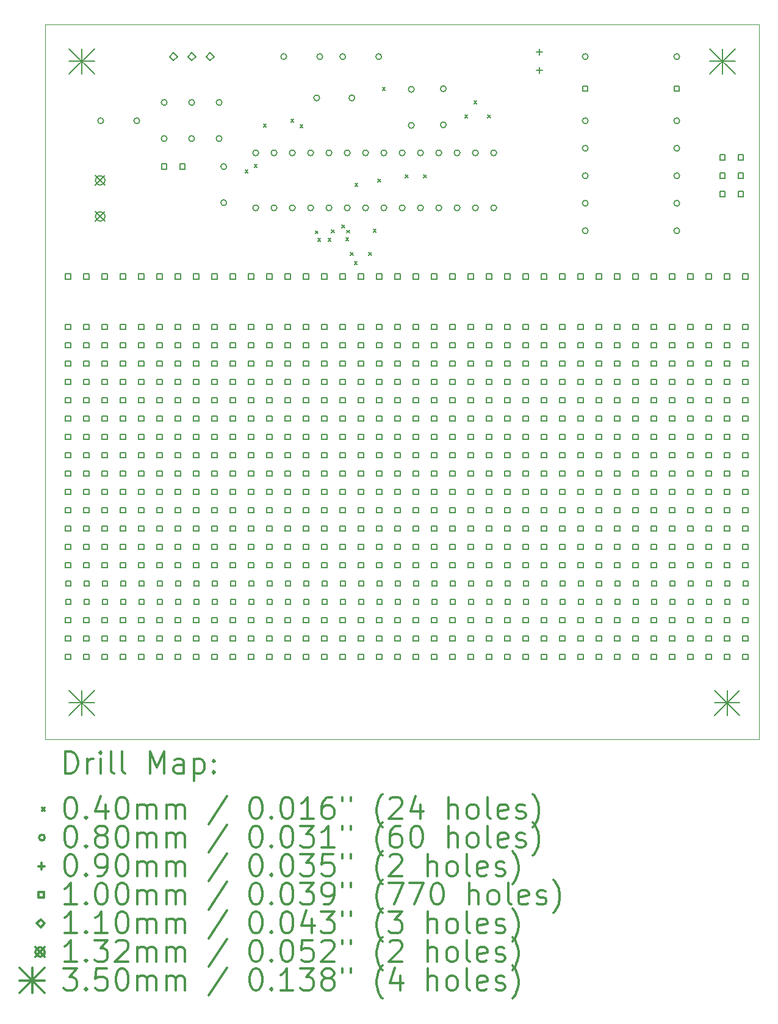
<source format=gbr>
%FSLAX45Y45*%
G04 Gerber Fmt 4.5, Leading zero omitted, Abs format (unit mm)*
G04 Created by KiCad (PCBNEW 5.1.9+dfsg1-1) date 2022-07-21 18:17:03*
%MOMM*%
%LPD*%
G01*
G04 APERTURE LIST*
%TA.AperFunction,Profile*%
%ADD10C,0.100000*%
%TD*%
%ADD11C,0.200000*%
%ADD12C,0.300000*%
G04 APERTURE END LIST*
D10*
X18669000Y-4635500D02*
X18669000Y-14541500D01*
X8763000Y-4635500D02*
X18669000Y-4635500D01*
X8763000Y-14541500D02*
X8763000Y-4635500D01*
X18669000Y-14541500D02*
X8763000Y-14541500D01*
D11*
X11537000Y-6647500D02*
X11577000Y-6687500D01*
X11577000Y-6647500D02*
X11537000Y-6687500D01*
X11664000Y-6575000D02*
X11704000Y-6615000D01*
X11704000Y-6575000D02*
X11664000Y-6615000D01*
X11791000Y-6012500D02*
X11831000Y-6052500D01*
X11831000Y-6012500D02*
X11791000Y-6052500D01*
X12172000Y-5949000D02*
X12212000Y-5989000D01*
X12212000Y-5949000D02*
X12172000Y-5989000D01*
X12299000Y-6021500D02*
X12339000Y-6061500D01*
X12339000Y-6021500D02*
X12299000Y-6061500D01*
X12509086Y-7492586D02*
X12549086Y-7532586D01*
X12549086Y-7492586D02*
X12509086Y-7532586D01*
X12544000Y-7600000D02*
X12584000Y-7640000D01*
X12584000Y-7600000D02*
X12544000Y-7640000D01*
X12689000Y-7600000D02*
X12729000Y-7640000D01*
X12729000Y-7600000D02*
X12689000Y-7640000D01*
X12734500Y-7482000D02*
X12774500Y-7522000D01*
X12774500Y-7482000D02*
X12734500Y-7522000D01*
X12879500Y-7409500D02*
X12919500Y-7449500D01*
X12919500Y-7409500D02*
X12879500Y-7449500D01*
X12934000Y-7591000D02*
X12974000Y-7631000D01*
X12974000Y-7591000D02*
X12934000Y-7631000D01*
X12944628Y-7485384D02*
X12984628Y-7525384D01*
X12984628Y-7485384D02*
X12944628Y-7525384D01*
X12997500Y-7790500D02*
X13037500Y-7830500D01*
X13037500Y-7790500D02*
X12997500Y-7830500D01*
X13052000Y-7917500D02*
X13092000Y-7957500D01*
X13092000Y-7917500D02*
X13052000Y-7957500D01*
X13061000Y-6838000D02*
X13101000Y-6878000D01*
X13101000Y-6838000D02*
X13061000Y-6878000D01*
X13251500Y-7790500D02*
X13291500Y-7830500D01*
X13291500Y-7790500D02*
X13251500Y-7830500D01*
X13315000Y-7473000D02*
X13355000Y-7513000D01*
X13355000Y-7473000D02*
X13315000Y-7513000D01*
X13378500Y-6774500D02*
X13418500Y-6814500D01*
X13418500Y-6774500D02*
X13378500Y-6814500D01*
X13442000Y-5504500D02*
X13482000Y-5544500D01*
X13482000Y-5504500D02*
X13442000Y-5544500D01*
X13759500Y-6720000D02*
X13799500Y-6760000D01*
X13799500Y-6720000D02*
X13759500Y-6760000D01*
X14013500Y-6720000D02*
X14053500Y-6760000D01*
X14053500Y-6720000D02*
X14013500Y-6760000D01*
X14585000Y-5885500D02*
X14625000Y-5925500D01*
X14625000Y-5885500D02*
X14585000Y-5925500D01*
X14712000Y-5695000D02*
X14752000Y-5735000D01*
X14752000Y-5695000D02*
X14712000Y-5735000D01*
X14902500Y-5885500D02*
X14942500Y-5925500D01*
X14942500Y-5885500D02*
X14902500Y-5925500D01*
X9573000Y-5969000D02*
G75*
G03*
X9573000Y-5969000I-40000J0D01*
G01*
X10073000Y-5969000D02*
G75*
G03*
X10073000Y-5969000I-40000J0D01*
G01*
X10454000Y-5715000D02*
G75*
G03*
X10454000Y-5715000I-40000J0D01*
G01*
X10454000Y-6215000D02*
G75*
G03*
X10454000Y-6215000I-40000J0D01*
G01*
X10835000Y-5715000D02*
G75*
G03*
X10835000Y-5715000I-40000J0D01*
G01*
X10835000Y-6215000D02*
G75*
G03*
X10835000Y-6215000I-40000J0D01*
G01*
X11216000Y-5715000D02*
G75*
G03*
X11216000Y-5715000I-40000J0D01*
G01*
X11216000Y-6215000D02*
G75*
G03*
X11216000Y-6215000I-40000J0D01*
G01*
X11279500Y-6604000D02*
G75*
G03*
X11279500Y-6604000I-40000J0D01*
G01*
X11279500Y-7104000D02*
G75*
G03*
X11279500Y-7104000I-40000J0D01*
G01*
X11724000Y-6413500D02*
G75*
G03*
X11724000Y-6413500I-40000J0D01*
G01*
X11724000Y-7175500D02*
G75*
G03*
X11724000Y-7175500I-40000J0D01*
G01*
X11978000Y-6413500D02*
G75*
G03*
X11978000Y-6413500I-40000J0D01*
G01*
X11978000Y-7175500D02*
G75*
G03*
X11978000Y-7175500I-40000J0D01*
G01*
X12113000Y-5080000D02*
G75*
G03*
X12113000Y-5080000I-40000J0D01*
G01*
X12232000Y-6413500D02*
G75*
G03*
X12232000Y-6413500I-40000J0D01*
G01*
X12232000Y-7175500D02*
G75*
G03*
X12232000Y-7175500I-40000J0D01*
G01*
X12486000Y-6413500D02*
G75*
G03*
X12486000Y-6413500I-40000J0D01*
G01*
X12486000Y-7175500D02*
G75*
G03*
X12486000Y-7175500I-40000J0D01*
G01*
X12569500Y-5651500D02*
G75*
G03*
X12569500Y-5651500I-40000J0D01*
G01*
X12613000Y-5080000D02*
G75*
G03*
X12613000Y-5080000I-40000J0D01*
G01*
X12740000Y-6413500D02*
G75*
G03*
X12740000Y-6413500I-40000J0D01*
G01*
X12740000Y-7175500D02*
G75*
G03*
X12740000Y-7175500I-40000J0D01*
G01*
X12930500Y-5080000D02*
G75*
G03*
X12930500Y-5080000I-40000J0D01*
G01*
X12994000Y-6413500D02*
G75*
G03*
X12994000Y-6413500I-40000J0D01*
G01*
X12994000Y-7175500D02*
G75*
G03*
X12994000Y-7175500I-40000J0D01*
G01*
X13057500Y-5651500D02*
G75*
G03*
X13057500Y-5651500I-40000J0D01*
G01*
X13248000Y-6413500D02*
G75*
G03*
X13248000Y-6413500I-40000J0D01*
G01*
X13248000Y-7175500D02*
G75*
G03*
X13248000Y-7175500I-40000J0D01*
G01*
X13430500Y-5080000D02*
G75*
G03*
X13430500Y-5080000I-40000J0D01*
G01*
X13502000Y-6413500D02*
G75*
G03*
X13502000Y-6413500I-40000J0D01*
G01*
X13502000Y-7175500D02*
G75*
G03*
X13502000Y-7175500I-40000J0D01*
G01*
X13756000Y-6413500D02*
G75*
G03*
X13756000Y-6413500I-40000J0D01*
G01*
X13756000Y-7175500D02*
G75*
G03*
X13756000Y-7175500I-40000J0D01*
G01*
X13883000Y-5532500D02*
G75*
G03*
X13883000Y-5532500I-40000J0D01*
G01*
X13883000Y-6032500D02*
G75*
G03*
X13883000Y-6032500I-40000J0D01*
G01*
X14010000Y-6413500D02*
G75*
G03*
X14010000Y-6413500I-40000J0D01*
G01*
X14010000Y-7175500D02*
G75*
G03*
X14010000Y-7175500I-40000J0D01*
G01*
X14264000Y-6413500D02*
G75*
G03*
X14264000Y-6413500I-40000J0D01*
G01*
X14264000Y-7175500D02*
G75*
G03*
X14264000Y-7175500I-40000J0D01*
G01*
X14327500Y-5524500D02*
G75*
G03*
X14327500Y-5524500I-40000J0D01*
G01*
X14327500Y-6024500D02*
G75*
G03*
X14327500Y-6024500I-40000J0D01*
G01*
X14518000Y-6413500D02*
G75*
G03*
X14518000Y-6413500I-40000J0D01*
G01*
X14518000Y-7175500D02*
G75*
G03*
X14518000Y-7175500I-40000J0D01*
G01*
X14772000Y-6413500D02*
G75*
G03*
X14772000Y-6413500I-40000J0D01*
G01*
X14772000Y-7175500D02*
G75*
G03*
X14772000Y-7175500I-40000J0D01*
G01*
X15026000Y-6413500D02*
G75*
G03*
X15026000Y-6413500I-40000J0D01*
G01*
X15026000Y-7175500D02*
G75*
G03*
X15026000Y-7175500I-40000J0D01*
G01*
X16296000Y-5080000D02*
G75*
G03*
X16296000Y-5080000I-40000J0D01*
G01*
X16296000Y-5969000D02*
G75*
G03*
X16296000Y-5969000I-40000J0D01*
G01*
X16296000Y-6350000D02*
G75*
G03*
X16296000Y-6350000I-40000J0D01*
G01*
X16296000Y-6731000D02*
G75*
G03*
X16296000Y-6731000I-40000J0D01*
G01*
X16296000Y-7112000D02*
G75*
G03*
X16296000Y-7112000I-40000J0D01*
G01*
X16296000Y-7493000D02*
G75*
G03*
X16296000Y-7493000I-40000J0D01*
G01*
X17566000Y-5080000D02*
G75*
G03*
X17566000Y-5080000I-40000J0D01*
G01*
X17566000Y-5969000D02*
G75*
G03*
X17566000Y-5969000I-40000J0D01*
G01*
X17566000Y-6350000D02*
G75*
G03*
X17566000Y-6350000I-40000J0D01*
G01*
X17566000Y-6731000D02*
G75*
G03*
X17566000Y-6731000I-40000J0D01*
G01*
X17566000Y-7112000D02*
G75*
G03*
X17566000Y-7112000I-40000J0D01*
G01*
X17566000Y-7493000D02*
G75*
G03*
X17566000Y-7493000I-40000J0D01*
G01*
X15621000Y-4971500D02*
X15621000Y-5061500D01*
X15576000Y-5016500D02*
X15666000Y-5016500D01*
X15621000Y-5225500D02*
X15621000Y-5315500D01*
X15576000Y-5270500D02*
X15666000Y-5270500D01*
X9115856Y-8163356D02*
X9115856Y-8092644D01*
X9045144Y-8092644D01*
X9045144Y-8163356D01*
X9115856Y-8163356D01*
X9115856Y-8861856D02*
X9115856Y-8791144D01*
X9045144Y-8791144D01*
X9045144Y-8861856D01*
X9115856Y-8861856D01*
X9115856Y-9115856D02*
X9115856Y-9045144D01*
X9045144Y-9045144D01*
X9045144Y-9115856D01*
X9115856Y-9115856D01*
X9115856Y-9369856D02*
X9115856Y-9299144D01*
X9045144Y-9299144D01*
X9045144Y-9369856D01*
X9115856Y-9369856D01*
X9115856Y-9623856D02*
X9115856Y-9553144D01*
X9045144Y-9553144D01*
X9045144Y-9623856D01*
X9115856Y-9623856D01*
X9115856Y-9877856D02*
X9115856Y-9807144D01*
X9045144Y-9807144D01*
X9045144Y-9877856D01*
X9115856Y-9877856D01*
X9115856Y-10131856D02*
X9115856Y-10061144D01*
X9045144Y-10061144D01*
X9045144Y-10131856D01*
X9115856Y-10131856D01*
X9115856Y-10385856D02*
X9115856Y-10315144D01*
X9045144Y-10315144D01*
X9045144Y-10385856D01*
X9115856Y-10385856D01*
X9115856Y-10639856D02*
X9115856Y-10569144D01*
X9045144Y-10569144D01*
X9045144Y-10639856D01*
X9115856Y-10639856D01*
X9115856Y-10893856D02*
X9115856Y-10823144D01*
X9045144Y-10823144D01*
X9045144Y-10893856D01*
X9115856Y-10893856D01*
X9115856Y-11147856D02*
X9115856Y-11077144D01*
X9045144Y-11077144D01*
X9045144Y-11147856D01*
X9115856Y-11147856D01*
X9115856Y-11401856D02*
X9115856Y-11331144D01*
X9045144Y-11331144D01*
X9045144Y-11401856D01*
X9115856Y-11401856D01*
X9115856Y-11655856D02*
X9115856Y-11585144D01*
X9045144Y-11585144D01*
X9045144Y-11655856D01*
X9115856Y-11655856D01*
X9115856Y-11909856D02*
X9115856Y-11839144D01*
X9045144Y-11839144D01*
X9045144Y-11909856D01*
X9115856Y-11909856D01*
X9115856Y-12163856D02*
X9115856Y-12093144D01*
X9045144Y-12093144D01*
X9045144Y-12163856D01*
X9115856Y-12163856D01*
X9115856Y-12925856D02*
X9115856Y-12855144D01*
X9045144Y-12855144D01*
X9045144Y-12925856D01*
X9115856Y-12925856D01*
X9115856Y-13179856D02*
X9115856Y-13109144D01*
X9045144Y-13109144D01*
X9045144Y-13179856D01*
X9115856Y-13179856D01*
X9115856Y-13433856D02*
X9115856Y-13363144D01*
X9045144Y-13363144D01*
X9045144Y-13433856D01*
X9115856Y-13433856D01*
X9116856Y-12417856D02*
X9116856Y-12347144D01*
X9046144Y-12347144D01*
X9046144Y-12417856D01*
X9116856Y-12417856D01*
X9116856Y-12671856D02*
X9116856Y-12601144D01*
X9046144Y-12601144D01*
X9046144Y-12671856D01*
X9116856Y-12671856D01*
X9369856Y-8163356D02*
X9369856Y-8092644D01*
X9299144Y-8092644D01*
X9299144Y-8163356D01*
X9369856Y-8163356D01*
X9369856Y-8861856D02*
X9369856Y-8791144D01*
X9299144Y-8791144D01*
X9299144Y-8861856D01*
X9369856Y-8861856D01*
X9369856Y-9115856D02*
X9369856Y-9045144D01*
X9299144Y-9045144D01*
X9299144Y-9115856D01*
X9369856Y-9115856D01*
X9369856Y-9369856D02*
X9369856Y-9299144D01*
X9299144Y-9299144D01*
X9299144Y-9369856D01*
X9369856Y-9369856D01*
X9369856Y-9623856D02*
X9369856Y-9553144D01*
X9299144Y-9553144D01*
X9299144Y-9623856D01*
X9369856Y-9623856D01*
X9369856Y-9877856D02*
X9369856Y-9807144D01*
X9299144Y-9807144D01*
X9299144Y-9877856D01*
X9369856Y-9877856D01*
X9369856Y-10131856D02*
X9369856Y-10061144D01*
X9299144Y-10061144D01*
X9299144Y-10131856D01*
X9369856Y-10131856D01*
X9369856Y-10385856D02*
X9369856Y-10315144D01*
X9299144Y-10315144D01*
X9299144Y-10385856D01*
X9369856Y-10385856D01*
X9369856Y-10639856D02*
X9369856Y-10569144D01*
X9299144Y-10569144D01*
X9299144Y-10639856D01*
X9369856Y-10639856D01*
X9369856Y-10893856D02*
X9369856Y-10823144D01*
X9299144Y-10823144D01*
X9299144Y-10893856D01*
X9369856Y-10893856D01*
X9369856Y-11147856D02*
X9369856Y-11077144D01*
X9299144Y-11077144D01*
X9299144Y-11147856D01*
X9369856Y-11147856D01*
X9369856Y-11401856D02*
X9369856Y-11331144D01*
X9299144Y-11331144D01*
X9299144Y-11401856D01*
X9369856Y-11401856D01*
X9369856Y-11655856D02*
X9369856Y-11585144D01*
X9299144Y-11585144D01*
X9299144Y-11655856D01*
X9369856Y-11655856D01*
X9369856Y-11909856D02*
X9369856Y-11839144D01*
X9299144Y-11839144D01*
X9299144Y-11909856D01*
X9369856Y-11909856D01*
X9369856Y-12163856D02*
X9369856Y-12093144D01*
X9299144Y-12093144D01*
X9299144Y-12163856D01*
X9369856Y-12163856D01*
X9369856Y-12925856D02*
X9369856Y-12855144D01*
X9299144Y-12855144D01*
X9299144Y-12925856D01*
X9369856Y-12925856D01*
X9369856Y-13179856D02*
X9369856Y-13109144D01*
X9299144Y-13109144D01*
X9299144Y-13179856D01*
X9369856Y-13179856D01*
X9369856Y-13433856D02*
X9369856Y-13363144D01*
X9299144Y-13363144D01*
X9299144Y-13433856D01*
X9369856Y-13433856D01*
X9370856Y-12417856D02*
X9370856Y-12347144D01*
X9300144Y-12347144D01*
X9300144Y-12417856D01*
X9370856Y-12417856D01*
X9370856Y-12671856D02*
X9370856Y-12601144D01*
X9300144Y-12601144D01*
X9300144Y-12671856D01*
X9370856Y-12671856D01*
X9623856Y-8163356D02*
X9623856Y-8092644D01*
X9553144Y-8092644D01*
X9553144Y-8163356D01*
X9623856Y-8163356D01*
X9623856Y-8861856D02*
X9623856Y-8791144D01*
X9553144Y-8791144D01*
X9553144Y-8861856D01*
X9623856Y-8861856D01*
X9623856Y-9115856D02*
X9623856Y-9045144D01*
X9553144Y-9045144D01*
X9553144Y-9115856D01*
X9623856Y-9115856D01*
X9623856Y-9369856D02*
X9623856Y-9299144D01*
X9553144Y-9299144D01*
X9553144Y-9369856D01*
X9623856Y-9369856D01*
X9623856Y-9623856D02*
X9623856Y-9553144D01*
X9553144Y-9553144D01*
X9553144Y-9623856D01*
X9623856Y-9623856D01*
X9623856Y-9877856D02*
X9623856Y-9807144D01*
X9553144Y-9807144D01*
X9553144Y-9877856D01*
X9623856Y-9877856D01*
X9623856Y-10131856D02*
X9623856Y-10061144D01*
X9553144Y-10061144D01*
X9553144Y-10131856D01*
X9623856Y-10131856D01*
X9623856Y-10385856D02*
X9623856Y-10315144D01*
X9553144Y-10315144D01*
X9553144Y-10385856D01*
X9623856Y-10385856D01*
X9623856Y-10639856D02*
X9623856Y-10569144D01*
X9553144Y-10569144D01*
X9553144Y-10639856D01*
X9623856Y-10639856D01*
X9623856Y-10893856D02*
X9623856Y-10823144D01*
X9553144Y-10823144D01*
X9553144Y-10893856D01*
X9623856Y-10893856D01*
X9623856Y-11147856D02*
X9623856Y-11077144D01*
X9553144Y-11077144D01*
X9553144Y-11147856D01*
X9623856Y-11147856D01*
X9623856Y-11401856D02*
X9623856Y-11331144D01*
X9553144Y-11331144D01*
X9553144Y-11401856D01*
X9623856Y-11401856D01*
X9623856Y-11655856D02*
X9623856Y-11585144D01*
X9553144Y-11585144D01*
X9553144Y-11655856D01*
X9623856Y-11655856D01*
X9623856Y-11909856D02*
X9623856Y-11839144D01*
X9553144Y-11839144D01*
X9553144Y-11909856D01*
X9623856Y-11909856D01*
X9623856Y-12163856D02*
X9623856Y-12093144D01*
X9553144Y-12093144D01*
X9553144Y-12163856D01*
X9623856Y-12163856D01*
X9623856Y-12925856D02*
X9623856Y-12855144D01*
X9553144Y-12855144D01*
X9553144Y-12925856D01*
X9623856Y-12925856D01*
X9623856Y-13179856D02*
X9623856Y-13109144D01*
X9553144Y-13109144D01*
X9553144Y-13179856D01*
X9623856Y-13179856D01*
X9623856Y-13433856D02*
X9623856Y-13363144D01*
X9553144Y-13363144D01*
X9553144Y-13433856D01*
X9623856Y-13433856D01*
X9624856Y-12417856D02*
X9624856Y-12347144D01*
X9554144Y-12347144D01*
X9554144Y-12417856D01*
X9624856Y-12417856D01*
X9624856Y-12671856D02*
X9624856Y-12601144D01*
X9554144Y-12601144D01*
X9554144Y-12671856D01*
X9624856Y-12671856D01*
X9877856Y-8163356D02*
X9877856Y-8092644D01*
X9807144Y-8092644D01*
X9807144Y-8163356D01*
X9877856Y-8163356D01*
X9877856Y-8861856D02*
X9877856Y-8791144D01*
X9807144Y-8791144D01*
X9807144Y-8861856D01*
X9877856Y-8861856D01*
X9877856Y-9115856D02*
X9877856Y-9045144D01*
X9807144Y-9045144D01*
X9807144Y-9115856D01*
X9877856Y-9115856D01*
X9877856Y-9369856D02*
X9877856Y-9299144D01*
X9807144Y-9299144D01*
X9807144Y-9369856D01*
X9877856Y-9369856D01*
X9877856Y-9623856D02*
X9877856Y-9553144D01*
X9807144Y-9553144D01*
X9807144Y-9623856D01*
X9877856Y-9623856D01*
X9877856Y-9877856D02*
X9877856Y-9807144D01*
X9807144Y-9807144D01*
X9807144Y-9877856D01*
X9877856Y-9877856D01*
X9877856Y-10131856D02*
X9877856Y-10061144D01*
X9807144Y-10061144D01*
X9807144Y-10131856D01*
X9877856Y-10131856D01*
X9877856Y-10385856D02*
X9877856Y-10315144D01*
X9807144Y-10315144D01*
X9807144Y-10385856D01*
X9877856Y-10385856D01*
X9877856Y-10639856D02*
X9877856Y-10569144D01*
X9807144Y-10569144D01*
X9807144Y-10639856D01*
X9877856Y-10639856D01*
X9877856Y-10893856D02*
X9877856Y-10823144D01*
X9807144Y-10823144D01*
X9807144Y-10893856D01*
X9877856Y-10893856D01*
X9877856Y-11147856D02*
X9877856Y-11077144D01*
X9807144Y-11077144D01*
X9807144Y-11147856D01*
X9877856Y-11147856D01*
X9877856Y-11401856D02*
X9877856Y-11331144D01*
X9807144Y-11331144D01*
X9807144Y-11401856D01*
X9877856Y-11401856D01*
X9877856Y-11655856D02*
X9877856Y-11585144D01*
X9807144Y-11585144D01*
X9807144Y-11655856D01*
X9877856Y-11655856D01*
X9877856Y-11909856D02*
X9877856Y-11839144D01*
X9807144Y-11839144D01*
X9807144Y-11909856D01*
X9877856Y-11909856D01*
X9877856Y-12163856D02*
X9877856Y-12093144D01*
X9807144Y-12093144D01*
X9807144Y-12163856D01*
X9877856Y-12163856D01*
X9877856Y-12925856D02*
X9877856Y-12855144D01*
X9807144Y-12855144D01*
X9807144Y-12925856D01*
X9877856Y-12925856D01*
X9877856Y-13179856D02*
X9877856Y-13109144D01*
X9807144Y-13109144D01*
X9807144Y-13179856D01*
X9877856Y-13179856D01*
X9877856Y-13433856D02*
X9877856Y-13363144D01*
X9807144Y-13363144D01*
X9807144Y-13433856D01*
X9877856Y-13433856D01*
X9878856Y-12417856D02*
X9878856Y-12347144D01*
X9808144Y-12347144D01*
X9808144Y-12417856D01*
X9878856Y-12417856D01*
X9878856Y-12671856D02*
X9878856Y-12601144D01*
X9808144Y-12601144D01*
X9808144Y-12671856D01*
X9878856Y-12671856D01*
X10131856Y-8163356D02*
X10131856Y-8092644D01*
X10061144Y-8092644D01*
X10061144Y-8163356D01*
X10131856Y-8163356D01*
X10131856Y-8861856D02*
X10131856Y-8791144D01*
X10061144Y-8791144D01*
X10061144Y-8861856D01*
X10131856Y-8861856D01*
X10131856Y-9115856D02*
X10131856Y-9045144D01*
X10061144Y-9045144D01*
X10061144Y-9115856D01*
X10131856Y-9115856D01*
X10131856Y-9369856D02*
X10131856Y-9299144D01*
X10061144Y-9299144D01*
X10061144Y-9369856D01*
X10131856Y-9369856D01*
X10131856Y-9623856D02*
X10131856Y-9553144D01*
X10061144Y-9553144D01*
X10061144Y-9623856D01*
X10131856Y-9623856D01*
X10131856Y-9877856D02*
X10131856Y-9807144D01*
X10061144Y-9807144D01*
X10061144Y-9877856D01*
X10131856Y-9877856D01*
X10131856Y-10131856D02*
X10131856Y-10061144D01*
X10061144Y-10061144D01*
X10061144Y-10131856D01*
X10131856Y-10131856D01*
X10131856Y-10385856D02*
X10131856Y-10315144D01*
X10061144Y-10315144D01*
X10061144Y-10385856D01*
X10131856Y-10385856D01*
X10131856Y-10639856D02*
X10131856Y-10569144D01*
X10061144Y-10569144D01*
X10061144Y-10639856D01*
X10131856Y-10639856D01*
X10131856Y-10893856D02*
X10131856Y-10823144D01*
X10061144Y-10823144D01*
X10061144Y-10893856D01*
X10131856Y-10893856D01*
X10131856Y-11147856D02*
X10131856Y-11077144D01*
X10061144Y-11077144D01*
X10061144Y-11147856D01*
X10131856Y-11147856D01*
X10131856Y-11401856D02*
X10131856Y-11331144D01*
X10061144Y-11331144D01*
X10061144Y-11401856D01*
X10131856Y-11401856D01*
X10131856Y-11655856D02*
X10131856Y-11585144D01*
X10061144Y-11585144D01*
X10061144Y-11655856D01*
X10131856Y-11655856D01*
X10131856Y-11909856D02*
X10131856Y-11839144D01*
X10061144Y-11839144D01*
X10061144Y-11909856D01*
X10131856Y-11909856D01*
X10131856Y-12163856D02*
X10131856Y-12093144D01*
X10061144Y-12093144D01*
X10061144Y-12163856D01*
X10131856Y-12163856D01*
X10131856Y-12925856D02*
X10131856Y-12855144D01*
X10061144Y-12855144D01*
X10061144Y-12925856D01*
X10131856Y-12925856D01*
X10131856Y-13179856D02*
X10131856Y-13109144D01*
X10061144Y-13109144D01*
X10061144Y-13179856D01*
X10131856Y-13179856D01*
X10131856Y-13433856D02*
X10131856Y-13363144D01*
X10061144Y-13363144D01*
X10061144Y-13433856D01*
X10131856Y-13433856D01*
X10132856Y-12417856D02*
X10132856Y-12347144D01*
X10062144Y-12347144D01*
X10062144Y-12417856D01*
X10132856Y-12417856D01*
X10132856Y-12671856D02*
X10132856Y-12601144D01*
X10062144Y-12601144D01*
X10062144Y-12671856D01*
X10132856Y-12671856D01*
X10385856Y-8163356D02*
X10385856Y-8092644D01*
X10315144Y-8092644D01*
X10315144Y-8163356D01*
X10385856Y-8163356D01*
X10385856Y-8861856D02*
X10385856Y-8791144D01*
X10315144Y-8791144D01*
X10315144Y-8861856D01*
X10385856Y-8861856D01*
X10385856Y-9115856D02*
X10385856Y-9045144D01*
X10315144Y-9045144D01*
X10315144Y-9115856D01*
X10385856Y-9115856D01*
X10385856Y-9369856D02*
X10385856Y-9299144D01*
X10315144Y-9299144D01*
X10315144Y-9369856D01*
X10385856Y-9369856D01*
X10385856Y-9623856D02*
X10385856Y-9553144D01*
X10315144Y-9553144D01*
X10315144Y-9623856D01*
X10385856Y-9623856D01*
X10385856Y-9877856D02*
X10385856Y-9807144D01*
X10315144Y-9807144D01*
X10315144Y-9877856D01*
X10385856Y-9877856D01*
X10385856Y-10131856D02*
X10385856Y-10061144D01*
X10315144Y-10061144D01*
X10315144Y-10131856D01*
X10385856Y-10131856D01*
X10385856Y-10385856D02*
X10385856Y-10315144D01*
X10315144Y-10315144D01*
X10315144Y-10385856D01*
X10385856Y-10385856D01*
X10385856Y-10639856D02*
X10385856Y-10569144D01*
X10315144Y-10569144D01*
X10315144Y-10639856D01*
X10385856Y-10639856D01*
X10385856Y-10893856D02*
X10385856Y-10823144D01*
X10315144Y-10823144D01*
X10315144Y-10893856D01*
X10385856Y-10893856D01*
X10385856Y-11147856D02*
X10385856Y-11077144D01*
X10315144Y-11077144D01*
X10315144Y-11147856D01*
X10385856Y-11147856D01*
X10385856Y-11401856D02*
X10385856Y-11331144D01*
X10315144Y-11331144D01*
X10315144Y-11401856D01*
X10385856Y-11401856D01*
X10385856Y-11655856D02*
X10385856Y-11585144D01*
X10315144Y-11585144D01*
X10315144Y-11655856D01*
X10385856Y-11655856D01*
X10385856Y-11909856D02*
X10385856Y-11839144D01*
X10315144Y-11839144D01*
X10315144Y-11909856D01*
X10385856Y-11909856D01*
X10385856Y-12163856D02*
X10385856Y-12093144D01*
X10315144Y-12093144D01*
X10315144Y-12163856D01*
X10385856Y-12163856D01*
X10385856Y-12925856D02*
X10385856Y-12855144D01*
X10315144Y-12855144D01*
X10315144Y-12925856D01*
X10385856Y-12925856D01*
X10385856Y-13179856D02*
X10385856Y-13109144D01*
X10315144Y-13109144D01*
X10315144Y-13179856D01*
X10385856Y-13179856D01*
X10385856Y-13433856D02*
X10385856Y-13363144D01*
X10315144Y-13363144D01*
X10315144Y-13433856D01*
X10385856Y-13433856D01*
X10386856Y-12417856D02*
X10386856Y-12347144D01*
X10316144Y-12347144D01*
X10316144Y-12417856D01*
X10386856Y-12417856D01*
X10386856Y-12671856D02*
X10386856Y-12601144D01*
X10316144Y-12601144D01*
X10316144Y-12671856D01*
X10386856Y-12671856D01*
X10449356Y-6639356D02*
X10449356Y-6568644D01*
X10378644Y-6568644D01*
X10378644Y-6639356D01*
X10449356Y-6639356D01*
X10639856Y-8163356D02*
X10639856Y-8092644D01*
X10569144Y-8092644D01*
X10569144Y-8163356D01*
X10639856Y-8163356D01*
X10639856Y-8861856D02*
X10639856Y-8791144D01*
X10569144Y-8791144D01*
X10569144Y-8861856D01*
X10639856Y-8861856D01*
X10639856Y-9115856D02*
X10639856Y-9045144D01*
X10569144Y-9045144D01*
X10569144Y-9115856D01*
X10639856Y-9115856D01*
X10639856Y-9369856D02*
X10639856Y-9299144D01*
X10569144Y-9299144D01*
X10569144Y-9369856D01*
X10639856Y-9369856D01*
X10639856Y-9623856D02*
X10639856Y-9553144D01*
X10569144Y-9553144D01*
X10569144Y-9623856D01*
X10639856Y-9623856D01*
X10639856Y-9877856D02*
X10639856Y-9807144D01*
X10569144Y-9807144D01*
X10569144Y-9877856D01*
X10639856Y-9877856D01*
X10639856Y-10131856D02*
X10639856Y-10061144D01*
X10569144Y-10061144D01*
X10569144Y-10131856D01*
X10639856Y-10131856D01*
X10639856Y-10385856D02*
X10639856Y-10315144D01*
X10569144Y-10315144D01*
X10569144Y-10385856D01*
X10639856Y-10385856D01*
X10639856Y-10639856D02*
X10639856Y-10569144D01*
X10569144Y-10569144D01*
X10569144Y-10639856D01*
X10639856Y-10639856D01*
X10639856Y-10893856D02*
X10639856Y-10823144D01*
X10569144Y-10823144D01*
X10569144Y-10893856D01*
X10639856Y-10893856D01*
X10639856Y-11147856D02*
X10639856Y-11077144D01*
X10569144Y-11077144D01*
X10569144Y-11147856D01*
X10639856Y-11147856D01*
X10639856Y-11401856D02*
X10639856Y-11331144D01*
X10569144Y-11331144D01*
X10569144Y-11401856D01*
X10639856Y-11401856D01*
X10639856Y-11655856D02*
X10639856Y-11585144D01*
X10569144Y-11585144D01*
X10569144Y-11655856D01*
X10639856Y-11655856D01*
X10639856Y-11909856D02*
X10639856Y-11839144D01*
X10569144Y-11839144D01*
X10569144Y-11909856D01*
X10639856Y-11909856D01*
X10639856Y-12163856D02*
X10639856Y-12093144D01*
X10569144Y-12093144D01*
X10569144Y-12163856D01*
X10639856Y-12163856D01*
X10639856Y-12925856D02*
X10639856Y-12855144D01*
X10569144Y-12855144D01*
X10569144Y-12925856D01*
X10639856Y-12925856D01*
X10639856Y-13179856D02*
X10639856Y-13109144D01*
X10569144Y-13109144D01*
X10569144Y-13179856D01*
X10639856Y-13179856D01*
X10639856Y-13433856D02*
X10639856Y-13363144D01*
X10569144Y-13363144D01*
X10569144Y-13433856D01*
X10639856Y-13433856D01*
X10640856Y-12417856D02*
X10640856Y-12347144D01*
X10570144Y-12347144D01*
X10570144Y-12417856D01*
X10640856Y-12417856D01*
X10640856Y-12671856D02*
X10640856Y-12601144D01*
X10570144Y-12601144D01*
X10570144Y-12671856D01*
X10640856Y-12671856D01*
X10703356Y-6639356D02*
X10703356Y-6568644D01*
X10632644Y-6568644D01*
X10632644Y-6639356D01*
X10703356Y-6639356D01*
X10893856Y-8163356D02*
X10893856Y-8092644D01*
X10823144Y-8092644D01*
X10823144Y-8163356D01*
X10893856Y-8163356D01*
X10893856Y-8861856D02*
X10893856Y-8791144D01*
X10823144Y-8791144D01*
X10823144Y-8861856D01*
X10893856Y-8861856D01*
X10893856Y-9115856D02*
X10893856Y-9045144D01*
X10823144Y-9045144D01*
X10823144Y-9115856D01*
X10893856Y-9115856D01*
X10893856Y-9369856D02*
X10893856Y-9299144D01*
X10823144Y-9299144D01*
X10823144Y-9369856D01*
X10893856Y-9369856D01*
X10893856Y-9623856D02*
X10893856Y-9553144D01*
X10823144Y-9553144D01*
X10823144Y-9623856D01*
X10893856Y-9623856D01*
X10893856Y-9877856D02*
X10893856Y-9807144D01*
X10823144Y-9807144D01*
X10823144Y-9877856D01*
X10893856Y-9877856D01*
X10893856Y-10131856D02*
X10893856Y-10061144D01*
X10823144Y-10061144D01*
X10823144Y-10131856D01*
X10893856Y-10131856D01*
X10893856Y-10385856D02*
X10893856Y-10315144D01*
X10823144Y-10315144D01*
X10823144Y-10385856D01*
X10893856Y-10385856D01*
X10893856Y-10639856D02*
X10893856Y-10569144D01*
X10823144Y-10569144D01*
X10823144Y-10639856D01*
X10893856Y-10639856D01*
X10893856Y-10893856D02*
X10893856Y-10823144D01*
X10823144Y-10823144D01*
X10823144Y-10893856D01*
X10893856Y-10893856D01*
X10893856Y-11147856D02*
X10893856Y-11077144D01*
X10823144Y-11077144D01*
X10823144Y-11147856D01*
X10893856Y-11147856D01*
X10893856Y-11401856D02*
X10893856Y-11331144D01*
X10823144Y-11331144D01*
X10823144Y-11401856D01*
X10893856Y-11401856D01*
X10893856Y-11655856D02*
X10893856Y-11585144D01*
X10823144Y-11585144D01*
X10823144Y-11655856D01*
X10893856Y-11655856D01*
X10893856Y-11909856D02*
X10893856Y-11839144D01*
X10823144Y-11839144D01*
X10823144Y-11909856D01*
X10893856Y-11909856D01*
X10893856Y-12163856D02*
X10893856Y-12093144D01*
X10823144Y-12093144D01*
X10823144Y-12163856D01*
X10893856Y-12163856D01*
X10893856Y-12925856D02*
X10893856Y-12855144D01*
X10823144Y-12855144D01*
X10823144Y-12925856D01*
X10893856Y-12925856D01*
X10893856Y-13179856D02*
X10893856Y-13109144D01*
X10823144Y-13109144D01*
X10823144Y-13179856D01*
X10893856Y-13179856D01*
X10893856Y-13433856D02*
X10893856Y-13363144D01*
X10823144Y-13363144D01*
X10823144Y-13433856D01*
X10893856Y-13433856D01*
X10894856Y-12417856D02*
X10894856Y-12347144D01*
X10824144Y-12347144D01*
X10824144Y-12417856D01*
X10894856Y-12417856D01*
X10894856Y-12671856D02*
X10894856Y-12601144D01*
X10824144Y-12601144D01*
X10824144Y-12671856D01*
X10894856Y-12671856D01*
X11147856Y-8163356D02*
X11147856Y-8092644D01*
X11077144Y-8092644D01*
X11077144Y-8163356D01*
X11147856Y-8163356D01*
X11147856Y-8861856D02*
X11147856Y-8791144D01*
X11077144Y-8791144D01*
X11077144Y-8861856D01*
X11147856Y-8861856D01*
X11147856Y-9115856D02*
X11147856Y-9045144D01*
X11077144Y-9045144D01*
X11077144Y-9115856D01*
X11147856Y-9115856D01*
X11147856Y-9369856D02*
X11147856Y-9299144D01*
X11077144Y-9299144D01*
X11077144Y-9369856D01*
X11147856Y-9369856D01*
X11147856Y-9623856D02*
X11147856Y-9553144D01*
X11077144Y-9553144D01*
X11077144Y-9623856D01*
X11147856Y-9623856D01*
X11147856Y-9877856D02*
X11147856Y-9807144D01*
X11077144Y-9807144D01*
X11077144Y-9877856D01*
X11147856Y-9877856D01*
X11147856Y-10131856D02*
X11147856Y-10061144D01*
X11077144Y-10061144D01*
X11077144Y-10131856D01*
X11147856Y-10131856D01*
X11147856Y-10385856D02*
X11147856Y-10315144D01*
X11077144Y-10315144D01*
X11077144Y-10385856D01*
X11147856Y-10385856D01*
X11147856Y-10639856D02*
X11147856Y-10569144D01*
X11077144Y-10569144D01*
X11077144Y-10639856D01*
X11147856Y-10639856D01*
X11147856Y-10893856D02*
X11147856Y-10823144D01*
X11077144Y-10823144D01*
X11077144Y-10893856D01*
X11147856Y-10893856D01*
X11147856Y-11147856D02*
X11147856Y-11077144D01*
X11077144Y-11077144D01*
X11077144Y-11147856D01*
X11147856Y-11147856D01*
X11147856Y-11401856D02*
X11147856Y-11331144D01*
X11077144Y-11331144D01*
X11077144Y-11401856D01*
X11147856Y-11401856D01*
X11147856Y-11655856D02*
X11147856Y-11585144D01*
X11077144Y-11585144D01*
X11077144Y-11655856D01*
X11147856Y-11655856D01*
X11147856Y-11909856D02*
X11147856Y-11839144D01*
X11077144Y-11839144D01*
X11077144Y-11909856D01*
X11147856Y-11909856D01*
X11147856Y-12163856D02*
X11147856Y-12093144D01*
X11077144Y-12093144D01*
X11077144Y-12163856D01*
X11147856Y-12163856D01*
X11147856Y-12925856D02*
X11147856Y-12855144D01*
X11077144Y-12855144D01*
X11077144Y-12925856D01*
X11147856Y-12925856D01*
X11147856Y-13179856D02*
X11147856Y-13109144D01*
X11077144Y-13109144D01*
X11077144Y-13179856D01*
X11147856Y-13179856D01*
X11147856Y-13433856D02*
X11147856Y-13363144D01*
X11077144Y-13363144D01*
X11077144Y-13433856D01*
X11147856Y-13433856D01*
X11148856Y-12417856D02*
X11148856Y-12347144D01*
X11078144Y-12347144D01*
X11078144Y-12417856D01*
X11148856Y-12417856D01*
X11148856Y-12671856D02*
X11148856Y-12601144D01*
X11078144Y-12601144D01*
X11078144Y-12671856D01*
X11148856Y-12671856D01*
X11401856Y-8163356D02*
X11401856Y-8092644D01*
X11331144Y-8092644D01*
X11331144Y-8163356D01*
X11401856Y-8163356D01*
X11401856Y-8861856D02*
X11401856Y-8791144D01*
X11331144Y-8791144D01*
X11331144Y-8861856D01*
X11401856Y-8861856D01*
X11401856Y-9115856D02*
X11401856Y-9045144D01*
X11331144Y-9045144D01*
X11331144Y-9115856D01*
X11401856Y-9115856D01*
X11401856Y-9369856D02*
X11401856Y-9299144D01*
X11331144Y-9299144D01*
X11331144Y-9369856D01*
X11401856Y-9369856D01*
X11401856Y-9623856D02*
X11401856Y-9553144D01*
X11331144Y-9553144D01*
X11331144Y-9623856D01*
X11401856Y-9623856D01*
X11401856Y-9877856D02*
X11401856Y-9807144D01*
X11331144Y-9807144D01*
X11331144Y-9877856D01*
X11401856Y-9877856D01*
X11401856Y-10131856D02*
X11401856Y-10061144D01*
X11331144Y-10061144D01*
X11331144Y-10131856D01*
X11401856Y-10131856D01*
X11401856Y-10385856D02*
X11401856Y-10315144D01*
X11331144Y-10315144D01*
X11331144Y-10385856D01*
X11401856Y-10385856D01*
X11401856Y-10639856D02*
X11401856Y-10569144D01*
X11331144Y-10569144D01*
X11331144Y-10639856D01*
X11401856Y-10639856D01*
X11401856Y-10893856D02*
X11401856Y-10823144D01*
X11331144Y-10823144D01*
X11331144Y-10893856D01*
X11401856Y-10893856D01*
X11401856Y-11147856D02*
X11401856Y-11077144D01*
X11331144Y-11077144D01*
X11331144Y-11147856D01*
X11401856Y-11147856D01*
X11401856Y-11401856D02*
X11401856Y-11331144D01*
X11331144Y-11331144D01*
X11331144Y-11401856D01*
X11401856Y-11401856D01*
X11401856Y-11655856D02*
X11401856Y-11585144D01*
X11331144Y-11585144D01*
X11331144Y-11655856D01*
X11401856Y-11655856D01*
X11401856Y-11909856D02*
X11401856Y-11839144D01*
X11331144Y-11839144D01*
X11331144Y-11909856D01*
X11401856Y-11909856D01*
X11401856Y-12163856D02*
X11401856Y-12093144D01*
X11331144Y-12093144D01*
X11331144Y-12163856D01*
X11401856Y-12163856D01*
X11401856Y-12925856D02*
X11401856Y-12855144D01*
X11331144Y-12855144D01*
X11331144Y-12925856D01*
X11401856Y-12925856D01*
X11401856Y-13179856D02*
X11401856Y-13109144D01*
X11331144Y-13109144D01*
X11331144Y-13179856D01*
X11401856Y-13179856D01*
X11401856Y-13433856D02*
X11401856Y-13363144D01*
X11331144Y-13363144D01*
X11331144Y-13433856D01*
X11401856Y-13433856D01*
X11402856Y-12417856D02*
X11402856Y-12347144D01*
X11332144Y-12347144D01*
X11332144Y-12417856D01*
X11402856Y-12417856D01*
X11402856Y-12671856D02*
X11402856Y-12601144D01*
X11332144Y-12601144D01*
X11332144Y-12671856D01*
X11402856Y-12671856D01*
X11655856Y-8163356D02*
X11655856Y-8092644D01*
X11585144Y-8092644D01*
X11585144Y-8163356D01*
X11655856Y-8163356D01*
X11655856Y-8861856D02*
X11655856Y-8791144D01*
X11585144Y-8791144D01*
X11585144Y-8861856D01*
X11655856Y-8861856D01*
X11655856Y-9115856D02*
X11655856Y-9045144D01*
X11585144Y-9045144D01*
X11585144Y-9115856D01*
X11655856Y-9115856D01*
X11655856Y-9369856D02*
X11655856Y-9299144D01*
X11585144Y-9299144D01*
X11585144Y-9369856D01*
X11655856Y-9369856D01*
X11655856Y-9623856D02*
X11655856Y-9553144D01*
X11585144Y-9553144D01*
X11585144Y-9623856D01*
X11655856Y-9623856D01*
X11655856Y-9877856D02*
X11655856Y-9807144D01*
X11585144Y-9807144D01*
X11585144Y-9877856D01*
X11655856Y-9877856D01*
X11655856Y-10131856D02*
X11655856Y-10061144D01*
X11585144Y-10061144D01*
X11585144Y-10131856D01*
X11655856Y-10131856D01*
X11655856Y-10385856D02*
X11655856Y-10315144D01*
X11585144Y-10315144D01*
X11585144Y-10385856D01*
X11655856Y-10385856D01*
X11655856Y-10639856D02*
X11655856Y-10569144D01*
X11585144Y-10569144D01*
X11585144Y-10639856D01*
X11655856Y-10639856D01*
X11655856Y-10893856D02*
X11655856Y-10823144D01*
X11585144Y-10823144D01*
X11585144Y-10893856D01*
X11655856Y-10893856D01*
X11655856Y-11147856D02*
X11655856Y-11077144D01*
X11585144Y-11077144D01*
X11585144Y-11147856D01*
X11655856Y-11147856D01*
X11655856Y-11401856D02*
X11655856Y-11331144D01*
X11585144Y-11331144D01*
X11585144Y-11401856D01*
X11655856Y-11401856D01*
X11655856Y-11655856D02*
X11655856Y-11585144D01*
X11585144Y-11585144D01*
X11585144Y-11655856D01*
X11655856Y-11655856D01*
X11655856Y-11909856D02*
X11655856Y-11839144D01*
X11585144Y-11839144D01*
X11585144Y-11909856D01*
X11655856Y-11909856D01*
X11655856Y-12163856D02*
X11655856Y-12093144D01*
X11585144Y-12093144D01*
X11585144Y-12163856D01*
X11655856Y-12163856D01*
X11655856Y-12925856D02*
X11655856Y-12855144D01*
X11585144Y-12855144D01*
X11585144Y-12925856D01*
X11655856Y-12925856D01*
X11655856Y-13179856D02*
X11655856Y-13109144D01*
X11585144Y-13109144D01*
X11585144Y-13179856D01*
X11655856Y-13179856D01*
X11655856Y-13433856D02*
X11655856Y-13363144D01*
X11585144Y-13363144D01*
X11585144Y-13433856D01*
X11655856Y-13433856D01*
X11656856Y-12417856D02*
X11656856Y-12347144D01*
X11586144Y-12347144D01*
X11586144Y-12417856D01*
X11656856Y-12417856D01*
X11656856Y-12671856D02*
X11656856Y-12601144D01*
X11586144Y-12601144D01*
X11586144Y-12671856D01*
X11656856Y-12671856D01*
X11909856Y-8163356D02*
X11909856Y-8092644D01*
X11839144Y-8092644D01*
X11839144Y-8163356D01*
X11909856Y-8163356D01*
X11909856Y-8861856D02*
X11909856Y-8791144D01*
X11839144Y-8791144D01*
X11839144Y-8861856D01*
X11909856Y-8861856D01*
X11909856Y-9115856D02*
X11909856Y-9045144D01*
X11839144Y-9045144D01*
X11839144Y-9115856D01*
X11909856Y-9115856D01*
X11909856Y-9369856D02*
X11909856Y-9299144D01*
X11839144Y-9299144D01*
X11839144Y-9369856D01*
X11909856Y-9369856D01*
X11909856Y-9623856D02*
X11909856Y-9553144D01*
X11839144Y-9553144D01*
X11839144Y-9623856D01*
X11909856Y-9623856D01*
X11909856Y-9877856D02*
X11909856Y-9807144D01*
X11839144Y-9807144D01*
X11839144Y-9877856D01*
X11909856Y-9877856D01*
X11909856Y-10131856D02*
X11909856Y-10061144D01*
X11839144Y-10061144D01*
X11839144Y-10131856D01*
X11909856Y-10131856D01*
X11909856Y-10385856D02*
X11909856Y-10315144D01*
X11839144Y-10315144D01*
X11839144Y-10385856D01*
X11909856Y-10385856D01*
X11909856Y-10639856D02*
X11909856Y-10569144D01*
X11839144Y-10569144D01*
X11839144Y-10639856D01*
X11909856Y-10639856D01*
X11909856Y-10893856D02*
X11909856Y-10823144D01*
X11839144Y-10823144D01*
X11839144Y-10893856D01*
X11909856Y-10893856D01*
X11909856Y-11147856D02*
X11909856Y-11077144D01*
X11839144Y-11077144D01*
X11839144Y-11147856D01*
X11909856Y-11147856D01*
X11909856Y-11401856D02*
X11909856Y-11331144D01*
X11839144Y-11331144D01*
X11839144Y-11401856D01*
X11909856Y-11401856D01*
X11909856Y-11655856D02*
X11909856Y-11585144D01*
X11839144Y-11585144D01*
X11839144Y-11655856D01*
X11909856Y-11655856D01*
X11909856Y-11909856D02*
X11909856Y-11839144D01*
X11839144Y-11839144D01*
X11839144Y-11909856D01*
X11909856Y-11909856D01*
X11909856Y-12163856D02*
X11909856Y-12093144D01*
X11839144Y-12093144D01*
X11839144Y-12163856D01*
X11909856Y-12163856D01*
X11909856Y-12925856D02*
X11909856Y-12855144D01*
X11839144Y-12855144D01*
X11839144Y-12925856D01*
X11909856Y-12925856D01*
X11909856Y-13179856D02*
X11909856Y-13109144D01*
X11839144Y-13109144D01*
X11839144Y-13179856D01*
X11909856Y-13179856D01*
X11909856Y-13433856D02*
X11909856Y-13363144D01*
X11839144Y-13363144D01*
X11839144Y-13433856D01*
X11909856Y-13433856D01*
X11910856Y-12417856D02*
X11910856Y-12347144D01*
X11840144Y-12347144D01*
X11840144Y-12417856D01*
X11910856Y-12417856D01*
X11910856Y-12671856D02*
X11910856Y-12601144D01*
X11840144Y-12601144D01*
X11840144Y-12671856D01*
X11910856Y-12671856D01*
X12163856Y-8163356D02*
X12163856Y-8092644D01*
X12093144Y-8092644D01*
X12093144Y-8163356D01*
X12163856Y-8163356D01*
X12163856Y-8861856D02*
X12163856Y-8791144D01*
X12093144Y-8791144D01*
X12093144Y-8861856D01*
X12163856Y-8861856D01*
X12163856Y-9115856D02*
X12163856Y-9045144D01*
X12093144Y-9045144D01*
X12093144Y-9115856D01*
X12163856Y-9115856D01*
X12163856Y-9369856D02*
X12163856Y-9299144D01*
X12093144Y-9299144D01*
X12093144Y-9369856D01*
X12163856Y-9369856D01*
X12163856Y-9623856D02*
X12163856Y-9553144D01*
X12093144Y-9553144D01*
X12093144Y-9623856D01*
X12163856Y-9623856D01*
X12163856Y-9877856D02*
X12163856Y-9807144D01*
X12093144Y-9807144D01*
X12093144Y-9877856D01*
X12163856Y-9877856D01*
X12163856Y-10131856D02*
X12163856Y-10061144D01*
X12093144Y-10061144D01*
X12093144Y-10131856D01*
X12163856Y-10131856D01*
X12163856Y-10385856D02*
X12163856Y-10315144D01*
X12093144Y-10315144D01*
X12093144Y-10385856D01*
X12163856Y-10385856D01*
X12163856Y-10639856D02*
X12163856Y-10569144D01*
X12093144Y-10569144D01*
X12093144Y-10639856D01*
X12163856Y-10639856D01*
X12163856Y-10893856D02*
X12163856Y-10823144D01*
X12093144Y-10823144D01*
X12093144Y-10893856D01*
X12163856Y-10893856D01*
X12163856Y-11147856D02*
X12163856Y-11077144D01*
X12093144Y-11077144D01*
X12093144Y-11147856D01*
X12163856Y-11147856D01*
X12163856Y-11401856D02*
X12163856Y-11331144D01*
X12093144Y-11331144D01*
X12093144Y-11401856D01*
X12163856Y-11401856D01*
X12163856Y-11655856D02*
X12163856Y-11585144D01*
X12093144Y-11585144D01*
X12093144Y-11655856D01*
X12163856Y-11655856D01*
X12163856Y-11909856D02*
X12163856Y-11839144D01*
X12093144Y-11839144D01*
X12093144Y-11909856D01*
X12163856Y-11909856D01*
X12163856Y-12163856D02*
X12163856Y-12093144D01*
X12093144Y-12093144D01*
X12093144Y-12163856D01*
X12163856Y-12163856D01*
X12163856Y-12925856D02*
X12163856Y-12855144D01*
X12093144Y-12855144D01*
X12093144Y-12925856D01*
X12163856Y-12925856D01*
X12163856Y-13179856D02*
X12163856Y-13109144D01*
X12093144Y-13109144D01*
X12093144Y-13179856D01*
X12163856Y-13179856D01*
X12163856Y-13433856D02*
X12163856Y-13363144D01*
X12093144Y-13363144D01*
X12093144Y-13433856D01*
X12163856Y-13433856D01*
X12164856Y-12417856D02*
X12164856Y-12347144D01*
X12094144Y-12347144D01*
X12094144Y-12417856D01*
X12164856Y-12417856D01*
X12164856Y-12671856D02*
X12164856Y-12601144D01*
X12094144Y-12601144D01*
X12094144Y-12671856D01*
X12164856Y-12671856D01*
X12417856Y-8163356D02*
X12417856Y-8092644D01*
X12347144Y-8092644D01*
X12347144Y-8163356D01*
X12417856Y-8163356D01*
X12417856Y-8861856D02*
X12417856Y-8791144D01*
X12347144Y-8791144D01*
X12347144Y-8861856D01*
X12417856Y-8861856D01*
X12417856Y-9115856D02*
X12417856Y-9045144D01*
X12347144Y-9045144D01*
X12347144Y-9115856D01*
X12417856Y-9115856D01*
X12417856Y-9369856D02*
X12417856Y-9299144D01*
X12347144Y-9299144D01*
X12347144Y-9369856D01*
X12417856Y-9369856D01*
X12417856Y-9623856D02*
X12417856Y-9553144D01*
X12347144Y-9553144D01*
X12347144Y-9623856D01*
X12417856Y-9623856D01*
X12417856Y-9877856D02*
X12417856Y-9807144D01*
X12347144Y-9807144D01*
X12347144Y-9877856D01*
X12417856Y-9877856D01*
X12417856Y-10131856D02*
X12417856Y-10061144D01*
X12347144Y-10061144D01*
X12347144Y-10131856D01*
X12417856Y-10131856D01*
X12417856Y-10385856D02*
X12417856Y-10315144D01*
X12347144Y-10315144D01*
X12347144Y-10385856D01*
X12417856Y-10385856D01*
X12417856Y-10639856D02*
X12417856Y-10569144D01*
X12347144Y-10569144D01*
X12347144Y-10639856D01*
X12417856Y-10639856D01*
X12417856Y-10893856D02*
X12417856Y-10823144D01*
X12347144Y-10823144D01*
X12347144Y-10893856D01*
X12417856Y-10893856D01*
X12417856Y-11147856D02*
X12417856Y-11077144D01*
X12347144Y-11077144D01*
X12347144Y-11147856D01*
X12417856Y-11147856D01*
X12417856Y-11401856D02*
X12417856Y-11331144D01*
X12347144Y-11331144D01*
X12347144Y-11401856D01*
X12417856Y-11401856D01*
X12417856Y-11655856D02*
X12417856Y-11585144D01*
X12347144Y-11585144D01*
X12347144Y-11655856D01*
X12417856Y-11655856D01*
X12417856Y-11909856D02*
X12417856Y-11839144D01*
X12347144Y-11839144D01*
X12347144Y-11909856D01*
X12417856Y-11909856D01*
X12417856Y-12163856D02*
X12417856Y-12093144D01*
X12347144Y-12093144D01*
X12347144Y-12163856D01*
X12417856Y-12163856D01*
X12417856Y-12925856D02*
X12417856Y-12855144D01*
X12347144Y-12855144D01*
X12347144Y-12925856D01*
X12417856Y-12925856D01*
X12417856Y-13179856D02*
X12417856Y-13109144D01*
X12347144Y-13109144D01*
X12347144Y-13179856D01*
X12417856Y-13179856D01*
X12417856Y-13433856D02*
X12417856Y-13363144D01*
X12347144Y-13363144D01*
X12347144Y-13433856D01*
X12417856Y-13433856D01*
X12418856Y-12417856D02*
X12418856Y-12347144D01*
X12348144Y-12347144D01*
X12348144Y-12417856D01*
X12418856Y-12417856D01*
X12418856Y-12671856D02*
X12418856Y-12601144D01*
X12348144Y-12601144D01*
X12348144Y-12671856D01*
X12418856Y-12671856D01*
X12671856Y-8163356D02*
X12671856Y-8092644D01*
X12601144Y-8092644D01*
X12601144Y-8163356D01*
X12671856Y-8163356D01*
X12671856Y-8861856D02*
X12671856Y-8791144D01*
X12601144Y-8791144D01*
X12601144Y-8861856D01*
X12671856Y-8861856D01*
X12671856Y-9115856D02*
X12671856Y-9045144D01*
X12601144Y-9045144D01*
X12601144Y-9115856D01*
X12671856Y-9115856D01*
X12671856Y-9369856D02*
X12671856Y-9299144D01*
X12601144Y-9299144D01*
X12601144Y-9369856D01*
X12671856Y-9369856D01*
X12671856Y-9623856D02*
X12671856Y-9553144D01*
X12601144Y-9553144D01*
X12601144Y-9623856D01*
X12671856Y-9623856D01*
X12671856Y-9877856D02*
X12671856Y-9807144D01*
X12601144Y-9807144D01*
X12601144Y-9877856D01*
X12671856Y-9877856D01*
X12671856Y-10131856D02*
X12671856Y-10061144D01*
X12601144Y-10061144D01*
X12601144Y-10131856D01*
X12671856Y-10131856D01*
X12671856Y-10385856D02*
X12671856Y-10315144D01*
X12601144Y-10315144D01*
X12601144Y-10385856D01*
X12671856Y-10385856D01*
X12671856Y-10639856D02*
X12671856Y-10569144D01*
X12601144Y-10569144D01*
X12601144Y-10639856D01*
X12671856Y-10639856D01*
X12671856Y-10893856D02*
X12671856Y-10823144D01*
X12601144Y-10823144D01*
X12601144Y-10893856D01*
X12671856Y-10893856D01*
X12671856Y-11147856D02*
X12671856Y-11077144D01*
X12601144Y-11077144D01*
X12601144Y-11147856D01*
X12671856Y-11147856D01*
X12671856Y-11401856D02*
X12671856Y-11331144D01*
X12601144Y-11331144D01*
X12601144Y-11401856D01*
X12671856Y-11401856D01*
X12671856Y-11655856D02*
X12671856Y-11585144D01*
X12601144Y-11585144D01*
X12601144Y-11655856D01*
X12671856Y-11655856D01*
X12671856Y-11909856D02*
X12671856Y-11839144D01*
X12601144Y-11839144D01*
X12601144Y-11909856D01*
X12671856Y-11909856D01*
X12671856Y-12163856D02*
X12671856Y-12093144D01*
X12601144Y-12093144D01*
X12601144Y-12163856D01*
X12671856Y-12163856D01*
X12671856Y-12925856D02*
X12671856Y-12855144D01*
X12601144Y-12855144D01*
X12601144Y-12925856D01*
X12671856Y-12925856D01*
X12671856Y-13179856D02*
X12671856Y-13109144D01*
X12601144Y-13109144D01*
X12601144Y-13179856D01*
X12671856Y-13179856D01*
X12671856Y-13433856D02*
X12671856Y-13363144D01*
X12601144Y-13363144D01*
X12601144Y-13433856D01*
X12671856Y-13433856D01*
X12672856Y-12417856D02*
X12672856Y-12347144D01*
X12602144Y-12347144D01*
X12602144Y-12417856D01*
X12672856Y-12417856D01*
X12672856Y-12671856D02*
X12672856Y-12601144D01*
X12602144Y-12601144D01*
X12602144Y-12671856D01*
X12672856Y-12671856D01*
X12925856Y-8163356D02*
X12925856Y-8092644D01*
X12855144Y-8092644D01*
X12855144Y-8163356D01*
X12925856Y-8163356D01*
X12925856Y-8861856D02*
X12925856Y-8791144D01*
X12855144Y-8791144D01*
X12855144Y-8861856D01*
X12925856Y-8861856D01*
X12925856Y-9115856D02*
X12925856Y-9045144D01*
X12855144Y-9045144D01*
X12855144Y-9115856D01*
X12925856Y-9115856D01*
X12925856Y-9369856D02*
X12925856Y-9299144D01*
X12855144Y-9299144D01*
X12855144Y-9369856D01*
X12925856Y-9369856D01*
X12925856Y-9623856D02*
X12925856Y-9553144D01*
X12855144Y-9553144D01*
X12855144Y-9623856D01*
X12925856Y-9623856D01*
X12925856Y-9877856D02*
X12925856Y-9807144D01*
X12855144Y-9807144D01*
X12855144Y-9877856D01*
X12925856Y-9877856D01*
X12925856Y-10131856D02*
X12925856Y-10061144D01*
X12855144Y-10061144D01*
X12855144Y-10131856D01*
X12925856Y-10131856D01*
X12925856Y-10385856D02*
X12925856Y-10315144D01*
X12855144Y-10315144D01*
X12855144Y-10385856D01*
X12925856Y-10385856D01*
X12925856Y-10639856D02*
X12925856Y-10569144D01*
X12855144Y-10569144D01*
X12855144Y-10639856D01*
X12925856Y-10639856D01*
X12925856Y-10893856D02*
X12925856Y-10823144D01*
X12855144Y-10823144D01*
X12855144Y-10893856D01*
X12925856Y-10893856D01*
X12925856Y-11147856D02*
X12925856Y-11077144D01*
X12855144Y-11077144D01*
X12855144Y-11147856D01*
X12925856Y-11147856D01*
X12925856Y-11401856D02*
X12925856Y-11331144D01*
X12855144Y-11331144D01*
X12855144Y-11401856D01*
X12925856Y-11401856D01*
X12925856Y-11655856D02*
X12925856Y-11585144D01*
X12855144Y-11585144D01*
X12855144Y-11655856D01*
X12925856Y-11655856D01*
X12925856Y-11909856D02*
X12925856Y-11839144D01*
X12855144Y-11839144D01*
X12855144Y-11909856D01*
X12925856Y-11909856D01*
X12925856Y-12163856D02*
X12925856Y-12093144D01*
X12855144Y-12093144D01*
X12855144Y-12163856D01*
X12925856Y-12163856D01*
X12925856Y-12925856D02*
X12925856Y-12855144D01*
X12855144Y-12855144D01*
X12855144Y-12925856D01*
X12925856Y-12925856D01*
X12925856Y-13179856D02*
X12925856Y-13109144D01*
X12855144Y-13109144D01*
X12855144Y-13179856D01*
X12925856Y-13179856D01*
X12925856Y-13433856D02*
X12925856Y-13363144D01*
X12855144Y-13363144D01*
X12855144Y-13433856D01*
X12925856Y-13433856D01*
X12926856Y-12417856D02*
X12926856Y-12347144D01*
X12856144Y-12347144D01*
X12856144Y-12417856D01*
X12926856Y-12417856D01*
X12926856Y-12671856D02*
X12926856Y-12601144D01*
X12856144Y-12601144D01*
X12856144Y-12671856D01*
X12926856Y-12671856D01*
X13179856Y-8163356D02*
X13179856Y-8092644D01*
X13109144Y-8092644D01*
X13109144Y-8163356D01*
X13179856Y-8163356D01*
X13179856Y-8861856D02*
X13179856Y-8791144D01*
X13109144Y-8791144D01*
X13109144Y-8861856D01*
X13179856Y-8861856D01*
X13179856Y-9115856D02*
X13179856Y-9045144D01*
X13109144Y-9045144D01*
X13109144Y-9115856D01*
X13179856Y-9115856D01*
X13179856Y-9369856D02*
X13179856Y-9299144D01*
X13109144Y-9299144D01*
X13109144Y-9369856D01*
X13179856Y-9369856D01*
X13179856Y-9623856D02*
X13179856Y-9553144D01*
X13109144Y-9553144D01*
X13109144Y-9623856D01*
X13179856Y-9623856D01*
X13179856Y-9877856D02*
X13179856Y-9807144D01*
X13109144Y-9807144D01*
X13109144Y-9877856D01*
X13179856Y-9877856D01*
X13179856Y-10131856D02*
X13179856Y-10061144D01*
X13109144Y-10061144D01*
X13109144Y-10131856D01*
X13179856Y-10131856D01*
X13179856Y-10385856D02*
X13179856Y-10315144D01*
X13109144Y-10315144D01*
X13109144Y-10385856D01*
X13179856Y-10385856D01*
X13179856Y-10639856D02*
X13179856Y-10569144D01*
X13109144Y-10569144D01*
X13109144Y-10639856D01*
X13179856Y-10639856D01*
X13179856Y-10893856D02*
X13179856Y-10823144D01*
X13109144Y-10823144D01*
X13109144Y-10893856D01*
X13179856Y-10893856D01*
X13179856Y-11147856D02*
X13179856Y-11077144D01*
X13109144Y-11077144D01*
X13109144Y-11147856D01*
X13179856Y-11147856D01*
X13179856Y-11401856D02*
X13179856Y-11331144D01*
X13109144Y-11331144D01*
X13109144Y-11401856D01*
X13179856Y-11401856D01*
X13179856Y-11655856D02*
X13179856Y-11585144D01*
X13109144Y-11585144D01*
X13109144Y-11655856D01*
X13179856Y-11655856D01*
X13179856Y-11909856D02*
X13179856Y-11839144D01*
X13109144Y-11839144D01*
X13109144Y-11909856D01*
X13179856Y-11909856D01*
X13179856Y-12163856D02*
X13179856Y-12093144D01*
X13109144Y-12093144D01*
X13109144Y-12163856D01*
X13179856Y-12163856D01*
X13179856Y-12925856D02*
X13179856Y-12855144D01*
X13109144Y-12855144D01*
X13109144Y-12925856D01*
X13179856Y-12925856D01*
X13179856Y-13179856D02*
X13179856Y-13109144D01*
X13109144Y-13109144D01*
X13109144Y-13179856D01*
X13179856Y-13179856D01*
X13179856Y-13433856D02*
X13179856Y-13363144D01*
X13109144Y-13363144D01*
X13109144Y-13433856D01*
X13179856Y-13433856D01*
X13180856Y-12417856D02*
X13180856Y-12347144D01*
X13110144Y-12347144D01*
X13110144Y-12417856D01*
X13180856Y-12417856D01*
X13180856Y-12671856D02*
X13180856Y-12601144D01*
X13110144Y-12601144D01*
X13110144Y-12671856D01*
X13180856Y-12671856D01*
X13433856Y-8163356D02*
X13433856Y-8092644D01*
X13363144Y-8092644D01*
X13363144Y-8163356D01*
X13433856Y-8163356D01*
X13433856Y-8861856D02*
X13433856Y-8791144D01*
X13363144Y-8791144D01*
X13363144Y-8861856D01*
X13433856Y-8861856D01*
X13433856Y-9115856D02*
X13433856Y-9045144D01*
X13363144Y-9045144D01*
X13363144Y-9115856D01*
X13433856Y-9115856D01*
X13433856Y-9369856D02*
X13433856Y-9299144D01*
X13363144Y-9299144D01*
X13363144Y-9369856D01*
X13433856Y-9369856D01*
X13433856Y-9623856D02*
X13433856Y-9553144D01*
X13363144Y-9553144D01*
X13363144Y-9623856D01*
X13433856Y-9623856D01*
X13433856Y-9877856D02*
X13433856Y-9807144D01*
X13363144Y-9807144D01*
X13363144Y-9877856D01*
X13433856Y-9877856D01*
X13433856Y-10131856D02*
X13433856Y-10061144D01*
X13363144Y-10061144D01*
X13363144Y-10131856D01*
X13433856Y-10131856D01*
X13433856Y-10385856D02*
X13433856Y-10315144D01*
X13363144Y-10315144D01*
X13363144Y-10385856D01*
X13433856Y-10385856D01*
X13433856Y-10639856D02*
X13433856Y-10569144D01*
X13363144Y-10569144D01*
X13363144Y-10639856D01*
X13433856Y-10639856D01*
X13433856Y-10893856D02*
X13433856Y-10823144D01*
X13363144Y-10823144D01*
X13363144Y-10893856D01*
X13433856Y-10893856D01*
X13433856Y-11147856D02*
X13433856Y-11077144D01*
X13363144Y-11077144D01*
X13363144Y-11147856D01*
X13433856Y-11147856D01*
X13433856Y-11401856D02*
X13433856Y-11331144D01*
X13363144Y-11331144D01*
X13363144Y-11401856D01*
X13433856Y-11401856D01*
X13433856Y-11655856D02*
X13433856Y-11585144D01*
X13363144Y-11585144D01*
X13363144Y-11655856D01*
X13433856Y-11655856D01*
X13433856Y-11909856D02*
X13433856Y-11839144D01*
X13363144Y-11839144D01*
X13363144Y-11909856D01*
X13433856Y-11909856D01*
X13433856Y-12163856D02*
X13433856Y-12093144D01*
X13363144Y-12093144D01*
X13363144Y-12163856D01*
X13433856Y-12163856D01*
X13433856Y-12925856D02*
X13433856Y-12855144D01*
X13363144Y-12855144D01*
X13363144Y-12925856D01*
X13433856Y-12925856D01*
X13433856Y-13179856D02*
X13433856Y-13109144D01*
X13363144Y-13109144D01*
X13363144Y-13179856D01*
X13433856Y-13179856D01*
X13433856Y-13433856D02*
X13433856Y-13363144D01*
X13363144Y-13363144D01*
X13363144Y-13433856D01*
X13433856Y-13433856D01*
X13434856Y-12417856D02*
X13434856Y-12347144D01*
X13364144Y-12347144D01*
X13364144Y-12417856D01*
X13434856Y-12417856D01*
X13434856Y-12671856D02*
X13434856Y-12601144D01*
X13364144Y-12601144D01*
X13364144Y-12671856D01*
X13434856Y-12671856D01*
X13687856Y-8163356D02*
X13687856Y-8092644D01*
X13617144Y-8092644D01*
X13617144Y-8163356D01*
X13687856Y-8163356D01*
X13687856Y-8861856D02*
X13687856Y-8791144D01*
X13617144Y-8791144D01*
X13617144Y-8861856D01*
X13687856Y-8861856D01*
X13687856Y-9115856D02*
X13687856Y-9045144D01*
X13617144Y-9045144D01*
X13617144Y-9115856D01*
X13687856Y-9115856D01*
X13687856Y-9369856D02*
X13687856Y-9299144D01*
X13617144Y-9299144D01*
X13617144Y-9369856D01*
X13687856Y-9369856D01*
X13687856Y-9623856D02*
X13687856Y-9553144D01*
X13617144Y-9553144D01*
X13617144Y-9623856D01*
X13687856Y-9623856D01*
X13687856Y-9877856D02*
X13687856Y-9807144D01*
X13617144Y-9807144D01*
X13617144Y-9877856D01*
X13687856Y-9877856D01*
X13687856Y-10131856D02*
X13687856Y-10061144D01*
X13617144Y-10061144D01*
X13617144Y-10131856D01*
X13687856Y-10131856D01*
X13687856Y-10385856D02*
X13687856Y-10315144D01*
X13617144Y-10315144D01*
X13617144Y-10385856D01*
X13687856Y-10385856D01*
X13687856Y-10639856D02*
X13687856Y-10569144D01*
X13617144Y-10569144D01*
X13617144Y-10639856D01*
X13687856Y-10639856D01*
X13687856Y-10893856D02*
X13687856Y-10823144D01*
X13617144Y-10823144D01*
X13617144Y-10893856D01*
X13687856Y-10893856D01*
X13687856Y-11147856D02*
X13687856Y-11077144D01*
X13617144Y-11077144D01*
X13617144Y-11147856D01*
X13687856Y-11147856D01*
X13687856Y-11401856D02*
X13687856Y-11331144D01*
X13617144Y-11331144D01*
X13617144Y-11401856D01*
X13687856Y-11401856D01*
X13687856Y-11655856D02*
X13687856Y-11585144D01*
X13617144Y-11585144D01*
X13617144Y-11655856D01*
X13687856Y-11655856D01*
X13687856Y-11909856D02*
X13687856Y-11839144D01*
X13617144Y-11839144D01*
X13617144Y-11909856D01*
X13687856Y-11909856D01*
X13687856Y-12163856D02*
X13687856Y-12093144D01*
X13617144Y-12093144D01*
X13617144Y-12163856D01*
X13687856Y-12163856D01*
X13687856Y-12925856D02*
X13687856Y-12855144D01*
X13617144Y-12855144D01*
X13617144Y-12925856D01*
X13687856Y-12925856D01*
X13687856Y-13179856D02*
X13687856Y-13109144D01*
X13617144Y-13109144D01*
X13617144Y-13179856D01*
X13687856Y-13179856D01*
X13687856Y-13433856D02*
X13687856Y-13363144D01*
X13617144Y-13363144D01*
X13617144Y-13433856D01*
X13687856Y-13433856D01*
X13688856Y-12417856D02*
X13688856Y-12347144D01*
X13618144Y-12347144D01*
X13618144Y-12417856D01*
X13688856Y-12417856D01*
X13688856Y-12671856D02*
X13688856Y-12601144D01*
X13618144Y-12601144D01*
X13618144Y-12671856D01*
X13688856Y-12671856D01*
X13941856Y-8163356D02*
X13941856Y-8092644D01*
X13871144Y-8092644D01*
X13871144Y-8163356D01*
X13941856Y-8163356D01*
X13941856Y-8861856D02*
X13941856Y-8791144D01*
X13871144Y-8791144D01*
X13871144Y-8861856D01*
X13941856Y-8861856D01*
X13941856Y-9115856D02*
X13941856Y-9045144D01*
X13871144Y-9045144D01*
X13871144Y-9115856D01*
X13941856Y-9115856D01*
X13941856Y-9369856D02*
X13941856Y-9299144D01*
X13871144Y-9299144D01*
X13871144Y-9369856D01*
X13941856Y-9369856D01*
X13941856Y-9623856D02*
X13941856Y-9553144D01*
X13871144Y-9553144D01*
X13871144Y-9623856D01*
X13941856Y-9623856D01*
X13941856Y-9877856D02*
X13941856Y-9807144D01*
X13871144Y-9807144D01*
X13871144Y-9877856D01*
X13941856Y-9877856D01*
X13941856Y-10131856D02*
X13941856Y-10061144D01*
X13871144Y-10061144D01*
X13871144Y-10131856D01*
X13941856Y-10131856D01*
X13941856Y-10385856D02*
X13941856Y-10315144D01*
X13871144Y-10315144D01*
X13871144Y-10385856D01*
X13941856Y-10385856D01*
X13941856Y-10639856D02*
X13941856Y-10569144D01*
X13871144Y-10569144D01*
X13871144Y-10639856D01*
X13941856Y-10639856D01*
X13941856Y-10893856D02*
X13941856Y-10823144D01*
X13871144Y-10823144D01*
X13871144Y-10893856D01*
X13941856Y-10893856D01*
X13941856Y-11147856D02*
X13941856Y-11077144D01*
X13871144Y-11077144D01*
X13871144Y-11147856D01*
X13941856Y-11147856D01*
X13941856Y-11401856D02*
X13941856Y-11331144D01*
X13871144Y-11331144D01*
X13871144Y-11401856D01*
X13941856Y-11401856D01*
X13941856Y-11655856D02*
X13941856Y-11585144D01*
X13871144Y-11585144D01*
X13871144Y-11655856D01*
X13941856Y-11655856D01*
X13941856Y-11909856D02*
X13941856Y-11839144D01*
X13871144Y-11839144D01*
X13871144Y-11909856D01*
X13941856Y-11909856D01*
X13941856Y-12163856D02*
X13941856Y-12093144D01*
X13871144Y-12093144D01*
X13871144Y-12163856D01*
X13941856Y-12163856D01*
X13941856Y-12925856D02*
X13941856Y-12855144D01*
X13871144Y-12855144D01*
X13871144Y-12925856D01*
X13941856Y-12925856D01*
X13941856Y-13179856D02*
X13941856Y-13109144D01*
X13871144Y-13109144D01*
X13871144Y-13179856D01*
X13941856Y-13179856D01*
X13941856Y-13433856D02*
X13941856Y-13363144D01*
X13871144Y-13363144D01*
X13871144Y-13433856D01*
X13941856Y-13433856D01*
X13942856Y-12417856D02*
X13942856Y-12347144D01*
X13872144Y-12347144D01*
X13872144Y-12417856D01*
X13942856Y-12417856D01*
X13942856Y-12671856D02*
X13942856Y-12601144D01*
X13872144Y-12601144D01*
X13872144Y-12671856D01*
X13942856Y-12671856D01*
X14195856Y-8163356D02*
X14195856Y-8092644D01*
X14125144Y-8092644D01*
X14125144Y-8163356D01*
X14195856Y-8163356D01*
X14195856Y-8861856D02*
X14195856Y-8791144D01*
X14125144Y-8791144D01*
X14125144Y-8861856D01*
X14195856Y-8861856D01*
X14195856Y-9115856D02*
X14195856Y-9045144D01*
X14125144Y-9045144D01*
X14125144Y-9115856D01*
X14195856Y-9115856D01*
X14195856Y-9369856D02*
X14195856Y-9299144D01*
X14125144Y-9299144D01*
X14125144Y-9369856D01*
X14195856Y-9369856D01*
X14195856Y-9623856D02*
X14195856Y-9553144D01*
X14125144Y-9553144D01*
X14125144Y-9623856D01*
X14195856Y-9623856D01*
X14195856Y-9877856D02*
X14195856Y-9807144D01*
X14125144Y-9807144D01*
X14125144Y-9877856D01*
X14195856Y-9877856D01*
X14195856Y-10131856D02*
X14195856Y-10061144D01*
X14125144Y-10061144D01*
X14125144Y-10131856D01*
X14195856Y-10131856D01*
X14195856Y-10385856D02*
X14195856Y-10315144D01*
X14125144Y-10315144D01*
X14125144Y-10385856D01*
X14195856Y-10385856D01*
X14195856Y-10639856D02*
X14195856Y-10569144D01*
X14125144Y-10569144D01*
X14125144Y-10639856D01*
X14195856Y-10639856D01*
X14195856Y-10893856D02*
X14195856Y-10823144D01*
X14125144Y-10823144D01*
X14125144Y-10893856D01*
X14195856Y-10893856D01*
X14195856Y-11147856D02*
X14195856Y-11077144D01*
X14125144Y-11077144D01*
X14125144Y-11147856D01*
X14195856Y-11147856D01*
X14195856Y-11401856D02*
X14195856Y-11331144D01*
X14125144Y-11331144D01*
X14125144Y-11401856D01*
X14195856Y-11401856D01*
X14195856Y-11655856D02*
X14195856Y-11585144D01*
X14125144Y-11585144D01*
X14125144Y-11655856D01*
X14195856Y-11655856D01*
X14195856Y-11909856D02*
X14195856Y-11839144D01*
X14125144Y-11839144D01*
X14125144Y-11909856D01*
X14195856Y-11909856D01*
X14195856Y-12163856D02*
X14195856Y-12093144D01*
X14125144Y-12093144D01*
X14125144Y-12163856D01*
X14195856Y-12163856D01*
X14195856Y-12925856D02*
X14195856Y-12855144D01*
X14125144Y-12855144D01*
X14125144Y-12925856D01*
X14195856Y-12925856D01*
X14195856Y-13179856D02*
X14195856Y-13109144D01*
X14125144Y-13109144D01*
X14125144Y-13179856D01*
X14195856Y-13179856D01*
X14195856Y-13433856D02*
X14195856Y-13363144D01*
X14125144Y-13363144D01*
X14125144Y-13433856D01*
X14195856Y-13433856D01*
X14196856Y-12417856D02*
X14196856Y-12347144D01*
X14126144Y-12347144D01*
X14126144Y-12417856D01*
X14196856Y-12417856D01*
X14196856Y-12671856D02*
X14196856Y-12601144D01*
X14126144Y-12601144D01*
X14126144Y-12671856D01*
X14196856Y-12671856D01*
X14449856Y-8163356D02*
X14449856Y-8092644D01*
X14379144Y-8092644D01*
X14379144Y-8163356D01*
X14449856Y-8163356D01*
X14449856Y-8861856D02*
X14449856Y-8791144D01*
X14379144Y-8791144D01*
X14379144Y-8861856D01*
X14449856Y-8861856D01*
X14449856Y-9115856D02*
X14449856Y-9045144D01*
X14379144Y-9045144D01*
X14379144Y-9115856D01*
X14449856Y-9115856D01*
X14449856Y-9369856D02*
X14449856Y-9299144D01*
X14379144Y-9299144D01*
X14379144Y-9369856D01*
X14449856Y-9369856D01*
X14449856Y-9623856D02*
X14449856Y-9553144D01*
X14379144Y-9553144D01*
X14379144Y-9623856D01*
X14449856Y-9623856D01*
X14449856Y-9877856D02*
X14449856Y-9807144D01*
X14379144Y-9807144D01*
X14379144Y-9877856D01*
X14449856Y-9877856D01*
X14449856Y-10131856D02*
X14449856Y-10061144D01*
X14379144Y-10061144D01*
X14379144Y-10131856D01*
X14449856Y-10131856D01*
X14449856Y-10385856D02*
X14449856Y-10315144D01*
X14379144Y-10315144D01*
X14379144Y-10385856D01*
X14449856Y-10385856D01*
X14449856Y-10639856D02*
X14449856Y-10569144D01*
X14379144Y-10569144D01*
X14379144Y-10639856D01*
X14449856Y-10639856D01*
X14449856Y-10893856D02*
X14449856Y-10823144D01*
X14379144Y-10823144D01*
X14379144Y-10893856D01*
X14449856Y-10893856D01*
X14449856Y-11147856D02*
X14449856Y-11077144D01*
X14379144Y-11077144D01*
X14379144Y-11147856D01*
X14449856Y-11147856D01*
X14449856Y-11401856D02*
X14449856Y-11331144D01*
X14379144Y-11331144D01*
X14379144Y-11401856D01*
X14449856Y-11401856D01*
X14449856Y-11655856D02*
X14449856Y-11585144D01*
X14379144Y-11585144D01*
X14379144Y-11655856D01*
X14449856Y-11655856D01*
X14449856Y-11909856D02*
X14449856Y-11839144D01*
X14379144Y-11839144D01*
X14379144Y-11909856D01*
X14449856Y-11909856D01*
X14449856Y-12163856D02*
X14449856Y-12093144D01*
X14379144Y-12093144D01*
X14379144Y-12163856D01*
X14449856Y-12163856D01*
X14449856Y-12925856D02*
X14449856Y-12855144D01*
X14379144Y-12855144D01*
X14379144Y-12925856D01*
X14449856Y-12925856D01*
X14449856Y-13179856D02*
X14449856Y-13109144D01*
X14379144Y-13109144D01*
X14379144Y-13179856D01*
X14449856Y-13179856D01*
X14449856Y-13433856D02*
X14449856Y-13363144D01*
X14379144Y-13363144D01*
X14379144Y-13433856D01*
X14449856Y-13433856D01*
X14450856Y-12417856D02*
X14450856Y-12347144D01*
X14380144Y-12347144D01*
X14380144Y-12417856D01*
X14450856Y-12417856D01*
X14450856Y-12671856D02*
X14450856Y-12601144D01*
X14380144Y-12601144D01*
X14380144Y-12671856D01*
X14450856Y-12671856D01*
X14703856Y-8163356D02*
X14703856Y-8092644D01*
X14633144Y-8092644D01*
X14633144Y-8163356D01*
X14703856Y-8163356D01*
X14703856Y-8861856D02*
X14703856Y-8791144D01*
X14633144Y-8791144D01*
X14633144Y-8861856D01*
X14703856Y-8861856D01*
X14703856Y-9115856D02*
X14703856Y-9045144D01*
X14633144Y-9045144D01*
X14633144Y-9115856D01*
X14703856Y-9115856D01*
X14703856Y-9369856D02*
X14703856Y-9299144D01*
X14633144Y-9299144D01*
X14633144Y-9369856D01*
X14703856Y-9369856D01*
X14703856Y-9623856D02*
X14703856Y-9553144D01*
X14633144Y-9553144D01*
X14633144Y-9623856D01*
X14703856Y-9623856D01*
X14703856Y-9877856D02*
X14703856Y-9807144D01*
X14633144Y-9807144D01*
X14633144Y-9877856D01*
X14703856Y-9877856D01*
X14703856Y-10131856D02*
X14703856Y-10061144D01*
X14633144Y-10061144D01*
X14633144Y-10131856D01*
X14703856Y-10131856D01*
X14703856Y-10385856D02*
X14703856Y-10315144D01*
X14633144Y-10315144D01*
X14633144Y-10385856D01*
X14703856Y-10385856D01*
X14703856Y-10639856D02*
X14703856Y-10569144D01*
X14633144Y-10569144D01*
X14633144Y-10639856D01*
X14703856Y-10639856D01*
X14703856Y-10893856D02*
X14703856Y-10823144D01*
X14633144Y-10823144D01*
X14633144Y-10893856D01*
X14703856Y-10893856D01*
X14703856Y-11147856D02*
X14703856Y-11077144D01*
X14633144Y-11077144D01*
X14633144Y-11147856D01*
X14703856Y-11147856D01*
X14703856Y-11401856D02*
X14703856Y-11331144D01*
X14633144Y-11331144D01*
X14633144Y-11401856D01*
X14703856Y-11401856D01*
X14703856Y-11655856D02*
X14703856Y-11585144D01*
X14633144Y-11585144D01*
X14633144Y-11655856D01*
X14703856Y-11655856D01*
X14703856Y-11909856D02*
X14703856Y-11839144D01*
X14633144Y-11839144D01*
X14633144Y-11909856D01*
X14703856Y-11909856D01*
X14703856Y-12163856D02*
X14703856Y-12093144D01*
X14633144Y-12093144D01*
X14633144Y-12163856D01*
X14703856Y-12163856D01*
X14703856Y-12925856D02*
X14703856Y-12855144D01*
X14633144Y-12855144D01*
X14633144Y-12925856D01*
X14703856Y-12925856D01*
X14703856Y-13179856D02*
X14703856Y-13109144D01*
X14633144Y-13109144D01*
X14633144Y-13179856D01*
X14703856Y-13179856D01*
X14703856Y-13433856D02*
X14703856Y-13363144D01*
X14633144Y-13363144D01*
X14633144Y-13433856D01*
X14703856Y-13433856D01*
X14704856Y-12417856D02*
X14704856Y-12347144D01*
X14634144Y-12347144D01*
X14634144Y-12417856D01*
X14704856Y-12417856D01*
X14704856Y-12671856D02*
X14704856Y-12601144D01*
X14634144Y-12601144D01*
X14634144Y-12671856D01*
X14704856Y-12671856D01*
X14957856Y-8163356D02*
X14957856Y-8092644D01*
X14887144Y-8092644D01*
X14887144Y-8163356D01*
X14957856Y-8163356D01*
X14957856Y-8861856D02*
X14957856Y-8791144D01*
X14887144Y-8791144D01*
X14887144Y-8861856D01*
X14957856Y-8861856D01*
X14957856Y-9115856D02*
X14957856Y-9045144D01*
X14887144Y-9045144D01*
X14887144Y-9115856D01*
X14957856Y-9115856D01*
X14957856Y-9369856D02*
X14957856Y-9299144D01*
X14887144Y-9299144D01*
X14887144Y-9369856D01*
X14957856Y-9369856D01*
X14957856Y-9623856D02*
X14957856Y-9553144D01*
X14887144Y-9553144D01*
X14887144Y-9623856D01*
X14957856Y-9623856D01*
X14957856Y-9877856D02*
X14957856Y-9807144D01*
X14887144Y-9807144D01*
X14887144Y-9877856D01*
X14957856Y-9877856D01*
X14957856Y-10131856D02*
X14957856Y-10061144D01*
X14887144Y-10061144D01*
X14887144Y-10131856D01*
X14957856Y-10131856D01*
X14957856Y-10385856D02*
X14957856Y-10315144D01*
X14887144Y-10315144D01*
X14887144Y-10385856D01*
X14957856Y-10385856D01*
X14957856Y-10639856D02*
X14957856Y-10569144D01*
X14887144Y-10569144D01*
X14887144Y-10639856D01*
X14957856Y-10639856D01*
X14957856Y-10893856D02*
X14957856Y-10823144D01*
X14887144Y-10823144D01*
X14887144Y-10893856D01*
X14957856Y-10893856D01*
X14957856Y-11147856D02*
X14957856Y-11077144D01*
X14887144Y-11077144D01*
X14887144Y-11147856D01*
X14957856Y-11147856D01*
X14957856Y-11401856D02*
X14957856Y-11331144D01*
X14887144Y-11331144D01*
X14887144Y-11401856D01*
X14957856Y-11401856D01*
X14957856Y-11655856D02*
X14957856Y-11585144D01*
X14887144Y-11585144D01*
X14887144Y-11655856D01*
X14957856Y-11655856D01*
X14957856Y-11909856D02*
X14957856Y-11839144D01*
X14887144Y-11839144D01*
X14887144Y-11909856D01*
X14957856Y-11909856D01*
X14957856Y-12163856D02*
X14957856Y-12093144D01*
X14887144Y-12093144D01*
X14887144Y-12163856D01*
X14957856Y-12163856D01*
X14957856Y-12925856D02*
X14957856Y-12855144D01*
X14887144Y-12855144D01*
X14887144Y-12925856D01*
X14957856Y-12925856D01*
X14957856Y-13179856D02*
X14957856Y-13109144D01*
X14887144Y-13109144D01*
X14887144Y-13179856D01*
X14957856Y-13179856D01*
X14957856Y-13433856D02*
X14957856Y-13363144D01*
X14887144Y-13363144D01*
X14887144Y-13433856D01*
X14957856Y-13433856D01*
X14958856Y-12417856D02*
X14958856Y-12347144D01*
X14888144Y-12347144D01*
X14888144Y-12417856D01*
X14958856Y-12417856D01*
X14958856Y-12671856D02*
X14958856Y-12601144D01*
X14888144Y-12601144D01*
X14888144Y-12671856D01*
X14958856Y-12671856D01*
X15211856Y-8163356D02*
X15211856Y-8092644D01*
X15141144Y-8092644D01*
X15141144Y-8163356D01*
X15211856Y-8163356D01*
X15211856Y-8861856D02*
X15211856Y-8791144D01*
X15141144Y-8791144D01*
X15141144Y-8861856D01*
X15211856Y-8861856D01*
X15211856Y-9115856D02*
X15211856Y-9045144D01*
X15141144Y-9045144D01*
X15141144Y-9115856D01*
X15211856Y-9115856D01*
X15211856Y-9369856D02*
X15211856Y-9299144D01*
X15141144Y-9299144D01*
X15141144Y-9369856D01*
X15211856Y-9369856D01*
X15211856Y-9623856D02*
X15211856Y-9553144D01*
X15141144Y-9553144D01*
X15141144Y-9623856D01*
X15211856Y-9623856D01*
X15211856Y-9877856D02*
X15211856Y-9807144D01*
X15141144Y-9807144D01*
X15141144Y-9877856D01*
X15211856Y-9877856D01*
X15211856Y-10131856D02*
X15211856Y-10061144D01*
X15141144Y-10061144D01*
X15141144Y-10131856D01*
X15211856Y-10131856D01*
X15211856Y-10385856D02*
X15211856Y-10315144D01*
X15141144Y-10315144D01*
X15141144Y-10385856D01*
X15211856Y-10385856D01*
X15211856Y-10639856D02*
X15211856Y-10569144D01*
X15141144Y-10569144D01*
X15141144Y-10639856D01*
X15211856Y-10639856D01*
X15211856Y-10893856D02*
X15211856Y-10823144D01*
X15141144Y-10823144D01*
X15141144Y-10893856D01*
X15211856Y-10893856D01*
X15211856Y-11147856D02*
X15211856Y-11077144D01*
X15141144Y-11077144D01*
X15141144Y-11147856D01*
X15211856Y-11147856D01*
X15211856Y-11401856D02*
X15211856Y-11331144D01*
X15141144Y-11331144D01*
X15141144Y-11401856D01*
X15211856Y-11401856D01*
X15211856Y-11655856D02*
X15211856Y-11585144D01*
X15141144Y-11585144D01*
X15141144Y-11655856D01*
X15211856Y-11655856D01*
X15211856Y-11909856D02*
X15211856Y-11839144D01*
X15141144Y-11839144D01*
X15141144Y-11909856D01*
X15211856Y-11909856D01*
X15211856Y-12163856D02*
X15211856Y-12093144D01*
X15141144Y-12093144D01*
X15141144Y-12163856D01*
X15211856Y-12163856D01*
X15211856Y-12925856D02*
X15211856Y-12855144D01*
X15141144Y-12855144D01*
X15141144Y-12925856D01*
X15211856Y-12925856D01*
X15211856Y-13179856D02*
X15211856Y-13109144D01*
X15141144Y-13109144D01*
X15141144Y-13179856D01*
X15211856Y-13179856D01*
X15211856Y-13433856D02*
X15211856Y-13363144D01*
X15141144Y-13363144D01*
X15141144Y-13433856D01*
X15211856Y-13433856D01*
X15212856Y-12417856D02*
X15212856Y-12347144D01*
X15142144Y-12347144D01*
X15142144Y-12417856D01*
X15212856Y-12417856D01*
X15212856Y-12671856D02*
X15212856Y-12601144D01*
X15142144Y-12601144D01*
X15142144Y-12671856D01*
X15212856Y-12671856D01*
X15465856Y-8163356D02*
X15465856Y-8092644D01*
X15395144Y-8092644D01*
X15395144Y-8163356D01*
X15465856Y-8163356D01*
X15465856Y-8861856D02*
X15465856Y-8791144D01*
X15395144Y-8791144D01*
X15395144Y-8861856D01*
X15465856Y-8861856D01*
X15465856Y-9115856D02*
X15465856Y-9045144D01*
X15395144Y-9045144D01*
X15395144Y-9115856D01*
X15465856Y-9115856D01*
X15465856Y-9369856D02*
X15465856Y-9299144D01*
X15395144Y-9299144D01*
X15395144Y-9369856D01*
X15465856Y-9369856D01*
X15465856Y-9623856D02*
X15465856Y-9553144D01*
X15395144Y-9553144D01*
X15395144Y-9623856D01*
X15465856Y-9623856D01*
X15465856Y-9877856D02*
X15465856Y-9807144D01*
X15395144Y-9807144D01*
X15395144Y-9877856D01*
X15465856Y-9877856D01*
X15465856Y-10131856D02*
X15465856Y-10061144D01*
X15395144Y-10061144D01*
X15395144Y-10131856D01*
X15465856Y-10131856D01*
X15465856Y-10385856D02*
X15465856Y-10315144D01*
X15395144Y-10315144D01*
X15395144Y-10385856D01*
X15465856Y-10385856D01*
X15465856Y-10639856D02*
X15465856Y-10569144D01*
X15395144Y-10569144D01*
X15395144Y-10639856D01*
X15465856Y-10639856D01*
X15465856Y-10893856D02*
X15465856Y-10823144D01*
X15395144Y-10823144D01*
X15395144Y-10893856D01*
X15465856Y-10893856D01*
X15465856Y-11147856D02*
X15465856Y-11077144D01*
X15395144Y-11077144D01*
X15395144Y-11147856D01*
X15465856Y-11147856D01*
X15465856Y-11401856D02*
X15465856Y-11331144D01*
X15395144Y-11331144D01*
X15395144Y-11401856D01*
X15465856Y-11401856D01*
X15465856Y-11655856D02*
X15465856Y-11585144D01*
X15395144Y-11585144D01*
X15395144Y-11655856D01*
X15465856Y-11655856D01*
X15465856Y-11909856D02*
X15465856Y-11839144D01*
X15395144Y-11839144D01*
X15395144Y-11909856D01*
X15465856Y-11909856D01*
X15465856Y-12163856D02*
X15465856Y-12093144D01*
X15395144Y-12093144D01*
X15395144Y-12163856D01*
X15465856Y-12163856D01*
X15465856Y-12925856D02*
X15465856Y-12855144D01*
X15395144Y-12855144D01*
X15395144Y-12925856D01*
X15465856Y-12925856D01*
X15465856Y-13179856D02*
X15465856Y-13109144D01*
X15395144Y-13109144D01*
X15395144Y-13179856D01*
X15465856Y-13179856D01*
X15465856Y-13433856D02*
X15465856Y-13363144D01*
X15395144Y-13363144D01*
X15395144Y-13433856D01*
X15465856Y-13433856D01*
X15466856Y-12417856D02*
X15466856Y-12347144D01*
X15396144Y-12347144D01*
X15396144Y-12417856D01*
X15466856Y-12417856D01*
X15466856Y-12671856D02*
X15466856Y-12601144D01*
X15396144Y-12601144D01*
X15396144Y-12671856D01*
X15466856Y-12671856D01*
X15719856Y-8163356D02*
X15719856Y-8092644D01*
X15649144Y-8092644D01*
X15649144Y-8163356D01*
X15719856Y-8163356D01*
X15719856Y-8861856D02*
X15719856Y-8791144D01*
X15649144Y-8791144D01*
X15649144Y-8861856D01*
X15719856Y-8861856D01*
X15719856Y-9115856D02*
X15719856Y-9045144D01*
X15649144Y-9045144D01*
X15649144Y-9115856D01*
X15719856Y-9115856D01*
X15719856Y-9369856D02*
X15719856Y-9299144D01*
X15649144Y-9299144D01*
X15649144Y-9369856D01*
X15719856Y-9369856D01*
X15719856Y-9623856D02*
X15719856Y-9553144D01*
X15649144Y-9553144D01*
X15649144Y-9623856D01*
X15719856Y-9623856D01*
X15719856Y-9877856D02*
X15719856Y-9807144D01*
X15649144Y-9807144D01*
X15649144Y-9877856D01*
X15719856Y-9877856D01*
X15719856Y-10131856D02*
X15719856Y-10061144D01*
X15649144Y-10061144D01*
X15649144Y-10131856D01*
X15719856Y-10131856D01*
X15719856Y-10385856D02*
X15719856Y-10315144D01*
X15649144Y-10315144D01*
X15649144Y-10385856D01*
X15719856Y-10385856D01*
X15719856Y-10639856D02*
X15719856Y-10569144D01*
X15649144Y-10569144D01*
X15649144Y-10639856D01*
X15719856Y-10639856D01*
X15719856Y-10893856D02*
X15719856Y-10823144D01*
X15649144Y-10823144D01*
X15649144Y-10893856D01*
X15719856Y-10893856D01*
X15719856Y-11147856D02*
X15719856Y-11077144D01*
X15649144Y-11077144D01*
X15649144Y-11147856D01*
X15719856Y-11147856D01*
X15719856Y-11401856D02*
X15719856Y-11331144D01*
X15649144Y-11331144D01*
X15649144Y-11401856D01*
X15719856Y-11401856D01*
X15719856Y-11655856D02*
X15719856Y-11585144D01*
X15649144Y-11585144D01*
X15649144Y-11655856D01*
X15719856Y-11655856D01*
X15719856Y-11909856D02*
X15719856Y-11839144D01*
X15649144Y-11839144D01*
X15649144Y-11909856D01*
X15719856Y-11909856D01*
X15719856Y-12163856D02*
X15719856Y-12093144D01*
X15649144Y-12093144D01*
X15649144Y-12163856D01*
X15719856Y-12163856D01*
X15719856Y-12925856D02*
X15719856Y-12855144D01*
X15649144Y-12855144D01*
X15649144Y-12925856D01*
X15719856Y-12925856D01*
X15719856Y-13179856D02*
X15719856Y-13109144D01*
X15649144Y-13109144D01*
X15649144Y-13179856D01*
X15719856Y-13179856D01*
X15719856Y-13433856D02*
X15719856Y-13363144D01*
X15649144Y-13363144D01*
X15649144Y-13433856D01*
X15719856Y-13433856D01*
X15720856Y-12417856D02*
X15720856Y-12347144D01*
X15650144Y-12347144D01*
X15650144Y-12417856D01*
X15720856Y-12417856D01*
X15720856Y-12671856D02*
X15720856Y-12601144D01*
X15650144Y-12601144D01*
X15650144Y-12671856D01*
X15720856Y-12671856D01*
X15973856Y-8163356D02*
X15973856Y-8092644D01*
X15903144Y-8092644D01*
X15903144Y-8163356D01*
X15973856Y-8163356D01*
X15973856Y-8861856D02*
X15973856Y-8791144D01*
X15903144Y-8791144D01*
X15903144Y-8861856D01*
X15973856Y-8861856D01*
X15973856Y-9115856D02*
X15973856Y-9045144D01*
X15903144Y-9045144D01*
X15903144Y-9115856D01*
X15973856Y-9115856D01*
X15973856Y-9369856D02*
X15973856Y-9299144D01*
X15903144Y-9299144D01*
X15903144Y-9369856D01*
X15973856Y-9369856D01*
X15973856Y-9623856D02*
X15973856Y-9553144D01*
X15903144Y-9553144D01*
X15903144Y-9623856D01*
X15973856Y-9623856D01*
X15973856Y-9877856D02*
X15973856Y-9807144D01*
X15903144Y-9807144D01*
X15903144Y-9877856D01*
X15973856Y-9877856D01*
X15973856Y-10131856D02*
X15973856Y-10061144D01*
X15903144Y-10061144D01*
X15903144Y-10131856D01*
X15973856Y-10131856D01*
X15973856Y-10385856D02*
X15973856Y-10315144D01*
X15903144Y-10315144D01*
X15903144Y-10385856D01*
X15973856Y-10385856D01*
X15973856Y-10639856D02*
X15973856Y-10569144D01*
X15903144Y-10569144D01*
X15903144Y-10639856D01*
X15973856Y-10639856D01*
X15973856Y-10893856D02*
X15973856Y-10823144D01*
X15903144Y-10823144D01*
X15903144Y-10893856D01*
X15973856Y-10893856D01*
X15973856Y-11147856D02*
X15973856Y-11077144D01*
X15903144Y-11077144D01*
X15903144Y-11147856D01*
X15973856Y-11147856D01*
X15973856Y-11401856D02*
X15973856Y-11331144D01*
X15903144Y-11331144D01*
X15903144Y-11401856D01*
X15973856Y-11401856D01*
X15973856Y-11655856D02*
X15973856Y-11585144D01*
X15903144Y-11585144D01*
X15903144Y-11655856D01*
X15973856Y-11655856D01*
X15973856Y-11909856D02*
X15973856Y-11839144D01*
X15903144Y-11839144D01*
X15903144Y-11909856D01*
X15973856Y-11909856D01*
X15973856Y-12163856D02*
X15973856Y-12093144D01*
X15903144Y-12093144D01*
X15903144Y-12163856D01*
X15973856Y-12163856D01*
X15973856Y-12925856D02*
X15973856Y-12855144D01*
X15903144Y-12855144D01*
X15903144Y-12925856D01*
X15973856Y-12925856D01*
X15973856Y-13179856D02*
X15973856Y-13109144D01*
X15903144Y-13109144D01*
X15903144Y-13179856D01*
X15973856Y-13179856D01*
X15973856Y-13433856D02*
X15973856Y-13363144D01*
X15903144Y-13363144D01*
X15903144Y-13433856D01*
X15973856Y-13433856D01*
X15974856Y-12417856D02*
X15974856Y-12347144D01*
X15904144Y-12347144D01*
X15904144Y-12417856D01*
X15974856Y-12417856D01*
X15974856Y-12671856D02*
X15974856Y-12601144D01*
X15904144Y-12601144D01*
X15904144Y-12671856D01*
X15974856Y-12671856D01*
X16227856Y-8163356D02*
X16227856Y-8092644D01*
X16157144Y-8092644D01*
X16157144Y-8163356D01*
X16227856Y-8163356D01*
X16227856Y-8861856D02*
X16227856Y-8791144D01*
X16157144Y-8791144D01*
X16157144Y-8861856D01*
X16227856Y-8861856D01*
X16227856Y-9115856D02*
X16227856Y-9045144D01*
X16157144Y-9045144D01*
X16157144Y-9115856D01*
X16227856Y-9115856D01*
X16227856Y-9369856D02*
X16227856Y-9299144D01*
X16157144Y-9299144D01*
X16157144Y-9369856D01*
X16227856Y-9369856D01*
X16227856Y-9623856D02*
X16227856Y-9553144D01*
X16157144Y-9553144D01*
X16157144Y-9623856D01*
X16227856Y-9623856D01*
X16227856Y-9877856D02*
X16227856Y-9807144D01*
X16157144Y-9807144D01*
X16157144Y-9877856D01*
X16227856Y-9877856D01*
X16227856Y-10131856D02*
X16227856Y-10061144D01*
X16157144Y-10061144D01*
X16157144Y-10131856D01*
X16227856Y-10131856D01*
X16227856Y-10385856D02*
X16227856Y-10315144D01*
X16157144Y-10315144D01*
X16157144Y-10385856D01*
X16227856Y-10385856D01*
X16227856Y-10639856D02*
X16227856Y-10569144D01*
X16157144Y-10569144D01*
X16157144Y-10639856D01*
X16227856Y-10639856D01*
X16227856Y-10893856D02*
X16227856Y-10823144D01*
X16157144Y-10823144D01*
X16157144Y-10893856D01*
X16227856Y-10893856D01*
X16227856Y-11147856D02*
X16227856Y-11077144D01*
X16157144Y-11077144D01*
X16157144Y-11147856D01*
X16227856Y-11147856D01*
X16227856Y-11401856D02*
X16227856Y-11331144D01*
X16157144Y-11331144D01*
X16157144Y-11401856D01*
X16227856Y-11401856D01*
X16227856Y-11655856D02*
X16227856Y-11585144D01*
X16157144Y-11585144D01*
X16157144Y-11655856D01*
X16227856Y-11655856D01*
X16227856Y-11909856D02*
X16227856Y-11839144D01*
X16157144Y-11839144D01*
X16157144Y-11909856D01*
X16227856Y-11909856D01*
X16227856Y-12163856D02*
X16227856Y-12093144D01*
X16157144Y-12093144D01*
X16157144Y-12163856D01*
X16227856Y-12163856D01*
X16227856Y-12925856D02*
X16227856Y-12855144D01*
X16157144Y-12855144D01*
X16157144Y-12925856D01*
X16227856Y-12925856D01*
X16227856Y-13179856D02*
X16227856Y-13109144D01*
X16157144Y-13109144D01*
X16157144Y-13179856D01*
X16227856Y-13179856D01*
X16227856Y-13433856D02*
X16227856Y-13363144D01*
X16157144Y-13363144D01*
X16157144Y-13433856D01*
X16227856Y-13433856D01*
X16228856Y-12417856D02*
X16228856Y-12347144D01*
X16158144Y-12347144D01*
X16158144Y-12417856D01*
X16228856Y-12417856D01*
X16228856Y-12671856D02*
X16228856Y-12601144D01*
X16158144Y-12601144D01*
X16158144Y-12671856D01*
X16228856Y-12671856D01*
X16291356Y-5559856D02*
X16291356Y-5489144D01*
X16220644Y-5489144D01*
X16220644Y-5559856D01*
X16291356Y-5559856D01*
X16481856Y-8163356D02*
X16481856Y-8092644D01*
X16411144Y-8092644D01*
X16411144Y-8163356D01*
X16481856Y-8163356D01*
X16481856Y-8861856D02*
X16481856Y-8791144D01*
X16411144Y-8791144D01*
X16411144Y-8861856D01*
X16481856Y-8861856D01*
X16481856Y-9115856D02*
X16481856Y-9045144D01*
X16411144Y-9045144D01*
X16411144Y-9115856D01*
X16481856Y-9115856D01*
X16481856Y-9369856D02*
X16481856Y-9299144D01*
X16411144Y-9299144D01*
X16411144Y-9369856D01*
X16481856Y-9369856D01*
X16481856Y-9623856D02*
X16481856Y-9553144D01*
X16411144Y-9553144D01*
X16411144Y-9623856D01*
X16481856Y-9623856D01*
X16481856Y-9877856D02*
X16481856Y-9807144D01*
X16411144Y-9807144D01*
X16411144Y-9877856D01*
X16481856Y-9877856D01*
X16481856Y-10131856D02*
X16481856Y-10061144D01*
X16411144Y-10061144D01*
X16411144Y-10131856D01*
X16481856Y-10131856D01*
X16481856Y-10385856D02*
X16481856Y-10315144D01*
X16411144Y-10315144D01*
X16411144Y-10385856D01*
X16481856Y-10385856D01*
X16481856Y-10639856D02*
X16481856Y-10569144D01*
X16411144Y-10569144D01*
X16411144Y-10639856D01*
X16481856Y-10639856D01*
X16481856Y-10893856D02*
X16481856Y-10823144D01*
X16411144Y-10823144D01*
X16411144Y-10893856D01*
X16481856Y-10893856D01*
X16481856Y-11147856D02*
X16481856Y-11077144D01*
X16411144Y-11077144D01*
X16411144Y-11147856D01*
X16481856Y-11147856D01*
X16481856Y-11401856D02*
X16481856Y-11331144D01*
X16411144Y-11331144D01*
X16411144Y-11401856D01*
X16481856Y-11401856D01*
X16481856Y-11655856D02*
X16481856Y-11585144D01*
X16411144Y-11585144D01*
X16411144Y-11655856D01*
X16481856Y-11655856D01*
X16481856Y-11909856D02*
X16481856Y-11839144D01*
X16411144Y-11839144D01*
X16411144Y-11909856D01*
X16481856Y-11909856D01*
X16481856Y-12163856D02*
X16481856Y-12093144D01*
X16411144Y-12093144D01*
X16411144Y-12163856D01*
X16481856Y-12163856D01*
X16481856Y-12925856D02*
X16481856Y-12855144D01*
X16411144Y-12855144D01*
X16411144Y-12925856D01*
X16481856Y-12925856D01*
X16481856Y-13179856D02*
X16481856Y-13109144D01*
X16411144Y-13109144D01*
X16411144Y-13179856D01*
X16481856Y-13179856D01*
X16481856Y-13433856D02*
X16481856Y-13363144D01*
X16411144Y-13363144D01*
X16411144Y-13433856D01*
X16481856Y-13433856D01*
X16482856Y-12417856D02*
X16482856Y-12347144D01*
X16412144Y-12347144D01*
X16412144Y-12417856D01*
X16482856Y-12417856D01*
X16482856Y-12671856D02*
X16482856Y-12601144D01*
X16412144Y-12601144D01*
X16412144Y-12671856D01*
X16482856Y-12671856D01*
X16735856Y-8163356D02*
X16735856Y-8092644D01*
X16665144Y-8092644D01*
X16665144Y-8163356D01*
X16735856Y-8163356D01*
X16735856Y-8861856D02*
X16735856Y-8791144D01*
X16665144Y-8791144D01*
X16665144Y-8861856D01*
X16735856Y-8861856D01*
X16735856Y-9115856D02*
X16735856Y-9045144D01*
X16665144Y-9045144D01*
X16665144Y-9115856D01*
X16735856Y-9115856D01*
X16735856Y-9369856D02*
X16735856Y-9299144D01*
X16665144Y-9299144D01*
X16665144Y-9369856D01*
X16735856Y-9369856D01*
X16735856Y-9623856D02*
X16735856Y-9553144D01*
X16665144Y-9553144D01*
X16665144Y-9623856D01*
X16735856Y-9623856D01*
X16735856Y-9877856D02*
X16735856Y-9807144D01*
X16665144Y-9807144D01*
X16665144Y-9877856D01*
X16735856Y-9877856D01*
X16735856Y-10131856D02*
X16735856Y-10061144D01*
X16665144Y-10061144D01*
X16665144Y-10131856D01*
X16735856Y-10131856D01*
X16735856Y-10385856D02*
X16735856Y-10315144D01*
X16665144Y-10315144D01*
X16665144Y-10385856D01*
X16735856Y-10385856D01*
X16735856Y-10639856D02*
X16735856Y-10569144D01*
X16665144Y-10569144D01*
X16665144Y-10639856D01*
X16735856Y-10639856D01*
X16735856Y-10893856D02*
X16735856Y-10823144D01*
X16665144Y-10823144D01*
X16665144Y-10893856D01*
X16735856Y-10893856D01*
X16735856Y-11147856D02*
X16735856Y-11077144D01*
X16665144Y-11077144D01*
X16665144Y-11147856D01*
X16735856Y-11147856D01*
X16735856Y-11401856D02*
X16735856Y-11331144D01*
X16665144Y-11331144D01*
X16665144Y-11401856D01*
X16735856Y-11401856D01*
X16735856Y-11655856D02*
X16735856Y-11585144D01*
X16665144Y-11585144D01*
X16665144Y-11655856D01*
X16735856Y-11655856D01*
X16735856Y-11909856D02*
X16735856Y-11839144D01*
X16665144Y-11839144D01*
X16665144Y-11909856D01*
X16735856Y-11909856D01*
X16735856Y-12163856D02*
X16735856Y-12093144D01*
X16665144Y-12093144D01*
X16665144Y-12163856D01*
X16735856Y-12163856D01*
X16735856Y-12925856D02*
X16735856Y-12855144D01*
X16665144Y-12855144D01*
X16665144Y-12925856D01*
X16735856Y-12925856D01*
X16735856Y-13179856D02*
X16735856Y-13109144D01*
X16665144Y-13109144D01*
X16665144Y-13179856D01*
X16735856Y-13179856D01*
X16735856Y-13433856D02*
X16735856Y-13363144D01*
X16665144Y-13363144D01*
X16665144Y-13433856D01*
X16735856Y-13433856D01*
X16736856Y-12417856D02*
X16736856Y-12347144D01*
X16666144Y-12347144D01*
X16666144Y-12417856D01*
X16736856Y-12417856D01*
X16736856Y-12671856D02*
X16736856Y-12601144D01*
X16666144Y-12601144D01*
X16666144Y-12671856D01*
X16736856Y-12671856D01*
X16989856Y-8163356D02*
X16989856Y-8092644D01*
X16919144Y-8092644D01*
X16919144Y-8163356D01*
X16989856Y-8163356D01*
X16989856Y-8861856D02*
X16989856Y-8791144D01*
X16919144Y-8791144D01*
X16919144Y-8861856D01*
X16989856Y-8861856D01*
X16989856Y-9115856D02*
X16989856Y-9045144D01*
X16919144Y-9045144D01*
X16919144Y-9115856D01*
X16989856Y-9115856D01*
X16989856Y-9369856D02*
X16989856Y-9299144D01*
X16919144Y-9299144D01*
X16919144Y-9369856D01*
X16989856Y-9369856D01*
X16989856Y-9623856D02*
X16989856Y-9553144D01*
X16919144Y-9553144D01*
X16919144Y-9623856D01*
X16989856Y-9623856D01*
X16989856Y-9877856D02*
X16989856Y-9807144D01*
X16919144Y-9807144D01*
X16919144Y-9877856D01*
X16989856Y-9877856D01*
X16989856Y-10131856D02*
X16989856Y-10061144D01*
X16919144Y-10061144D01*
X16919144Y-10131856D01*
X16989856Y-10131856D01*
X16989856Y-10385856D02*
X16989856Y-10315144D01*
X16919144Y-10315144D01*
X16919144Y-10385856D01*
X16989856Y-10385856D01*
X16989856Y-10639856D02*
X16989856Y-10569144D01*
X16919144Y-10569144D01*
X16919144Y-10639856D01*
X16989856Y-10639856D01*
X16989856Y-10893856D02*
X16989856Y-10823144D01*
X16919144Y-10823144D01*
X16919144Y-10893856D01*
X16989856Y-10893856D01*
X16989856Y-11147856D02*
X16989856Y-11077144D01*
X16919144Y-11077144D01*
X16919144Y-11147856D01*
X16989856Y-11147856D01*
X16989856Y-11401856D02*
X16989856Y-11331144D01*
X16919144Y-11331144D01*
X16919144Y-11401856D01*
X16989856Y-11401856D01*
X16989856Y-11655856D02*
X16989856Y-11585144D01*
X16919144Y-11585144D01*
X16919144Y-11655856D01*
X16989856Y-11655856D01*
X16989856Y-11909856D02*
X16989856Y-11839144D01*
X16919144Y-11839144D01*
X16919144Y-11909856D01*
X16989856Y-11909856D01*
X16989856Y-12163856D02*
X16989856Y-12093144D01*
X16919144Y-12093144D01*
X16919144Y-12163856D01*
X16989856Y-12163856D01*
X16989856Y-12925856D02*
X16989856Y-12855144D01*
X16919144Y-12855144D01*
X16919144Y-12925856D01*
X16989856Y-12925856D01*
X16989856Y-13179856D02*
X16989856Y-13109144D01*
X16919144Y-13109144D01*
X16919144Y-13179856D01*
X16989856Y-13179856D01*
X16989856Y-13433856D02*
X16989856Y-13363144D01*
X16919144Y-13363144D01*
X16919144Y-13433856D01*
X16989856Y-13433856D01*
X16990856Y-12417856D02*
X16990856Y-12347144D01*
X16920144Y-12347144D01*
X16920144Y-12417856D01*
X16990856Y-12417856D01*
X16990856Y-12671856D02*
X16990856Y-12601144D01*
X16920144Y-12601144D01*
X16920144Y-12671856D01*
X16990856Y-12671856D01*
X17243856Y-8163356D02*
X17243856Y-8092644D01*
X17173144Y-8092644D01*
X17173144Y-8163356D01*
X17243856Y-8163356D01*
X17243856Y-8861856D02*
X17243856Y-8791144D01*
X17173144Y-8791144D01*
X17173144Y-8861856D01*
X17243856Y-8861856D01*
X17243856Y-9115856D02*
X17243856Y-9045144D01*
X17173144Y-9045144D01*
X17173144Y-9115856D01*
X17243856Y-9115856D01*
X17243856Y-9369856D02*
X17243856Y-9299144D01*
X17173144Y-9299144D01*
X17173144Y-9369856D01*
X17243856Y-9369856D01*
X17243856Y-9623856D02*
X17243856Y-9553144D01*
X17173144Y-9553144D01*
X17173144Y-9623856D01*
X17243856Y-9623856D01*
X17243856Y-9877856D02*
X17243856Y-9807144D01*
X17173144Y-9807144D01*
X17173144Y-9877856D01*
X17243856Y-9877856D01*
X17243856Y-10131856D02*
X17243856Y-10061144D01*
X17173144Y-10061144D01*
X17173144Y-10131856D01*
X17243856Y-10131856D01*
X17243856Y-10385856D02*
X17243856Y-10315144D01*
X17173144Y-10315144D01*
X17173144Y-10385856D01*
X17243856Y-10385856D01*
X17243856Y-10639856D02*
X17243856Y-10569144D01*
X17173144Y-10569144D01*
X17173144Y-10639856D01*
X17243856Y-10639856D01*
X17243856Y-10893856D02*
X17243856Y-10823144D01*
X17173144Y-10823144D01*
X17173144Y-10893856D01*
X17243856Y-10893856D01*
X17243856Y-11147856D02*
X17243856Y-11077144D01*
X17173144Y-11077144D01*
X17173144Y-11147856D01*
X17243856Y-11147856D01*
X17243856Y-11401856D02*
X17243856Y-11331144D01*
X17173144Y-11331144D01*
X17173144Y-11401856D01*
X17243856Y-11401856D01*
X17243856Y-11655856D02*
X17243856Y-11585144D01*
X17173144Y-11585144D01*
X17173144Y-11655856D01*
X17243856Y-11655856D01*
X17243856Y-11909856D02*
X17243856Y-11839144D01*
X17173144Y-11839144D01*
X17173144Y-11909856D01*
X17243856Y-11909856D01*
X17243856Y-12163856D02*
X17243856Y-12093144D01*
X17173144Y-12093144D01*
X17173144Y-12163856D01*
X17243856Y-12163856D01*
X17243856Y-12925856D02*
X17243856Y-12855144D01*
X17173144Y-12855144D01*
X17173144Y-12925856D01*
X17243856Y-12925856D01*
X17243856Y-13179856D02*
X17243856Y-13109144D01*
X17173144Y-13109144D01*
X17173144Y-13179856D01*
X17243856Y-13179856D01*
X17243856Y-13433856D02*
X17243856Y-13363144D01*
X17173144Y-13363144D01*
X17173144Y-13433856D01*
X17243856Y-13433856D01*
X17244856Y-12417856D02*
X17244856Y-12347144D01*
X17174144Y-12347144D01*
X17174144Y-12417856D01*
X17244856Y-12417856D01*
X17244856Y-12671856D02*
X17244856Y-12601144D01*
X17174144Y-12601144D01*
X17174144Y-12671856D01*
X17244856Y-12671856D01*
X17497856Y-8163356D02*
X17497856Y-8092644D01*
X17427144Y-8092644D01*
X17427144Y-8163356D01*
X17497856Y-8163356D01*
X17497856Y-8861856D02*
X17497856Y-8791144D01*
X17427144Y-8791144D01*
X17427144Y-8861856D01*
X17497856Y-8861856D01*
X17497856Y-9115856D02*
X17497856Y-9045144D01*
X17427144Y-9045144D01*
X17427144Y-9115856D01*
X17497856Y-9115856D01*
X17497856Y-9369856D02*
X17497856Y-9299144D01*
X17427144Y-9299144D01*
X17427144Y-9369856D01*
X17497856Y-9369856D01*
X17497856Y-9623856D02*
X17497856Y-9553144D01*
X17427144Y-9553144D01*
X17427144Y-9623856D01*
X17497856Y-9623856D01*
X17497856Y-9877856D02*
X17497856Y-9807144D01*
X17427144Y-9807144D01*
X17427144Y-9877856D01*
X17497856Y-9877856D01*
X17497856Y-10131856D02*
X17497856Y-10061144D01*
X17427144Y-10061144D01*
X17427144Y-10131856D01*
X17497856Y-10131856D01*
X17497856Y-10385856D02*
X17497856Y-10315144D01*
X17427144Y-10315144D01*
X17427144Y-10385856D01*
X17497856Y-10385856D01*
X17497856Y-10639856D02*
X17497856Y-10569144D01*
X17427144Y-10569144D01*
X17427144Y-10639856D01*
X17497856Y-10639856D01*
X17497856Y-10893856D02*
X17497856Y-10823144D01*
X17427144Y-10823144D01*
X17427144Y-10893856D01*
X17497856Y-10893856D01*
X17497856Y-11147856D02*
X17497856Y-11077144D01*
X17427144Y-11077144D01*
X17427144Y-11147856D01*
X17497856Y-11147856D01*
X17497856Y-11401856D02*
X17497856Y-11331144D01*
X17427144Y-11331144D01*
X17427144Y-11401856D01*
X17497856Y-11401856D01*
X17497856Y-11655856D02*
X17497856Y-11585144D01*
X17427144Y-11585144D01*
X17427144Y-11655856D01*
X17497856Y-11655856D01*
X17497856Y-11909856D02*
X17497856Y-11839144D01*
X17427144Y-11839144D01*
X17427144Y-11909856D01*
X17497856Y-11909856D01*
X17497856Y-12163856D02*
X17497856Y-12093144D01*
X17427144Y-12093144D01*
X17427144Y-12163856D01*
X17497856Y-12163856D01*
X17497856Y-12925856D02*
X17497856Y-12855144D01*
X17427144Y-12855144D01*
X17427144Y-12925856D01*
X17497856Y-12925856D01*
X17497856Y-13179856D02*
X17497856Y-13109144D01*
X17427144Y-13109144D01*
X17427144Y-13179856D01*
X17497856Y-13179856D01*
X17497856Y-13433856D02*
X17497856Y-13363144D01*
X17427144Y-13363144D01*
X17427144Y-13433856D01*
X17497856Y-13433856D01*
X17498856Y-12417856D02*
X17498856Y-12347144D01*
X17428144Y-12347144D01*
X17428144Y-12417856D01*
X17498856Y-12417856D01*
X17498856Y-12671856D02*
X17498856Y-12601144D01*
X17428144Y-12601144D01*
X17428144Y-12671856D01*
X17498856Y-12671856D01*
X17561356Y-5559856D02*
X17561356Y-5489144D01*
X17490644Y-5489144D01*
X17490644Y-5559856D01*
X17561356Y-5559856D01*
X17751856Y-8163356D02*
X17751856Y-8092644D01*
X17681144Y-8092644D01*
X17681144Y-8163356D01*
X17751856Y-8163356D01*
X17751856Y-8861856D02*
X17751856Y-8791144D01*
X17681144Y-8791144D01*
X17681144Y-8861856D01*
X17751856Y-8861856D01*
X17751856Y-9115856D02*
X17751856Y-9045144D01*
X17681144Y-9045144D01*
X17681144Y-9115856D01*
X17751856Y-9115856D01*
X17751856Y-9369856D02*
X17751856Y-9299144D01*
X17681144Y-9299144D01*
X17681144Y-9369856D01*
X17751856Y-9369856D01*
X17751856Y-9623856D02*
X17751856Y-9553144D01*
X17681144Y-9553144D01*
X17681144Y-9623856D01*
X17751856Y-9623856D01*
X17751856Y-9877856D02*
X17751856Y-9807144D01*
X17681144Y-9807144D01*
X17681144Y-9877856D01*
X17751856Y-9877856D01*
X17751856Y-10131856D02*
X17751856Y-10061144D01*
X17681144Y-10061144D01*
X17681144Y-10131856D01*
X17751856Y-10131856D01*
X17751856Y-10385856D02*
X17751856Y-10315144D01*
X17681144Y-10315144D01*
X17681144Y-10385856D01*
X17751856Y-10385856D01*
X17751856Y-10639856D02*
X17751856Y-10569144D01*
X17681144Y-10569144D01*
X17681144Y-10639856D01*
X17751856Y-10639856D01*
X17751856Y-10893856D02*
X17751856Y-10823144D01*
X17681144Y-10823144D01*
X17681144Y-10893856D01*
X17751856Y-10893856D01*
X17751856Y-11147856D02*
X17751856Y-11077144D01*
X17681144Y-11077144D01*
X17681144Y-11147856D01*
X17751856Y-11147856D01*
X17751856Y-11401856D02*
X17751856Y-11331144D01*
X17681144Y-11331144D01*
X17681144Y-11401856D01*
X17751856Y-11401856D01*
X17751856Y-11655856D02*
X17751856Y-11585144D01*
X17681144Y-11585144D01*
X17681144Y-11655856D01*
X17751856Y-11655856D01*
X17751856Y-11909856D02*
X17751856Y-11839144D01*
X17681144Y-11839144D01*
X17681144Y-11909856D01*
X17751856Y-11909856D01*
X17751856Y-12163856D02*
X17751856Y-12093144D01*
X17681144Y-12093144D01*
X17681144Y-12163856D01*
X17751856Y-12163856D01*
X17751856Y-12925856D02*
X17751856Y-12855144D01*
X17681144Y-12855144D01*
X17681144Y-12925856D01*
X17751856Y-12925856D01*
X17751856Y-13179856D02*
X17751856Y-13109144D01*
X17681144Y-13109144D01*
X17681144Y-13179856D01*
X17751856Y-13179856D01*
X17751856Y-13433856D02*
X17751856Y-13363144D01*
X17681144Y-13363144D01*
X17681144Y-13433856D01*
X17751856Y-13433856D01*
X17752856Y-12417856D02*
X17752856Y-12347144D01*
X17682144Y-12347144D01*
X17682144Y-12417856D01*
X17752856Y-12417856D01*
X17752856Y-12671856D02*
X17752856Y-12601144D01*
X17682144Y-12601144D01*
X17682144Y-12671856D01*
X17752856Y-12671856D01*
X18005856Y-8163356D02*
X18005856Y-8092644D01*
X17935144Y-8092644D01*
X17935144Y-8163356D01*
X18005856Y-8163356D01*
X18005856Y-8861856D02*
X18005856Y-8791144D01*
X17935144Y-8791144D01*
X17935144Y-8861856D01*
X18005856Y-8861856D01*
X18005856Y-9115856D02*
X18005856Y-9045144D01*
X17935144Y-9045144D01*
X17935144Y-9115856D01*
X18005856Y-9115856D01*
X18005856Y-9369856D02*
X18005856Y-9299144D01*
X17935144Y-9299144D01*
X17935144Y-9369856D01*
X18005856Y-9369856D01*
X18005856Y-9623856D02*
X18005856Y-9553144D01*
X17935144Y-9553144D01*
X17935144Y-9623856D01*
X18005856Y-9623856D01*
X18005856Y-9877856D02*
X18005856Y-9807144D01*
X17935144Y-9807144D01*
X17935144Y-9877856D01*
X18005856Y-9877856D01*
X18005856Y-10131856D02*
X18005856Y-10061144D01*
X17935144Y-10061144D01*
X17935144Y-10131856D01*
X18005856Y-10131856D01*
X18005856Y-10385856D02*
X18005856Y-10315144D01*
X17935144Y-10315144D01*
X17935144Y-10385856D01*
X18005856Y-10385856D01*
X18005856Y-10639856D02*
X18005856Y-10569144D01*
X17935144Y-10569144D01*
X17935144Y-10639856D01*
X18005856Y-10639856D01*
X18005856Y-10893856D02*
X18005856Y-10823144D01*
X17935144Y-10823144D01*
X17935144Y-10893856D01*
X18005856Y-10893856D01*
X18005856Y-11147856D02*
X18005856Y-11077144D01*
X17935144Y-11077144D01*
X17935144Y-11147856D01*
X18005856Y-11147856D01*
X18005856Y-11401856D02*
X18005856Y-11331144D01*
X17935144Y-11331144D01*
X17935144Y-11401856D01*
X18005856Y-11401856D01*
X18005856Y-11655856D02*
X18005856Y-11585144D01*
X17935144Y-11585144D01*
X17935144Y-11655856D01*
X18005856Y-11655856D01*
X18005856Y-11909856D02*
X18005856Y-11839144D01*
X17935144Y-11839144D01*
X17935144Y-11909856D01*
X18005856Y-11909856D01*
X18005856Y-12163856D02*
X18005856Y-12093144D01*
X17935144Y-12093144D01*
X17935144Y-12163856D01*
X18005856Y-12163856D01*
X18005856Y-12925856D02*
X18005856Y-12855144D01*
X17935144Y-12855144D01*
X17935144Y-12925856D01*
X18005856Y-12925856D01*
X18005856Y-13179856D02*
X18005856Y-13109144D01*
X17935144Y-13109144D01*
X17935144Y-13179856D01*
X18005856Y-13179856D01*
X18005856Y-13433856D02*
X18005856Y-13363144D01*
X17935144Y-13363144D01*
X17935144Y-13433856D01*
X18005856Y-13433856D01*
X18006856Y-12417856D02*
X18006856Y-12347144D01*
X17936144Y-12347144D01*
X17936144Y-12417856D01*
X18006856Y-12417856D01*
X18006856Y-12671856D02*
X18006856Y-12601144D01*
X17936144Y-12601144D01*
X17936144Y-12671856D01*
X18006856Y-12671856D01*
X18196356Y-6512356D02*
X18196356Y-6441644D01*
X18125644Y-6441644D01*
X18125644Y-6512356D01*
X18196356Y-6512356D01*
X18196356Y-6766356D02*
X18196356Y-6695644D01*
X18125644Y-6695644D01*
X18125644Y-6766356D01*
X18196356Y-6766356D01*
X18196356Y-7020356D02*
X18196356Y-6949644D01*
X18125644Y-6949644D01*
X18125644Y-7020356D01*
X18196356Y-7020356D01*
X18259856Y-8163356D02*
X18259856Y-8092644D01*
X18189144Y-8092644D01*
X18189144Y-8163356D01*
X18259856Y-8163356D01*
X18259856Y-8861856D02*
X18259856Y-8791144D01*
X18189144Y-8791144D01*
X18189144Y-8861856D01*
X18259856Y-8861856D01*
X18259856Y-9115856D02*
X18259856Y-9045144D01*
X18189144Y-9045144D01*
X18189144Y-9115856D01*
X18259856Y-9115856D01*
X18259856Y-9369856D02*
X18259856Y-9299144D01*
X18189144Y-9299144D01*
X18189144Y-9369856D01*
X18259856Y-9369856D01*
X18259856Y-9623856D02*
X18259856Y-9553144D01*
X18189144Y-9553144D01*
X18189144Y-9623856D01*
X18259856Y-9623856D01*
X18259856Y-9877856D02*
X18259856Y-9807144D01*
X18189144Y-9807144D01*
X18189144Y-9877856D01*
X18259856Y-9877856D01*
X18259856Y-10131856D02*
X18259856Y-10061144D01*
X18189144Y-10061144D01*
X18189144Y-10131856D01*
X18259856Y-10131856D01*
X18259856Y-10385856D02*
X18259856Y-10315144D01*
X18189144Y-10315144D01*
X18189144Y-10385856D01*
X18259856Y-10385856D01*
X18259856Y-10639856D02*
X18259856Y-10569144D01*
X18189144Y-10569144D01*
X18189144Y-10639856D01*
X18259856Y-10639856D01*
X18259856Y-10893856D02*
X18259856Y-10823144D01*
X18189144Y-10823144D01*
X18189144Y-10893856D01*
X18259856Y-10893856D01*
X18259856Y-11147856D02*
X18259856Y-11077144D01*
X18189144Y-11077144D01*
X18189144Y-11147856D01*
X18259856Y-11147856D01*
X18259856Y-11401856D02*
X18259856Y-11331144D01*
X18189144Y-11331144D01*
X18189144Y-11401856D01*
X18259856Y-11401856D01*
X18259856Y-11655856D02*
X18259856Y-11585144D01*
X18189144Y-11585144D01*
X18189144Y-11655856D01*
X18259856Y-11655856D01*
X18259856Y-11909856D02*
X18259856Y-11839144D01*
X18189144Y-11839144D01*
X18189144Y-11909856D01*
X18259856Y-11909856D01*
X18259856Y-12163856D02*
X18259856Y-12093144D01*
X18189144Y-12093144D01*
X18189144Y-12163856D01*
X18259856Y-12163856D01*
X18259856Y-12925856D02*
X18259856Y-12855144D01*
X18189144Y-12855144D01*
X18189144Y-12925856D01*
X18259856Y-12925856D01*
X18259856Y-13179856D02*
X18259856Y-13109144D01*
X18189144Y-13109144D01*
X18189144Y-13179856D01*
X18259856Y-13179856D01*
X18259856Y-13433856D02*
X18259856Y-13363144D01*
X18189144Y-13363144D01*
X18189144Y-13433856D01*
X18259856Y-13433856D01*
X18260856Y-12417856D02*
X18260856Y-12347144D01*
X18190144Y-12347144D01*
X18190144Y-12417856D01*
X18260856Y-12417856D01*
X18260856Y-12671856D02*
X18260856Y-12601144D01*
X18190144Y-12601144D01*
X18190144Y-12671856D01*
X18260856Y-12671856D01*
X18450356Y-6512356D02*
X18450356Y-6441644D01*
X18379644Y-6441644D01*
X18379644Y-6512356D01*
X18450356Y-6512356D01*
X18450356Y-6766356D02*
X18450356Y-6695644D01*
X18379644Y-6695644D01*
X18379644Y-6766356D01*
X18450356Y-6766356D01*
X18450356Y-7020356D02*
X18450356Y-6949644D01*
X18379644Y-6949644D01*
X18379644Y-7020356D01*
X18450356Y-7020356D01*
X18513856Y-8163356D02*
X18513856Y-8092644D01*
X18443144Y-8092644D01*
X18443144Y-8163356D01*
X18513856Y-8163356D01*
X18513856Y-8861856D02*
X18513856Y-8791144D01*
X18443144Y-8791144D01*
X18443144Y-8861856D01*
X18513856Y-8861856D01*
X18513856Y-9115856D02*
X18513856Y-9045144D01*
X18443144Y-9045144D01*
X18443144Y-9115856D01*
X18513856Y-9115856D01*
X18513856Y-9369856D02*
X18513856Y-9299144D01*
X18443144Y-9299144D01*
X18443144Y-9369856D01*
X18513856Y-9369856D01*
X18513856Y-9623856D02*
X18513856Y-9553144D01*
X18443144Y-9553144D01*
X18443144Y-9623856D01*
X18513856Y-9623856D01*
X18513856Y-9877856D02*
X18513856Y-9807144D01*
X18443144Y-9807144D01*
X18443144Y-9877856D01*
X18513856Y-9877856D01*
X18513856Y-10131856D02*
X18513856Y-10061144D01*
X18443144Y-10061144D01*
X18443144Y-10131856D01*
X18513856Y-10131856D01*
X18513856Y-10385856D02*
X18513856Y-10315144D01*
X18443144Y-10315144D01*
X18443144Y-10385856D01*
X18513856Y-10385856D01*
X18513856Y-10639856D02*
X18513856Y-10569144D01*
X18443144Y-10569144D01*
X18443144Y-10639856D01*
X18513856Y-10639856D01*
X18513856Y-10893856D02*
X18513856Y-10823144D01*
X18443144Y-10823144D01*
X18443144Y-10893856D01*
X18513856Y-10893856D01*
X18513856Y-11147856D02*
X18513856Y-11077144D01*
X18443144Y-11077144D01*
X18443144Y-11147856D01*
X18513856Y-11147856D01*
X18513856Y-11401856D02*
X18513856Y-11331144D01*
X18443144Y-11331144D01*
X18443144Y-11401856D01*
X18513856Y-11401856D01*
X18513856Y-11655856D02*
X18513856Y-11585144D01*
X18443144Y-11585144D01*
X18443144Y-11655856D01*
X18513856Y-11655856D01*
X18513856Y-11909856D02*
X18513856Y-11839144D01*
X18443144Y-11839144D01*
X18443144Y-11909856D01*
X18513856Y-11909856D01*
X18513856Y-12163856D02*
X18513856Y-12093144D01*
X18443144Y-12093144D01*
X18443144Y-12163856D01*
X18513856Y-12163856D01*
X18513856Y-12925856D02*
X18513856Y-12855144D01*
X18443144Y-12855144D01*
X18443144Y-12925856D01*
X18513856Y-12925856D01*
X18513856Y-13179856D02*
X18513856Y-13109144D01*
X18443144Y-13109144D01*
X18443144Y-13179856D01*
X18513856Y-13179856D01*
X18513856Y-13433856D02*
X18513856Y-13363144D01*
X18443144Y-13363144D01*
X18443144Y-13433856D01*
X18513856Y-13433856D01*
X18514856Y-12417856D02*
X18514856Y-12347144D01*
X18444144Y-12347144D01*
X18444144Y-12417856D01*
X18514856Y-12417856D01*
X18514856Y-12671856D02*
X18514856Y-12601144D01*
X18444144Y-12601144D01*
X18444144Y-12671856D01*
X18514856Y-12671856D01*
X10541000Y-5135000D02*
X10596000Y-5080000D01*
X10541000Y-5025000D01*
X10486000Y-5080000D01*
X10541000Y-5135000D01*
X10795000Y-5135000D02*
X10850000Y-5080000D01*
X10795000Y-5025000D01*
X10740000Y-5080000D01*
X10795000Y-5135000D01*
X11049000Y-5135000D02*
X11104000Y-5080000D01*
X11049000Y-5025000D01*
X10994000Y-5080000D01*
X11049000Y-5135000D01*
X9459000Y-6728500D02*
X9591000Y-6860500D01*
X9591000Y-6728500D02*
X9459000Y-6860500D01*
X9591000Y-6794500D02*
G75*
G03*
X9591000Y-6794500I-66000J0D01*
G01*
X9459000Y-7228500D02*
X9591000Y-7360500D01*
X9591000Y-7228500D02*
X9459000Y-7360500D01*
X9591000Y-7294500D02*
G75*
G03*
X9591000Y-7294500I-66000J0D01*
G01*
X9096000Y-4968500D02*
X9446000Y-5318500D01*
X9446000Y-4968500D02*
X9096000Y-5318500D01*
X9271000Y-4968500D02*
X9271000Y-5318500D01*
X9096000Y-5143500D02*
X9446000Y-5143500D01*
X9096000Y-13858500D02*
X9446000Y-14208500D01*
X9446000Y-13858500D02*
X9096000Y-14208500D01*
X9271000Y-13858500D02*
X9271000Y-14208500D01*
X9096000Y-14033500D02*
X9446000Y-14033500D01*
X17986000Y-4968500D02*
X18336000Y-5318500D01*
X18336000Y-4968500D02*
X17986000Y-5318500D01*
X18161000Y-4968500D02*
X18161000Y-5318500D01*
X17986000Y-5143500D02*
X18336000Y-5143500D01*
X18049500Y-13858500D02*
X18399500Y-14208500D01*
X18399500Y-13858500D02*
X18049500Y-14208500D01*
X18224500Y-13858500D02*
X18224500Y-14208500D01*
X18049500Y-14033500D02*
X18399500Y-14033500D01*
D12*
X9044428Y-15012214D02*
X9044428Y-14712214D01*
X9115857Y-14712214D01*
X9158714Y-14726500D01*
X9187286Y-14755071D01*
X9201571Y-14783643D01*
X9215857Y-14840786D01*
X9215857Y-14883643D01*
X9201571Y-14940786D01*
X9187286Y-14969357D01*
X9158714Y-14997929D01*
X9115857Y-15012214D01*
X9044428Y-15012214D01*
X9344428Y-15012214D02*
X9344428Y-14812214D01*
X9344428Y-14869357D02*
X9358714Y-14840786D01*
X9373000Y-14826500D01*
X9401571Y-14812214D01*
X9430143Y-14812214D01*
X9530143Y-15012214D02*
X9530143Y-14812214D01*
X9530143Y-14712214D02*
X9515857Y-14726500D01*
X9530143Y-14740786D01*
X9544428Y-14726500D01*
X9530143Y-14712214D01*
X9530143Y-14740786D01*
X9715857Y-15012214D02*
X9687286Y-14997929D01*
X9673000Y-14969357D01*
X9673000Y-14712214D01*
X9873000Y-15012214D02*
X9844428Y-14997929D01*
X9830143Y-14969357D01*
X9830143Y-14712214D01*
X10215857Y-15012214D02*
X10215857Y-14712214D01*
X10315857Y-14926500D01*
X10415857Y-14712214D01*
X10415857Y-15012214D01*
X10687286Y-15012214D02*
X10687286Y-14855071D01*
X10673000Y-14826500D01*
X10644428Y-14812214D01*
X10587286Y-14812214D01*
X10558714Y-14826500D01*
X10687286Y-14997929D02*
X10658714Y-15012214D01*
X10587286Y-15012214D01*
X10558714Y-14997929D01*
X10544428Y-14969357D01*
X10544428Y-14940786D01*
X10558714Y-14912214D01*
X10587286Y-14897929D01*
X10658714Y-14897929D01*
X10687286Y-14883643D01*
X10830143Y-14812214D02*
X10830143Y-15112214D01*
X10830143Y-14826500D02*
X10858714Y-14812214D01*
X10915857Y-14812214D01*
X10944428Y-14826500D01*
X10958714Y-14840786D01*
X10973000Y-14869357D01*
X10973000Y-14955071D01*
X10958714Y-14983643D01*
X10944428Y-14997929D01*
X10915857Y-15012214D01*
X10858714Y-15012214D01*
X10830143Y-14997929D01*
X11101571Y-14983643D02*
X11115857Y-14997929D01*
X11101571Y-15012214D01*
X11087286Y-14997929D01*
X11101571Y-14983643D01*
X11101571Y-15012214D01*
X11101571Y-14826500D02*
X11115857Y-14840786D01*
X11101571Y-14855071D01*
X11087286Y-14840786D01*
X11101571Y-14826500D01*
X11101571Y-14855071D01*
X8718000Y-15486500D02*
X8758000Y-15526500D01*
X8758000Y-15486500D02*
X8718000Y-15526500D01*
X9101571Y-15342214D02*
X9130143Y-15342214D01*
X9158714Y-15356500D01*
X9173000Y-15370786D01*
X9187286Y-15399357D01*
X9201571Y-15456500D01*
X9201571Y-15527929D01*
X9187286Y-15585071D01*
X9173000Y-15613643D01*
X9158714Y-15627929D01*
X9130143Y-15642214D01*
X9101571Y-15642214D01*
X9073000Y-15627929D01*
X9058714Y-15613643D01*
X9044428Y-15585071D01*
X9030143Y-15527929D01*
X9030143Y-15456500D01*
X9044428Y-15399357D01*
X9058714Y-15370786D01*
X9073000Y-15356500D01*
X9101571Y-15342214D01*
X9330143Y-15613643D02*
X9344428Y-15627929D01*
X9330143Y-15642214D01*
X9315857Y-15627929D01*
X9330143Y-15613643D01*
X9330143Y-15642214D01*
X9601571Y-15442214D02*
X9601571Y-15642214D01*
X9530143Y-15327929D02*
X9458714Y-15542214D01*
X9644428Y-15542214D01*
X9815857Y-15342214D02*
X9844428Y-15342214D01*
X9873000Y-15356500D01*
X9887286Y-15370786D01*
X9901571Y-15399357D01*
X9915857Y-15456500D01*
X9915857Y-15527929D01*
X9901571Y-15585071D01*
X9887286Y-15613643D01*
X9873000Y-15627929D01*
X9844428Y-15642214D01*
X9815857Y-15642214D01*
X9787286Y-15627929D01*
X9773000Y-15613643D01*
X9758714Y-15585071D01*
X9744428Y-15527929D01*
X9744428Y-15456500D01*
X9758714Y-15399357D01*
X9773000Y-15370786D01*
X9787286Y-15356500D01*
X9815857Y-15342214D01*
X10044428Y-15642214D02*
X10044428Y-15442214D01*
X10044428Y-15470786D02*
X10058714Y-15456500D01*
X10087286Y-15442214D01*
X10130143Y-15442214D01*
X10158714Y-15456500D01*
X10173000Y-15485071D01*
X10173000Y-15642214D01*
X10173000Y-15485071D02*
X10187286Y-15456500D01*
X10215857Y-15442214D01*
X10258714Y-15442214D01*
X10287286Y-15456500D01*
X10301571Y-15485071D01*
X10301571Y-15642214D01*
X10444428Y-15642214D02*
X10444428Y-15442214D01*
X10444428Y-15470786D02*
X10458714Y-15456500D01*
X10487286Y-15442214D01*
X10530143Y-15442214D01*
X10558714Y-15456500D01*
X10573000Y-15485071D01*
X10573000Y-15642214D01*
X10573000Y-15485071D02*
X10587286Y-15456500D01*
X10615857Y-15442214D01*
X10658714Y-15442214D01*
X10687286Y-15456500D01*
X10701571Y-15485071D01*
X10701571Y-15642214D01*
X11287286Y-15327929D02*
X11030143Y-15713643D01*
X11673000Y-15342214D02*
X11701571Y-15342214D01*
X11730143Y-15356500D01*
X11744428Y-15370786D01*
X11758714Y-15399357D01*
X11773000Y-15456500D01*
X11773000Y-15527929D01*
X11758714Y-15585071D01*
X11744428Y-15613643D01*
X11730143Y-15627929D01*
X11701571Y-15642214D01*
X11673000Y-15642214D01*
X11644428Y-15627929D01*
X11630143Y-15613643D01*
X11615857Y-15585071D01*
X11601571Y-15527929D01*
X11601571Y-15456500D01*
X11615857Y-15399357D01*
X11630143Y-15370786D01*
X11644428Y-15356500D01*
X11673000Y-15342214D01*
X11901571Y-15613643D02*
X11915857Y-15627929D01*
X11901571Y-15642214D01*
X11887286Y-15627929D01*
X11901571Y-15613643D01*
X11901571Y-15642214D01*
X12101571Y-15342214D02*
X12130143Y-15342214D01*
X12158714Y-15356500D01*
X12173000Y-15370786D01*
X12187286Y-15399357D01*
X12201571Y-15456500D01*
X12201571Y-15527929D01*
X12187286Y-15585071D01*
X12173000Y-15613643D01*
X12158714Y-15627929D01*
X12130143Y-15642214D01*
X12101571Y-15642214D01*
X12073000Y-15627929D01*
X12058714Y-15613643D01*
X12044428Y-15585071D01*
X12030143Y-15527929D01*
X12030143Y-15456500D01*
X12044428Y-15399357D01*
X12058714Y-15370786D01*
X12073000Y-15356500D01*
X12101571Y-15342214D01*
X12487286Y-15642214D02*
X12315857Y-15642214D01*
X12401571Y-15642214D02*
X12401571Y-15342214D01*
X12373000Y-15385071D01*
X12344428Y-15413643D01*
X12315857Y-15427929D01*
X12744428Y-15342214D02*
X12687286Y-15342214D01*
X12658714Y-15356500D01*
X12644428Y-15370786D01*
X12615857Y-15413643D01*
X12601571Y-15470786D01*
X12601571Y-15585071D01*
X12615857Y-15613643D01*
X12630143Y-15627929D01*
X12658714Y-15642214D01*
X12715857Y-15642214D01*
X12744428Y-15627929D01*
X12758714Y-15613643D01*
X12773000Y-15585071D01*
X12773000Y-15513643D01*
X12758714Y-15485071D01*
X12744428Y-15470786D01*
X12715857Y-15456500D01*
X12658714Y-15456500D01*
X12630143Y-15470786D01*
X12615857Y-15485071D01*
X12601571Y-15513643D01*
X12887286Y-15342214D02*
X12887286Y-15399357D01*
X13001571Y-15342214D02*
X13001571Y-15399357D01*
X13444428Y-15756500D02*
X13430143Y-15742214D01*
X13401571Y-15699357D01*
X13387286Y-15670786D01*
X13373000Y-15627929D01*
X13358714Y-15556500D01*
X13358714Y-15499357D01*
X13373000Y-15427929D01*
X13387286Y-15385071D01*
X13401571Y-15356500D01*
X13430143Y-15313643D01*
X13444428Y-15299357D01*
X13544428Y-15370786D02*
X13558714Y-15356500D01*
X13587286Y-15342214D01*
X13658714Y-15342214D01*
X13687286Y-15356500D01*
X13701571Y-15370786D01*
X13715857Y-15399357D01*
X13715857Y-15427929D01*
X13701571Y-15470786D01*
X13530143Y-15642214D01*
X13715857Y-15642214D01*
X13973000Y-15442214D02*
X13973000Y-15642214D01*
X13901571Y-15327929D02*
X13830143Y-15542214D01*
X14015857Y-15542214D01*
X14358714Y-15642214D02*
X14358714Y-15342214D01*
X14487286Y-15642214D02*
X14487286Y-15485071D01*
X14473000Y-15456500D01*
X14444428Y-15442214D01*
X14401571Y-15442214D01*
X14373000Y-15456500D01*
X14358714Y-15470786D01*
X14673000Y-15642214D02*
X14644428Y-15627929D01*
X14630143Y-15613643D01*
X14615857Y-15585071D01*
X14615857Y-15499357D01*
X14630143Y-15470786D01*
X14644428Y-15456500D01*
X14673000Y-15442214D01*
X14715857Y-15442214D01*
X14744428Y-15456500D01*
X14758714Y-15470786D01*
X14773000Y-15499357D01*
X14773000Y-15585071D01*
X14758714Y-15613643D01*
X14744428Y-15627929D01*
X14715857Y-15642214D01*
X14673000Y-15642214D01*
X14944428Y-15642214D02*
X14915857Y-15627929D01*
X14901571Y-15599357D01*
X14901571Y-15342214D01*
X15173000Y-15627929D02*
X15144428Y-15642214D01*
X15087286Y-15642214D01*
X15058714Y-15627929D01*
X15044428Y-15599357D01*
X15044428Y-15485071D01*
X15058714Y-15456500D01*
X15087286Y-15442214D01*
X15144428Y-15442214D01*
X15173000Y-15456500D01*
X15187286Y-15485071D01*
X15187286Y-15513643D01*
X15044428Y-15542214D01*
X15301571Y-15627929D02*
X15330143Y-15642214D01*
X15387286Y-15642214D01*
X15415857Y-15627929D01*
X15430143Y-15599357D01*
X15430143Y-15585071D01*
X15415857Y-15556500D01*
X15387286Y-15542214D01*
X15344428Y-15542214D01*
X15315857Y-15527929D01*
X15301571Y-15499357D01*
X15301571Y-15485071D01*
X15315857Y-15456500D01*
X15344428Y-15442214D01*
X15387286Y-15442214D01*
X15415857Y-15456500D01*
X15530143Y-15756500D02*
X15544428Y-15742214D01*
X15573000Y-15699357D01*
X15587286Y-15670786D01*
X15601571Y-15627929D01*
X15615857Y-15556500D01*
X15615857Y-15499357D01*
X15601571Y-15427929D01*
X15587286Y-15385071D01*
X15573000Y-15356500D01*
X15544428Y-15313643D01*
X15530143Y-15299357D01*
X8758000Y-15902500D02*
G75*
G03*
X8758000Y-15902500I-40000J0D01*
G01*
X9101571Y-15738214D02*
X9130143Y-15738214D01*
X9158714Y-15752500D01*
X9173000Y-15766786D01*
X9187286Y-15795357D01*
X9201571Y-15852500D01*
X9201571Y-15923929D01*
X9187286Y-15981071D01*
X9173000Y-16009643D01*
X9158714Y-16023929D01*
X9130143Y-16038214D01*
X9101571Y-16038214D01*
X9073000Y-16023929D01*
X9058714Y-16009643D01*
X9044428Y-15981071D01*
X9030143Y-15923929D01*
X9030143Y-15852500D01*
X9044428Y-15795357D01*
X9058714Y-15766786D01*
X9073000Y-15752500D01*
X9101571Y-15738214D01*
X9330143Y-16009643D02*
X9344428Y-16023929D01*
X9330143Y-16038214D01*
X9315857Y-16023929D01*
X9330143Y-16009643D01*
X9330143Y-16038214D01*
X9515857Y-15866786D02*
X9487286Y-15852500D01*
X9473000Y-15838214D01*
X9458714Y-15809643D01*
X9458714Y-15795357D01*
X9473000Y-15766786D01*
X9487286Y-15752500D01*
X9515857Y-15738214D01*
X9573000Y-15738214D01*
X9601571Y-15752500D01*
X9615857Y-15766786D01*
X9630143Y-15795357D01*
X9630143Y-15809643D01*
X9615857Y-15838214D01*
X9601571Y-15852500D01*
X9573000Y-15866786D01*
X9515857Y-15866786D01*
X9487286Y-15881071D01*
X9473000Y-15895357D01*
X9458714Y-15923929D01*
X9458714Y-15981071D01*
X9473000Y-16009643D01*
X9487286Y-16023929D01*
X9515857Y-16038214D01*
X9573000Y-16038214D01*
X9601571Y-16023929D01*
X9615857Y-16009643D01*
X9630143Y-15981071D01*
X9630143Y-15923929D01*
X9615857Y-15895357D01*
X9601571Y-15881071D01*
X9573000Y-15866786D01*
X9815857Y-15738214D02*
X9844428Y-15738214D01*
X9873000Y-15752500D01*
X9887286Y-15766786D01*
X9901571Y-15795357D01*
X9915857Y-15852500D01*
X9915857Y-15923929D01*
X9901571Y-15981071D01*
X9887286Y-16009643D01*
X9873000Y-16023929D01*
X9844428Y-16038214D01*
X9815857Y-16038214D01*
X9787286Y-16023929D01*
X9773000Y-16009643D01*
X9758714Y-15981071D01*
X9744428Y-15923929D01*
X9744428Y-15852500D01*
X9758714Y-15795357D01*
X9773000Y-15766786D01*
X9787286Y-15752500D01*
X9815857Y-15738214D01*
X10044428Y-16038214D02*
X10044428Y-15838214D01*
X10044428Y-15866786D02*
X10058714Y-15852500D01*
X10087286Y-15838214D01*
X10130143Y-15838214D01*
X10158714Y-15852500D01*
X10173000Y-15881071D01*
X10173000Y-16038214D01*
X10173000Y-15881071D02*
X10187286Y-15852500D01*
X10215857Y-15838214D01*
X10258714Y-15838214D01*
X10287286Y-15852500D01*
X10301571Y-15881071D01*
X10301571Y-16038214D01*
X10444428Y-16038214D02*
X10444428Y-15838214D01*
X10444428Y-15866786D02*
X10458714Y-15852500D01*
X10487286Y-15838214D01*
X10530143Y-15838214D01*
X10558714Y-15852500D01*
X10573000Y-15881071D01*
X10573000Y-16038214D01*
X10573000Y-15881071D02*
X10587286Y-15852500D01*
X10615857Y-15838214D01*
X10658714Y-15838214D01*
X10687286Y-15852500D01*
X10701571Y-15881071D01*
X10701571Y-16038214D01*
X11287286Y-15723929D02*
X11030143Y-16109643D01*
X11673000Y-15738214D02*
X11701571Y-15738214D01*
X11730143Y-15752500D01*
X11744428Y-15766786D01*
X11758714Y-15795357D01*
X11773000Y-15852500D01*
X11773000Y-15923929D01*
X11758714Y-15981071D01*
X11744428Y-16009643D01*
X11730143Y-16023929D01*
X11701571Y-16038214D01*
X11673000Y-16038214D01*
X11644428Y-16023929D01*
X11630143Y-16009643D01*
X11615857Y-15981071D01*
X11601571Y-15923929D01*
X11601571Y-15852500D01*
X11615857Y-15795357D01*
X11630143Y-15766786D01*
X11644428Y-15752500D01*
X11673000Y-15738214D01*
X11901571Y-16009643D02*
X11915857Y-16023929D01*
X11901571Y-16038214D01*
X11887286Y-16023929D01*
X11901571Y-16009643D01*
X11901571Y-16038214D01*
X12101571Y-15738214D02*
X12130143Y-15738214D01*
X12158714Y-15752500D01*
X12173000Y-15766786D01*
X12187286Y-15795357D01*
X12201571Y-15852500D01*
X12201571Y-15923929D01*
X12187286Y-15981071D01*
X12173000Y-16009643D01*
X12158714Y-16023929D01*
X12130143Y-16038214D01*
X12101571Y-16038214D01*
X12073000Y-16023929D01*
X12058714Y-16009643D01*
X12044428Y-15981071D01*
X12030143Y-15923929D01*
X12030143Y-15852500D01*
X12044428Y-15795357D01*
X12058714Y-15766786D01*
X12073000Y-15752500D01*
X12101571Y-15738214D01*
X12301571Y-15738214D02*
X12487286Y-15738214D01*
X12387286Y-15852500D01*
X12430143Y-15852500D01*
X12458714Y-15866786D01*
X12473000Y-15881071D01*
X12487286Y-15909643D01*
X12487286Y-15981071D01*
X12473000Y-16009643D01*
X12458714Y-16023929D01*
X12430143Y-16038214D01*
X12344428Y-16038214D01*
X12315857Y-16023929D01*
X12301571Y-16009643D01*
X12773000Y-16038214D02*
X12601571Y-16038214D01*
X12687286Y-16038214D02*
X12687286Y-15738214D01*
X12658714Y-15781071D01*
X12630143Y-15809643D01*
X12601571Y-15823929D01*
X12887286Y-15738214D02*
X12887286Y-15795357D01*
X13001571Y-15738214D02*
X13001571Y-15795357D01*
X13444428Y-16152500D02*
X13430143Y-16138214D01*
X13401571Y-16095357D01*
X13387286Y-16066786D01*
X13373000Y-16023929D01*
X13358714Y-15952500D01*
X13358714Y-15895357D01*
X13373000Y-15823929D01*
X13387286Y-15781071D01*
X13401571Y-15752500D01*
X13430143Y-15709643D01*
X13444428Y-15695357D01*
X13687286Y-15738214D02*
X13630143Y-15738214D01*
X13601571Y-15752500D01*
X13587286Y-15766786D01*
X13558714Y-15809643D01*
X13544428Y-15866786D01*
X13544428Y-15981071D01*
X13558714Y-16009643D01*
X13573000Y-16023929D01*
X13601571Y-16038214D01*
X13658714Y-16038214D01*
X13687286Y-16023929D01*
X13701571Y-16009643D01*
X13715857Y-15981071D01*
X13715857Y-15909643D01*
X13701571Y-15881071D01*
X13687286Y-15866786D01*
X13658714Y-15852500D01*
X13601571Y-15852500D01*
X13573000Y-15866786D01*
X13558714Y-15881071D01*
X13544428Y-15909643D01*
X13901571Y-15738214D02*
X13930143Y-15738214D01*
X13958714Y-15752500D01*
X13973000Y-15766786D01*
X13987286Y-15795357D01*
X14001571Y-15852500D01*
X14001571Y-15923929D01*
X13987286Y-15981071D01*
X13973000Y-16009643D01*
X13958714Y-16023929D01*
X13930143Y-16038214D01*
X13901571Y-16038214D01*
X13873000Y-16023929D01*
X13858714Y-16009643D01*
X13844428Y-15981071D01*
X13830143Y-15923929D01*
X13830143Y-15852500D01*
X13844428Y-15795357D01*
X13858714Y-15766786D01*
X13873000Y-15752500D01*
X13901571Y-15738214D01*
X14358714Y-16038214D02*
X14358714Y-15738214D01*
X14487286Y-16038214D02*
X14487286Y-15881071D01*
X14473000Y-15852500D01*
X14444428Y-15838214D01*
X14401571Y-15838214D01*
X14373000Y-15852500D01*
X14358714Y-15866786D01*
X14673000Y-16038214D02*
X14644428Y-16023929D01*
X14630143Y-16009643D01*
X14615857Y-15981071D01*
X14615857Y-15895357D01*
X14630143Y-15866786D01*
X14644428Y-15852500D01*
X14673000Y-15838214D01*
X14715857Y-15838214D01*
X14744428Y-15852500D01*
X14758714Y-15866786D01*
X14773000Y-15895357D01*
X14773000Y-15981071D01*
X14758714Y-16009643D01*
X14744428Y-16023929D01*
X14715857Y-16038214D01*
X14673000Y-16038214D01*
X14944428Y-16038214D02*
X14915857Y-16023929D01*
X14901571Y-15995357D01*
X14901571Y-15738214D01*
X15173000Y-16023929D02*
X15144428Y-16038214D01*
X15087286Y-16038214D01*
X15058714Y-16023929D01*
X15044428Y-15995357D01*
X15044428Y-15881071D01*
X15058714Y-15852500D01*
X15087286Y-15838214D01*
X15144428Y-15838214D01*
X15173000Y-15852500D01*
X15187286Y-15881071D01*
X15187286Y-15909643D01*
X15044428Y-15938214D01*
X15301571Y-16023929D02*
X15330143Y-16038214D01*
X15387286Y-16038214D01*
X15415857Y-16023929D01*
X15430143Y-15995357D01*
X15430143Y-15981071D01*
X15415857Y-15952500D01*
X15387286Y-15938214D01*
X15344428Y-15938214D01*
X15315857Y-15923929D01*
X15301571Y-15895357D01*
X15301571Y-15881071D01*
X15315857Y-15852500D01*
X15344428Y-15838214D01*
X15387286Y-15838214D01*
X15415857Y-15852500D01*
X15530143Y-16152500D02*
X15544428Y-16138214D01*
X15573000Y-16095357D01*
X15587286Y-16066786D01*
X15601571Y-16023929D01*
X15615857Y-15952500D01*
X15615857Y-15895357D01*
X15601571Y-15823929D01*
X15587286Y-15781071D01*
X15573000Y-15752500D01*
X15544428Y-15709643D01*
X15530143Y-15695357D01*
X8713000Y-16253500D02*
X8713000Y-16343500D01*
X8668000Y-16298500D02*
X8758000Y-16298500D01*
X9101571Y-16134214D02*
X9130143Y-16134214D01*
X9158714Y-16148500D01*
X9173000Y-16162786D01*
X9187286Y-16191357D01*
X9201571Y-16248500D01*
X9201571Y-16319929D01*
X9187286Y-16377071D01*
X9173000Y-16405643D01*
X9158714Y-16419929D01*
X9130143Y-16434214D01*
X9101571Y-16434214D01*
X9073000Y-16419929D01*
X9058714Y-16405643D01*
X9044428Y-16377071D01*
X9030143Y-16319929D01*
X9030143Y-16248500D01*
X9044428Y-16191357D01*
X9058714Y-16162786D01*
X9073000Y-16148500D01*
X9101571Y-16134214D01*
X9330143Y-16405643D02*
X9344428Y-16419929D01*
X9330143Y-16434214D01*
X9315857Y-16419929D01*
X9330143Y-16405643D01*
X9330143Y-16434214D01*
X9487286Y-16434214D02*
X9544428Y-16434214D01*
X9573000Y-16419929D01*
X9587286Y-16405643D01*
X9615857Y-16362786D01*
X9630143Y-16305643D01*
X9630143Y-16191357D01*
X9615857Y-16162786D01*
X9601571Y-16148500D01*
X9573000Y-16134214D01*
X9515857Y-16134214D01*
X9487286Y-16148500D01*
X9473000Y-16162786D01*
X9458714Y-16191357D01*
X9458714Y-16262786D01*
X9473000Y-16291357D01*
X9487286Y-16305643D01*
X9515857Y-16319929D01*
X9573000Y-16319929D01*
X9601571Y-16305643D01*
X9615857Y-16291357D01*
X9630143Y-16262786D01*
X9815857Y-16134214D02*
X9844428Y-16134214D01*
X9873000Y-16148500D01*
X9887286Y-16162786D01*
X9901571Y-16191357D01*
X9915857Y-16248500D01*
X9915857Y-16319929D01*
X9901571Y-16377071D01*
X9887286Y-16405643D01*
X9873000Y-16419929D01*
X9844428Y-16434214D01*
X9815857Y-16434214D01*
X9787286Y-16419929D01*
X9773000Y-16405643D01*
X9758714Y-16377071D01*
X9744428Y-16319929D01*
X9744428Y-16248500D01*
X9758714Y-16191357D01*
X9773000Y-16162786D01*
X9787286Y-16148500D01*
X9815857Y-16134214D01*
X10044428Y-16434214D02*
X10044428Y-16234214D01*
X10044428Y-16262786D02*
X10058714Y-16248500D01*
X10087286Y-16234214D01*
X10130143Y-16234214D01*
X10158714Y-16248500D01*
X10173000Y-16277071D01*
X10173000Y-16434214D01*
X10173000Y-16277071D02*
X10187286Y-16248500D01*
X10215857Y-16234214D01*
X10258714Y-16234214D01*
X10287286Y-16248500D01*
X10301571Y-16277071D01*
X10301571Y-16434214D01*
X10444428Y-16434214D02*
X10444428Y-16234214D01*
X10444428Y-16262786D02*
X10458714Y-16248500D01*
X10487286Y-16234214D01*
X10530143Y-16234214D01*
X10558714Y-16248500D01*
X10573000Y-16277071D01*
X10573000Y-16434214D01*
X10573000Y-16277071D02*
X10587286Y-16248500D01*
X10615857Y-16234214D01*
X10658714Y-16234214D01*
X10687286Y-16248500D01*
X10701571Y-16277071D01*
X10701571Y-16434214D01*
X11287286Y-16119929D02*
X11030143Y-16505643D01*
X11673000Y-16134214D02*
X11701571Y-16134214D01*
X11730143Y-16148500D01*
X11744428Y-16162786D01*
X11758714Y-16191357D01*
X11773000Y-16248500D01*
X11773000Y-16319929D01*
X11758714Y-16377071D01*
X11744428Y-16405643D01*
X11730143Y-16419929D01*
X11701571Y-16434214D01*
X11673000Y-16434214D01*
X11644428Y-16419929D01*
X11630143Y-16405643D01*
X11615857Y-16377071D01*
X11601571Y-16319929D01*
X11601571Y-16248500D01*
X11615857Y-16191357D01*
X11630143Y-16162786D01*
X11644428Y-16148500D01*
X11673000Y-16134214D01*
X11901571Y-16405643D02*
X11915857Y-16419929D01*
X11901571Y-16434214D01*
X11887286Y-16419929D01*
X11901571Y-16405643D01*
X11901571Y-16434214D01*
X12101571Y-16134214D02*
X12130143Y-16134214D01*
X12158714Y-16148500D01*
X12173000Y-16162786D01*
X12187286Y-16191357D01*
X12201571Y-16248500D01*
X12201571Y-16319929D01*
X12187286Y-16377071D01*
X12173000Y-16405643D01*
X12158714Y-16419929D01*
X12130143Y-16434214D01*
X12101571Y-16434214D01*
X12073000Y-16419929D01*
X12058714Y-16405643D01*
X12044428Y-16377071D01*
X12030143Y-16319929D01*
X12030143Y-16248500D01*
X12044428Y-16191357D01*
X12058714Y-16162786D01*
X12073000Y-16148500D01*
X12101571Y-16134214D01*
X12301571Y-16134214D02*
X12487286Y-16134214D01*
X12387286Y-16248500D01*
X12430143Y-16248500D01*
X12458714Y-16262786D01*
X12473000Y-16277071D01*
X12487286Y-16305643D01*
X12487286Y-16377071D01*
X12473000Y-16405643D01*
X12458714Y-16419929D01*
X12430143Y-16434214D01*
X12344428Y-16434214D01*
X12315857Y-16419929D01*
X12301571Y-16405643D01*
X12758714Y-16134214D02*
X12615857Y-16134214D01*
X12601571Y-16277071D01*
X12615857Y-16262786D01*
X12644428Y-16248500D01*
X12715857Y-16248500D01*
X12744428Y-16262786D01*
X12758714Y-16277071D01*
X12773000Y-16305643D01*
X12773000Y-16377071D01*
X12758714Y-16405643D01*
X12744428Y-16419929D01*
X12715857Y-16434214D01*
X12644428Y-16434214D01*
X12615857Y-16419929D01*
X12601571Y-16405643D01*
X12887286Y-16134214D02*
X12887286Y-16191357D01*
X13001571Y-16134214D02*
X13001571Y-16191357D01*
X13444428Y-16548500D02*
X13430143Y-16534214D01*
X13401571Y-16491357D01*
X13387286Y-16462786D01*
X13373000Y-16419929D01*
X13358714Y-16348500D01*
X13358714Y-16291357D01*
X13373000Y-16219929D01*
X13387286Y-16177071D01*
X13401571Y-16148500D01*
X13430143Y-16105643D01*
X13444428Y-16091357D01*
X13544428Y-16162786D02*
X13558714Y-16148500D01*
X13587286Y-16134214D01*
X13658714Y-16134214D01*
X13687286Y-16148500D01*
X13701571Y-16162786D01*
X13715857Y-16191357D01*
X13715857Y-16219929D01*
X13701571Y-16262786D01*
X13530143Y-16434214D01*
X13715857Y-16434214D01*
X14073000Y-16434214D02*
X14073000Y-16134214D01*
X14201571Y-16434214D02*
X14201571Y-16277071D01*
X14187286Y-16248500D01*
X14158714Y-16234214D01*
X14115857Y-16234214D01*
X14087286Y-16248500D01*
X14073000Y-16262786D01*
X14387286Y-16434214D02*
X14358714Y-16419929D01*
X14344428Y-16405643D01*
X14330143Y-16377071D01*
X14330143Y-16291357D01*
X14344428Y-16262786D01*
X14358714Y-16248500D01*
X14387286Y-16234214D01*
X14430143Y-16234214D01*
X14458714Y-16248500D01*
X14473000Y-16262786D01*
X14487286Y-16291357D01*
X14487286Y-16377071D01*
X14473000Y-16405643D01*
X14458714Y-16419929D01*
X14430143Y-16434214D01*
X14387286Y-16434214D01*
X14658714Y-16434214D02*
X14630143Y-16419929D01*
X14615857Y-16391357D01*
X14615857Y-16134214D01*
X14887286Y-16419929D02*
X14858714Y-16434214D01*
X14801571Y-16434214D01*
X14773000Y-16419929D01*
X14758714Y-16391357D01*
X14758714Y-16277071D01*
X14773000Y-16248500D01*
X14801571Y-16234214D01*
X14858714Y-16234214D01*
X14887286Y-16248500D01*
X14901571Y-16277071D01*
X14901571Y-16305643D01*
X14758714Y-16334214D01*
X15015857Y-16419929D02*
X15044428Y-16434214D01*
X15101571Y-16434214D01*
X15130143Y-16419929D01*
X15144428Y-16391357D01*
X15144428Y-16377071D01*
X15130143Y-16348500D01*
X15101571Y-16334214D01*
X15058714Y-16334214D01*
X15030143Y-16319929D01*
X15015857Y-16291357D01*
X15015857Y-16277071D01*
X15030143Y-16248500D01*
X15058714Y-16234214D01*
X15101571Y-16234214D01*
X15130143Y-16248500D01*
X15244428Y-16548500D02*
X15258714Y-16534214D01*
X15287286Y-16491357D01*
X15301571Y-16462786D01*
X15315857Y-16419929D01*
X15330143Y-16348500D01*
X15330143Y-16291357D01*
X15315857Y-16219929D01*
X15301571Y-16177071D01*
X15287286Y-16148500D01*
X15258714Y-16105643D01*
X15244428Y-16091357D01*
X8743356Y-16729856D02*
X8743356Y-16659144D01*
X8672644Y-16659144D01*
X8672644Y-16729856D01*
X8743356Y-16729856D01*
X9201571Y-16830214D02*
X9030143Y-16830214D01*
X9115857Y-16830214D02*
X9115857Y-16530214D01*
X9087286Y-16573071D01*
X9058714Y-16601643D01*
X9030143Y-16615929D01*
X9330143Y-16801643D02*
X9344428Y-16815929D01*
X9330143Y-16830214D01*
X9315857Y-16815929D01*
X9330143Y-16801643D01*
X9330143Y-16830214D01*
X9530143Y-16530214D02*
X9558714Y-16530214D01*
X9587286Y-16544500D01*
X9601571Y-16558786D01*
X9615857Y-16587357D01*
X9630143Y-16644500D01*
X9630143Y-16715929D01*
X9615857Y-16773071D01*
X9601571Y-16801643D01*
X9587286Y-16815929D01*
X9558714Y-16830214D01*
X9530143Y-16830214D01*
X9501571Y-16815929D01*
X9487286Y-16801643D01*
X9473000Y-16773071D01*
X9458714Y-16715929D01*
X9458714Y-16644500D01*
X9473000Y-16587357D01*
X9487286Y-16558786D01*
X9501571Y-16544500D01*
X9530143Y-16530214D01*
X9815857Y-16530214D02*
X9844428Y-16530214D01*
X9873000Y-16544500D01*
X9887286Y-16558786D01*
X9901571Y-16587357D01*
X9915857Y-16644500D01*
X9915857Y-16715929D01*
X9901571Y-16773071D01*
X9887286Y-16801643D01*
X9873000Y-16815929D01*
X9844428Y-16830214D01*
X9815857Y-16830214D01*
X9787286Y-16815929D01*
X9773000Y-16801643D01*
X9758714Y-16773071D01*
X9744428Y-16715929D01*
X9744428Y-16644500D01*
X9758714Y-16587357D01*
X9773000Y-16558786D01*
X9787286Y-16544500D01*
X9815857Y-16530214D01*
X10044428Y-16830214D02*
X10044428Y-16630214D01*
X10044428Y-16658786D02*
X10058714Y-16644500D01*
X10087286Y-16630214D01*
X10130143Y-16630214D01*
X10158714Y-16644500D01*
X10173000Y-16673071D01*
X10173000Y-16830214D01*
X10173000Y-16673071D02*
X10187286Y-16644500D01*
X10215857Y-16630214D01*
X10258714Y-16630214D01*
X10287286Y-16644500D01*
X10301571Y-16673071D01*
X10301571Y-16830214D01*
X10444428Y-16830214D02*
X10444428Y-16630214D01*
X10444428Y-16658786D02*
X10458714Y-16644500D01*
X10487286Y-16630214D01*
X10530143Y-16630214D01*
X10558714Y-16644500D01*
X10573000Y-16673071D01*
X10573000Y-16830214D01*
X10573000Y-16673071D02*
X10587286Y-16644500D01*
X10615857Y-16630214D01*
X10658714Y-16630214D01*
X10687286Y-16644500D01*
X10701571Y-16673071D01*
X10701571Y-16830214D01*
X11287286Y-16515929D02*
X11030143Y-16901643D01*
X11673000Y-16530214D02*
X11701571Y-16530214D01*
X11730143Y-16544500D01*
X11744428Y-16558786D01*
X11758714Y-16587357D01*
X11773000Y-16644500D01*
X11773000Y-16715929D01*
X11758714Y-16773071D01*
X11744428Y-16801643D01*
X11730143Y-16815929D01*
X11701571Y-16830214D01*
X11673000Y-16830214D01*
X11644428Y-16815929D01*
X11630143Y-16801643D01*
X11615857Y-16773071D01*
X11601571Y-16715929D01*
X11601571Y-16644500D01*
X11615857Y-16587357D01*
X11630143Y-16558786D01*
X11644428Y-16544500D01*
X11673000Y-16530214D01*
X11901571Y-16801643D02*
X11915857Y-16815929D01*
X11901571Y-16830214D01*
X11887286Y-16815929D01*
X11901571Y-16801643D01*
X11901571Y-16830214D01*
X12101571Y-16530214D02*
X12130143Y-16530214D01*
X12158714Y-16544500D01*
X12173000Y-16558786D01*
X12187286Y-16587357D01*
X12201571Y-16644500D01*
X12201571Y-16715929D01*
X12187286Y-16773071D01*
X12173000Y-16801643D01*
X12158714Y-16815929D01*
X12130143Y-16830214D01*
X12101571Y-16830214D01*
X12073000Y-16815929D01*
X12058714Y-16801643D01*
X12044428Y-16773071D01*
X12030143Y-16715929D01*
X12030143Y-16644500D01*
X12044428Y-16587357D01*
X12058714Y-16558786D01*
X12073000Y-16544500D01*
X12101571Y-16530214D01*
X12301571Y-16530214D02*
X12487286Y-16530214D01*
X12387286Y-16644500D01*
X12430143Y-16644500D01*
X12458714Y-16658786D01*
X12473000Y-16673071D01*
X12487286Y-16701643D01*
X12487286Y-16773071D01*
X12473000Y-16801643D01*
X12458714Y-16815929D01*
X12430143Y-16830214D01*
X12344428Y-16830214D01*
X12315857Y-16815929D01*
X12301571Y-16801643D01*
X12630143Y-16830214D02*
X12687286Y-16830214D01*
X12715857Y-16815929D01*
X12730143Y-16801643D01*
X12758714Y-16758786D01*
X12773000Y-16701643D01*
X12773000Y-16587357D01*
X12758714Y-16558786D01*
X12744428Y-16544500D01*
X12715857Y-16530214D01*
X12658714Y-16530214D01*
X12630143Y-16544500D01*
X12615857Y-16558786D01*
X12601571Y-16587357D01*
X12601571Y-16658786D01*
X12615857Y-16687357D01*
X12630143Y-16701643D01*
X12658714Y-16715929D01*
X12715857Y-16715929D01*
X12744428Y-16701643D01*
X12758714Y-16687357D01*
X12773000Y-16658786D01*
X12887286Y-16530214D02*
X12887286Y-16587357D01*
X13001571Y-16530214D02*
X13001571Y-16587357D01*
X13444428Y-16944500D02*
X13430143Y-16930214D01*
X13401571Y-16887357D01*
X13387286Y-16858786D01*
X13373000Y-16815929D01*
X13358714Y-16744500D01*
X13358714Y-16687357D01*
X13373000Y-16615929D01*
X13387286Y-16573071D01*
X13401571Y-16544500D01*
X13430143Y-16501643D01*
X13444428Y-16487357D01*
X13530143Y-16530214D02*
X13730143Y-16530214D01*
X13601571Y-16830214D01*
X13815857Y-16530214D02*
X14015857Y-16530214D01*
X13887286Y-16830214D01*
X14187286Y-16530214D02*
X14215857Y-16530214D01*
X14244428Y-16544500D01*
X14258714Y-16558786D01*
X14273000Y-16587357D01*
X14287286Y-16644500D01*
X14287286Y-16715929D01*
X14273000Y-16773071D01*
X14258714Y-16801643D01*
X14244428Y-16815929D01*
X14215857Y-16830214D01*
X14187286Y-16830214D01*
X14158714Y-16815929D01*
X14144428Y-16801643D01*
X14130143Y-16773071D01*
X14115857Y-16715929D01*
X14115857Y-16644500D01*
X14130143Y-16587357D01*
X14144428Y-16558786D01*
X14158714Y-16544500D01*
X14187286Y-16530214D01*
X14644428Y-16830214D02*
X14644428Y-16530214D01*
X14773000Y-16830214D02*
X14773000Y-16673071D01*
X14758714Y-16644500D01*
X14730143Y-16630214D01*
X14687286Y-16630214D01*
X14658714Y-16644500D01*
X14644428Y-16658786D01*
X14958714Y-16830214D02*
X14930143Y-16815929D01*
X14915857Y-16801643D01*
X14901571Y-16773071D01*
X14901571Y-16687357D01*
X14915857Y-16658786D01*
X14930143Y-16644500D01*
X14958714Y-16630214D01*
X15001571Y-16630214D01*
X15030143Y-16644500D01*
X15044428Y-16658786D01*
X15058714Y-16687357D01*
X15058714Y-16773071D01*
X15044428Y-16801643D01*
X15030143Y-16815929D01*
X15001571Y-16830214D01*
X14958714Y-16830214D01*
X15230143Y-16830214D02*
X15201571Y-16815929D01*
X15187286Y-16787357D01*
X15187286Y-16530214D01*
X15458714Y-16815929D02*
X15430143Y-16830214D01*
X15373000Y-16830214D01*
X15344428Y-16815929D01*
X15330143Y-16787357D01*
X15330143Y-16673071D01*
X15344428Y-16644500D01*
X15373000Y-16630214D01*
X15430143Y-16630214D01*
X15458714Y-16644500D01*
X15473000Y-16673071D01*
X15473000Y-16701643D01*
X15330143Y-16730214D01*
X15587286Y-16815929D02*
X15615857Y-16830214D01*
X15673000Y-16830214D01*
X15701571Y-16815929D01*
X15715857Y-16787357D01*
X15715857Y-16773071D01*
X15701571Y-16744500D01*
X15673000Y-16730214D01*
X15630143Y-16730214D01*
X15601571Y-16715929D01*
X15587286Y-16687357D01*
X15587286Y-16673071D01*
X15601571Y-16644500D01*
X15630143Y-16630214D01*
X15673000Y-16630214D01*
X15701571Y-16644500D01*
X15815857Y-16944500D02*
X15830143Y-16930214D01*
X15858714Y-16887357D01*
X15873000Y-16858786D01*
X15887286Y-16815929D01*
X15901571Y-16744500D01*
X15901571Y-16687357D01*
X15887286Y-16615929D01*
X15873000Y-16573071D01*
X15858714Y-16544500D01*
X15830143Y-16501643D01*
X15815857Y-16487357D01*
X8703000Y-17145500D02*
X8758000Y-17090500D01*
X8703000Y-17035500D01*
X8648000Y-17090500D01*
X8703000Y-17145500D01*
X9201571Y-17226214D02*
X9030143Y-17226214D01*
X9115857Y-17226214D02*
X9115857Y-16926214D01*
X9087286Y-16969072D01*
X9058714Y-16997643D01*
X9030143Y-17011929D01*
X9330143Y-17197643D02*
X9344428Y-17211929D01*
X9330143Y-17226214D01*
X9315857Y-17211929D01*
X9330143Y-17197643D01*
X9330143Y-17226214D01*
X9630143Y-17226214D02*
X9458714Y-17226214D01*
X9544428Y-17226214D02*
X9544428Y-16926214D01*
X9515857Y-16969072D01*
X9487286Y-16997643D01*
X9458714Y-17011929D01*
X9815857Y-16926214D02*
X9844428Y-16926214D01*
X9873000Y-16940500D01*
X9887286Y-16954786D01*
X9901571Y-16983357D01*
X9915857Y-17040500D01*
X9915857Y-17111929D01*
X9901571Y-17169072D01*
X9887286Y-17197643D01*
X9873000Y-17211929D01*
X9844428Y-17226214D01*
X9815857Y-17226214D01*
X9787286Y-17211929D01*
X9773000Y-17197643D01*
X9758714Y-17169072D01*
X9744428Y-17111929D01*
X9744428Y-17040500D01*
X9758714Y-16983357D01*
X9773000Y-16954786D01*
X9787286Y-16940500D01*
X9815857Y-16926214D01*
X10044428Y-17226214D02*
X10044428Y-17026214D01*
X10044428Y-17054786D02*
X10058714Y-17040500D01*
X10087286Y-17026214D01*
X10130143Y-17026214D01*
X10158714Y-17040500D01*
X10173000Y-17069072D01*
X10173000Y-17226214D01*
X10173000Y-17069072D02*
X10187286Y-17040500D01*
X10215857Y-17026214D01*
X10258714Y-17026214D01*
X10287286Y-17040500D01*
X10301571Y-17069072D01*
X10301571Y-17226214D01*
X10444428Y-17226214D02*
X10444428Y-17026214D01*
X10444428Y-17054786D02*
X10458714Y-17040500D01*
X10487286Y-17026214D01*
X10530143Y-17026214D01*
X10558714Y-17040500D01*
X10573000Y-17069072D01*
X10573000Y-17226214D01*
X10573000Y-17069072D02*
X10587286Y-17040500D01*
X10615857Y-17026214D01*
X10658714Y-17026214D01*
X10687286Y-17040500D01*
X10701571Y-17069072D01*
X10701571Y-17226214D01*
X11287286Y-16911929D02*
X11030143Y-17297643D01*
X11673000Y-16926214D02*
X11701571Y-16926214D01*
X11730143Y-16940500D01*
X11744428Y-16954786D01*
X11758714Y-16983357D01*
X11773000Y-17040500D01*
X11773000Y-17111929D01*
X11758714Y-17169072D01*
X11744428Y-17197643D01*
X11730143Y-17211929D01*
X11701571Y-17226214D01*
X11673000Y-17226214D01*
X11644428Y-17211929D01*
X11630143Y-17197643D01*
X11615857Y-17169072D01*
X11601571Y-17111929D01*
X11601571Y-17040500D01*
X11615857Y-16983357D01*
X11630143Y-16954786D01*
X11644428Y-16940500D01*
X11673000Y-16926214D01*
X11901571Y-17197643D02*
X11915857Y-17211929D01*
X11901571Y-17226214D01*
X11887286Y-17211929D01*
X11901571Y-17197643D01*
X11901571Y-17226214D01*
X12101571Y-16926214D02*
X12130143Y-16926214D01*
X12158714Y-16940500D01*
X12173000Y-16954786D01*
X12187286Y-16983357D01*
X12201571Y-17040500D01*
X12201571Y-17111929D01*
X12187286Y-17169072D01*
X12173000Y-17197643D01*
X12158714Y-17211929D01*
X12130143Y-17226214D01*
X12101571Y-17226214D01*
X12073000Y-17211929D01*
X12058714Y-17197643D01*
X12044428Y-17169072D01*
X12030143Y-17111929D01*
X12030143Y-17040500D01*
X12044428Y-16983357D01*
X12058714Y-16954786D01*
X12073000Y-16940500D01*
X12101571Y-16926214D01*
X12458714Y-17026214D02*
X12458714Y-17226214D01*
X12387286Y-16911929D02*
X12315857Y-17126214D01*
X12501571Y-17126214D01*
X12587286Y-16926214D02*
X12773000Y-16926214D01*
X12673000Y-17040500D01*
X12715857Y-17040500D01*
X12744428Y-17054786D01*
X12758714Y-17069072D01*
X12773000Y-17097643D01*
X12773000Y-17169072D01*
X12758714Y-17197643D01*
X12744428Y-17211929D01*
X12715857Y-17226214D01*
X12630143Y-17226214D01*
X12601571Y-17211929D01*
X12587286Y-17197643D01*
X12887286Y-16926214D02*
X12887286Y-16983357D01*
X13001571Y-16926214D02*
X13001571Y-16983357D01*
X13444428Y-17340500D02*
X13430143Y-17326214D01*
X13401571Y-17283357D01*
X13387286Y-17254786D01*
X13373000Y-17211929D01*
X13358714Y-17140500D01*
X13358714Y-17083357D01*
X13373000Y-17011929D01*
X13387286Y-16969072D01*
X13401571Y-16940500D01*
X13430143Y-16897643D01*
X13444428Y-16883357D01*
X13530143Y-16926214D02*
X13715857Y-16926214D01*
X13615857Y-17040500D01*
X13658714Y-17040500D01*
X13687286Y-17054786D01*
X13701571Y-17069072D01*
X13715857Y-17097643D01*
X13715857Y-17169072D01*
X13701571Y-17197643D01*
X13687286Y-17211929D01*
X13658714Y-17226214D01*
X13573000Y-17226214D01*
X13544428Y-17211929D01*
X13530143Y-17197643D01*
X14073000Y-17226214D02*
X14073000Y-16926214D01*
X14201571Y-17226214D02*
X14201571Y-17069072D01*
X14187286Y-17040500D01*
X14158714Y-17026214D01*
X14115857Y-17026214D01*
X14087286Y-17040500D01*
X14073000Y-17054786D01*
X14387286Y-17226214D02*
X14358714Y-17211929D01*
X14344428Y-17197643D01*
X14330143Y-17169072D01*
X14330143Y-17083357D01*
X14344428Y-17054786D01*
X14358714Y-17040500D01*
X14387286Y-17026214D01*
X14430143Y-17026214D01*
X14458714Y-17040500D01*
X14473000Y-17054786D01*
X14487286Y-17083357D01*
X14487286Y-17169072D01*
X14473000Y-17197643D01*
X14458714Y-17211929D01*
X14430143Y-17226214D01*
X14387286Y-17226214D01*
X14658714Y-17226214D02*
X14630143Y-17211929D01*
X14615857Y-17183357D01*
X14615857Y-16926214D01*
X14887286Y-17211929D02*
X14858714Y-17226214D01*
X14801571Y-17226214D01*
X14773000Y-17211929D01*
X14758714Y-17183357D01*
X14758714Y-17069072D01*
X14773000Y-17040500D01*
X14801571Y-17026214D01*
X14858714Y-17026214D01*
X14887286Y-17040500D01*
X14901571Y-17069072D01*
X14901571Y-17097643D01*
X14758714Y-17126214D01*
X15015857Y-17211929D02*
X15044428Y-17226214D01*
X15101571Y-17226214D01*
X15130143Y-17211929D01*
X15144428Y-17183357D01*
X15144428Y-17169072D01*
X15130143Y-17140500D01*
X15101571Y-17126214D01*
X15058714Y-17126214D01*
X15030143Y-17111929D01*
X15015857Y-17083357D01*
X15015857Y-17069072D01*
X15030143Y-17040500D01*
X15058714Y-17026214D01*
X15101571Y-17026214D01*
X15130143Y-17040500D01*
X15244428Y-17340500D02*
X15258714Y-17326214D01*
X15287286Y-17283357D01*
X15301571Y-17254786D01*
X15315857Y-17211929D01*
X15330143Y-17140500D01*
X15330143Y-17083357D01*
X15315857Y-17011929D01*
X15301571Y-16969072D01*
X15287286Y-16940500D01*
X15258714Y-16897643D01*
X15244428Y-16883357D01*
X8626000Y-17420500D02*
X8758000Y-17552500D01*
X8758000Y-17420500D02*
X8626000Y-17552500D01*
X8758000Y-17486500D02*
G75*
G03*
X8758000Y-17486500I-66000J0D01*
G01*
X9201571Y-17622214D02*
X9030143Y-17622214D01*
X9115857Y-17622214D02*
X9115857Y-17322214D01*
X9087286Y-17365072D01*
X9058714Y-17393643D01*
X9030143Y-17407929D01*
X9330143Y-17593643D02*
X9344428Y-17607929D01*
X9330143Y-17622214D01*
X9315857Y-17607929D01*
X9330143Y-17593643D01*
X9330143Y-17622214D01*
X9444428Y-17322214D02*
X9630143Y-17322214D01*
X9530143Y-17436500D01*
X9573000Y-17436500D01*
X9601571Y-17450786D01*
X9615857Y-17465072D01*
X9630143Y-17493643D01*
X9630143Y-17565072D01*
X9615857Y-17593643D01*
X9601571Y-17607929D01*
X9573000Y-17622214D01*
X9487286Y-17622214D01*
X9458714Y-17607929D01*
X9444428Y-17593643D01*
X9744428Y-17350786D02*
X9758714Y-17336500D01*
X9787286Y-17322214D01*
X9858714Y-17322214D01*
X9887286Y-17336500D01*
X9901571Y-17350786D01*
X9915857Y-17379357D01*
X9915857Y-17407929D01*
X9901571Y-17450786D01*
X9730143Y-17622214D01*
X9915857Y-17622214D01*
X10044428Y-17622214D02*
X10044428Y-17422214D01*
X10044428Y-17450786D02*
X10058714Y-17436500D01*
X10087286Y-17422214D01*
X10130143Y-17422214D01*
X10158714Y-17436500D01*
X10173000Y-17465072D01*
X10173000Y-17622214D01*
X10173000Y-17465072D02*
X10187286Y-17436500D01*
X10215857Y-17422214D01*
X10258714Y-17422214D01*
X10287286Y-17436500D01*
X10301571Y-17465072D01*
X10301571Y-17622214D01*
X10444428Y-17622214D02*
X10444428Y-17422214D01*
X10444428Y-17450786D02*
X10458714Y-17436500D01*
X10487286Y-17422214D01*
X10530143Y-17422214D01*
X10558714Y-17436500D01*
X10573000Y-17465072D01*
X10573000Y-17622214D01*
X10573000Y-17465072D02*
X10587286Y-17436500D01*
X10615857Y-17422214D01*
X10658714Y-17422214D01*
X10687286Y-17436500D01*
X10701571Y-17465072D01*
X10701571Y-17622214D01*
X11287286Y-17307929D02*
X11030143Y-17693643D01*
X11673000Y-17322214D02*
X11701571Y-17322214D01*
X11730143Y-17336500D01*
X11744428Y-17350786D01*
X11758714Y-17379357D01*
X11773000Y-17436500D01*
X11773000Y-17507929D01*
X11758714Y-17565072D01*
X11744428Y-17593643D01*
X11730143Y-17607929D01*
X11701571Y-17622214D01*
X11673000Y-17622214D01*
X11644428Y-17607929D01*
X11630143Y-17593643D01*
X11615857Y-17565072D01*
X11601571Y-17507929D01*
X11601571Y-17436500D01*
X11615857Y-17379357D01*
X11630143Y-17350786D01*
X11644428Y-17336500D01*
X11673000Y-17322214D01*
X11901571Y-17593643D02*
X11915857Y-17607929D01*
X11901571Y-17622214D01*
X11887286Y-17607929D01*
X11901571Y-17593643D01*
X11901571Y-17622214D01*
X12101571Y-17322214D02*
X12130143Y-17322214D01*
X12158714Y-17336500D01*
X12173000Y-17350786D01*
X12187286Y-17379357D01*
X12201571Y-17436500D01*
X12201571Y-17507929D01*
X12187286Y-17565072D01*
X12173000Y-17593643D01*
X12158714Y-17607929D01*
X12130143Y-17622214D01*
X12101571Y-17622214D01*
X12073000Y-17607929D01*
X12058714Y-17593643D01*
X12044428Y-17565072D01*
X12030143Y-17507929D01*
X12030143Y-17436500D01*
X12044428Y-17379357D01*
X12058714Y-17350786D01*
X12073000Y-17336500D01*
X12101571Y-17322214D01*
X12473000Y-17322214D02*
X12330143Y-17322214D01*
X12315857Y-17465072D01*
X12330143Y-17450786D01*
X12358714Y-17436500D01*
X12430143Y-17436500D01*
X12458714Y-17450786D01*
X12473000Y-17465072D01*
X12487286Y-17493643D01*
X12487286Y-17565072D01*
X12473000Y-17593643D01*
X12458714Y-17607929D01*
X12430143Y-17622214D01*
X12358714Y-17622214D01*
X12330143Y-17607929D01*
X12315857Y-17593643D01*
X12601571Y-17350786D02*
X12615857Y-17336500D01*
X12644428Y-17322214D01*
X12715857Y-17322214D01*
X12744428Y-17336500D01*
X12758714Y-17350786D01*
X12773000Y-17379357D01*
X12773000Y-17407929D01*
X12758714Y-17450786D01*
X12587286Y-17622214D01*
X12773000Y-17622214D01*
X12887286Y-17322214D02*
X12887286Y-17379357D01*
X13001571Y-17322214D02*
X13001571Y-17379357D01*
X13444428Y-17736500D02*
X13430143Y-17722214D01*
X13401571Y-17679357D01*
X13387286Y-17650786D01*
X13373000Y-17607929D01*
X13358714Y-17536500D01*
X13358714Y-17479357D01*
X13373000Y-17407929D01*
X13387286Y-17365072D01*
X13401571Y-17336500D01*
X13430143Y-17293643D01*
X13444428Y-17279357D01*
X13544428Y-17350786D02*
X13558714Y-17336500D01*
X13587286Y-17322214D01*
X13658714Y-17322214D01*
X13687286Y-17336500D01*
X13701571Y-17350786D01*
X13715857Y-17379357D01*
X13715857Y-17407929D01*
X13701571Y-17450786D01*
X13530143Y-17622214D01*
X13715857Y-17622214D01*
X14073000Y-17622214D02*
X14073000Y-17322214D01*
X14201571Y-17622214D02*
X14201571Y-17465072D01*
X14187286Y-17436500D01*
X14158714Y-17422214D01*
X14115857Y-17422214D01*
X14087286Y-17436500D01*
X14073000Y-17450786D01*
X14387286Y-17622214D02*
X14358714Y-17607929D01*
X14344428Y-17593643D01*
X14330143Y-17565072D01*
X14330143Y-17479357D01*
X14344428Y-17450786D01*
X14358714Y-17436500D01*
X14387286Y-17422214D01*
X14430143Y-17422214D01*
X14458714Y-17436500D01*
X14473000Y-17450786D01*
X14487286Y-17479357D01*
X14487286Y-17565072D01*
X14473000Y-17593643D01*
X14458714Y-17607929D01*
X14430143Y-17622214D01*
X14387286Y-17622214D01*
X14658714Y-17622214D02*
X14630143Y-17607929D01*
X14615857Y-17579357D01*
X14615857Y-17322214D01*
X14887286Y-17607929D02*
X14858714Y-17622214D01*
X14801571Y-17622214D01*
X14773000Y-17607929D01*
X14758714Y-17579357D01*
X14758714Y-17465072D01*
X14773000Y-17436500D01*
X14801571Y-17422214D01*
X14858714Y-17422214D01*
X14887286Y-17436500D01*
X14901571Y-17465072D01*
X14901571Y-17493643D01*
X14758714Y-17522214D01*
X15015857Y-17607929D02*
X15044428Y-17622214D01*
X15101571Y-17622214D01*
X15130143Y-17607929D01*
X15144428Y-17579357D01*
X15144428Y-17565072D01*
X15130143Y-17536500D01*
X15101571Y-17522214D01*
X15058714Y-17522214D01*
X15030143Y-17507929D01*
X15015857Y-17479357D01*
X15015857Y-17465072D01*
X15030143Y-17436500D01*
X15058714Y-17422214D01*
X15101571Y-17422214D01*
X15130143Y-17436500D01*
X15244428Y-17736500D02*
X15258714Y-17722214D01*
X15287286Y-17679357D01*
X15301571Y-17650786D01*
X15315857Y-17607929D01*
X15330143Y-17536500D01*
X15330143Y-17479357D01*
X15315857Y-17407929D01*
X15301571Y-17365072D01*
X15287286Y-17336500D01*
X15258714Y-17293643D01*
X15244428Y-17279357D01*
X8408000Y-17707500D02*
X8758000Y-18057500D01*
X8758000Y-17707500D02*
X8408000Y-18057500D01*
X8583000Y-17707500D02*
X8583000Y-18057500D01*
X8408000Y-17882500D02*
X8758000Y-17882500D01*
X9015857Y-17718214D02*
X9201571Y-17718214D01*
X9101571Y-17832500D01*
X9144428Y-17832500D01*
X9173000Y-17846786D01*
X9187286Y-17861072D01*
X9201571Y-17889643D01*
X9201571Y-17961072D01*
X9187286Y-17989643D01*
X9173000Y-18003929D01*
X9144428Y-18018214D01*
X9058714Y-18018214D01*
X9030143Y-18003929D01*
X9015857Y-17989643D01*
X9330143Y-17989643D02*
X9344428Y-18003929D01*
X9330143Y-18018214D01*
X9315857Y-18003929D01*
X9330143Y-17989643D01*
X9330143Y-18018214D01*
X9615857Y-17718214D02*
X9473000Y-17718214D01*
X9458714Y-17861072D01*
X9473000Y-17846786D01*
X9501571Y-17832500D01*
X9573000Y-17832500D01*
X9601571Y-17846786D01*
X9615857Y-17861072D01*
X9630143Y-17889643D01*
X9630143Y-17961072D01*
X9615857Y-17989643D01*
X9601571Y-18003929D01*
X9573000Y-18018214D01*
X9501571Y-18018214D01*
X9473000Y-18003929D01*
X9458714Y-17989643D01*
X9815857Y-17718214D02*
X9844428Y-17718214D01*
X9873000Y-17732500D01*
X9887286Y-17746786D01*
X9901571Y-17775357D01*
X9915857Y-17832500D01*
X9915857Y-17903929D01*
X9901571Y-17961072D01*
X9887286Y-17989643D01*
X9873000Y-18003929D01*
X9844428Y-18018214D01*
X9815857Y-18018214D01*
X9787286Y-18003929D01*
X9773000Y-17989643D01*
X9758714Y-17961072D01*
X9744428Y-17903929D01*
X9744428Y-17832500D01*
X9758714Y-17775357D01*
X9773000Y-17746786D01*
X9787286Y-17732500D01*
X9815857Y-17718214D01*
X10044428Y-18018214D02*
X10044428Y-17818214D01*
X10044428Y-17846786D02*
X10058714Y-17832500D01*
X10087286Y-17818214D01*
X10130143Y-17818214D01*
X10158714Y-17832500D01*
X10173000Y-17861072D01*
X10173000Y-18018214D01*
X10173000Y-17861072D02*
X10187286Y-17832500D01*
X10215857Y-17818214D01*
X10258714Y-17818214D01*
X10287286Y-17832500D01*
X10301571Y-17861072D01*
X10301571Y-18018214D01*
X10444428Y-18018214D02*
X10444428Y-17818214D01*
X10444428Y-17846786D02*
X10458714Y-17832500D01*
X10487286Y-17818214D01*
X10530143Y-17818214D01*
X10558714Y-17832500D01*
X10573000Y-17861072D01*
X10573000Y-18018214D01*
X10573000Y-17861072D02*
X10587286Y-17832500D01*
X10615857Y-17818214D01*
X10658714Y-17818214D01*
X10687286Y-17832500D01*
X10701571Y-17861072D01*
X10701571Y-18018214D01*
X11287286Y-17703929D02*
X11030143Y-18089643D01*
X11673000Y-17718214D02*
X11701571Y-17718214D01*
X11730143Y-17732500D01*
X11744428Y-17746786D01*
X11758714Y-17775357D01*
X11773000Y-17832500D01*
X11773000Y-17903929D01*
X11758714Y-17961072D01*
X11744428Y-17989643D01*
X11730143Y-18003929D01*
X11701571Y-18018214D01*
X11673000Y-18018214D01*
X11644428Y-18003929D01*
X11630143Y-17989643D01*
X11615857Y-17961072D01*
X11601571Y-17903929D01*
X11601571Y-17832500D01*
X11615857Y-17775357D01*
X11630143Y-17746786D01*
X11644428Y-17732500D01*
X11673000Y-17718214D01*
X11901571Y-17989643D02*
X11915857Y-18003929D01*
X11901571Y-18018214D01*
X11887286Y-18003929D01*
X11901571Y-17989643D01*
X11901571Y-18018214D01*
X12201571Y-18018214D02*
X12030143Y-18018214D01*
X12115857Y-18018214D02*
X12115857Y-17718214D01*
X12087286Y-17761072D01*
X12058714Y-17789643D01*
X12030143Y-17803929D01*
X12301571Y-17718214D02*
X12487286Y-17718214D01*
X12387286Y-17832500D01*
X12430143Y-17832500D01*
X12458714Y-17846786D01*
X12473000Y-17861072D01*
X12487286Y-17889643D01*
X12487286Y-17961072D01*
X12473000Y-17989643D01*
X12458714Y-18003929D01*
X12430143Y-18018214D01*
X12344428Y-18018214D01*
X12315857Y-18003929D01*
X12301571Y-17989643D01*
X12658714Y-17846786D02*
X12630143Y-17832500D01*
X12615857Y-17818214D01*
X12601571Y-17789643D01*
X12601571Y-17775357D01*
X12615857Y-17746786D01*
X12630143Y-17732500D01*
X12658714Y-17718214D01*
X12715857Y-17718214D01*
X12744428Y-17732500D01*
X12758714Y-17746786D01*
X12773000Y-17775357D01*
X12773000Y-17789643D01*
X12758714Y-17818214D01*
X12744428Y-17832500D01*
X12715857Y-17846786D01*
X12658714Y-17846786D01*
X12630143Y-17861072D01*
X12615857Y-17875357D01*
X12601571Y-17903929D01*
X12601571Y-17961072D01*
X12615857Y-17989643D01*
X12630143Y-18003929D01*
X12658714Y-18018214D01*
X12715857Y-18018214D01*
X12744428Y-18003929D01*
X12758714Y-17989643D01*
X12773000Y-17961072D01*
X12773000Y-17903929D01*
X12758714Y-17875357D01*
X12744428Y-17861072D01*
X12715857Y-17846786D01*
X12887286Y-17718214D02*
X12887286Y-17775357D01*
X13001571Y-17718214D02*
X13001571Y-17775357D01*
X13444428Y-18132500D02*
X13430143Y-18118214D01*
X13401571Y-18075357D01*
X13387286Y-18046786D01*
X13373000Y-18003929D01*
X13358714Y-17932500D01*
X13358714Y-17875357D01*
X13373000Y-17803929D01*
X13387286Y-17761072D01*
X13401571Y-17732500D01*
X13430143Y-17689643D01*
X13444428Y-17675357D01*
X13687286Y-17818214D02*
X13687286Y-18018214D01*
X13615857Y-17703929D02*
X13544428Y-17918214D01*
X13730143Y-17918214D01*
X14073000Y-18018214D02*
X14073000Y-17718214D01*
X14201571Y-18018214D02*
X14201571Y-17861072D01*
X14187286Y-17832500D01*
X14158714Y-17818214D01*
X14115857Y-17818214D01*
X14087286Y-17832500D01*
X14073000Y-17846786D01*
X14387286Y-18018214D02*
X14358714Y-18003929D01*
X14344428Y-17989643D01*
X14330143Y-17961072D01*
X14330143Y-17875357D01*
X14344428Y-17846786D01*
X14358714Y-17832500D01*
X14387286Y-17818214D01*
X14430143Y-17818214D01*
X14458714Y-17832500D01*
X14473000Y-17846786D01*
X14487286Y-17875357D01*
X14487286Y-17961072D01*
X14473000Y-17989643D01*
X14458714Y-18003929D01*
X14430143Y-18018214D01*
X14387286Y-18018214D01*
X14658714Y-18018214D02*
X14630143Y-18003929D01*
X14615857Y-17975357D01*
X14615857Y-17718214D01*
X14887286Y-18003929D02*
X14858714Y-18018214D01*
X14801571Y-18018214D01*
X14773000Y-18003929D01*
X14758714Y-17975357D01*
X14758714Y-17861072D01*
X14773000Y-17832500D01*
X14801571Y-17818214D01*
X14858714Y-17818214D01*
X14887286Y-17832500D01*
X14901571Y-17861072D01*
X14901571Y-17889643D01*
X14758714Y-17918214D01*
X15015857Y-18003929D02*
X15044428Y-18018214D01*
X15101571Y-18018214D01*
X15130143Y-18003929D01*
X15144428Y-17975357D01*
X15144428Y-17961072D01*
X15130143Y-17932500D01*
X15101571Y-17918214D01*
X15058714Y-17918214D01*
X15030143Y-17903929D01*
X15015857Y-17875357D01*
X15015857Y-17861072D01*
X15030143Y-17832500D01*
X15058714Y-17818214D01*
X15101571Y-17818214D01*
X15130143Y-17832500D01*
X15244428Y-18132500D02*
X15258714Y-18118214D01*
X15287286Y-18075357D01*
X15301571Y-18046786D01*
X15315857Y-18003929D01*
X15330143Y-17932500D01*
X15330143Y-17875357D01*
X15315857Y-17803929D01*
X15301571Y-17761072D01*
X15287286Y-17732500D01*
X15258714Y-17689643D01*
X15244428Y-17675357D01*
M02*

</source>
